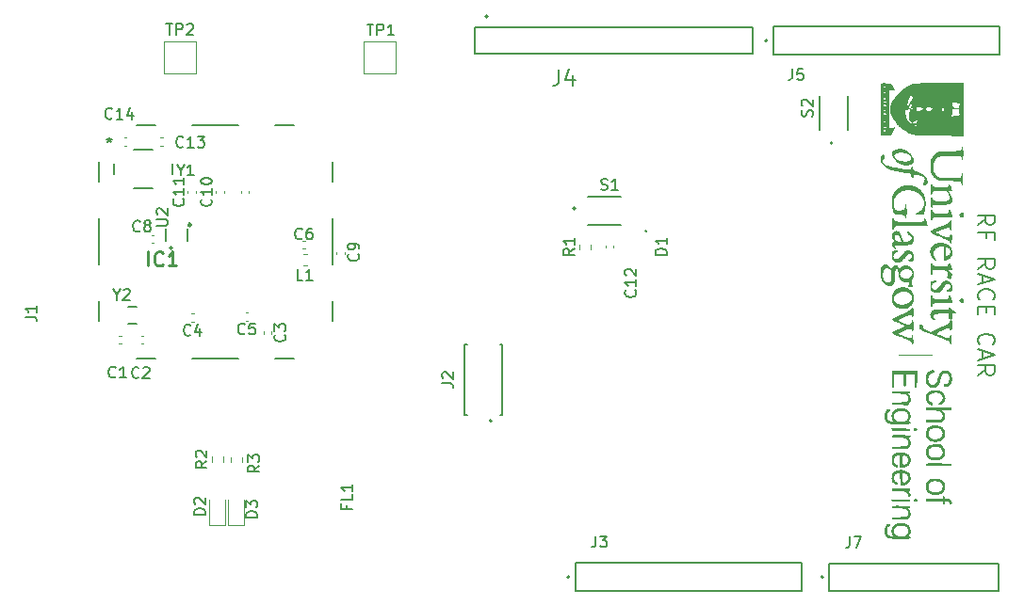
<source format=gbr>
%TF.GenerationSoftware,KiCad,Pcbnew,7.0.10*%
%TF.CreationDate,2024-02-28T21:34:31+00:00*%
%TF.ProjectId,RF_Race_Car,52465f52-6163-4655-9f43-61722e6b6963,rev?*%
%TF.SameCoordinates,Original*%
%TF.FileFunction,Legend,Top*%
%TF.FilePolarity,Positive*%
%FSLAX46Y46*%
G04 Gerber Fmt 4.6, Leading zero omitted, Abs format (unit mm)*
G04 Created by KiCad (PCBNEW 7.0.10) date 2024-02-28 21:34:31*
%MOMM*%
%LPD*%
G01*
G04 APERTURE LIST*
%ADD10C,0.000000*%
%ADD11C,0.200000*%
%ADD12C,0.150000*%
%ADD13C,0.254000*%
%ADD14C,0.120000*%
%ADD15C,0.127000*%
%ADD16C,0.250000*%
%ADD17C,0.152400*%
G04 APERTURE END LIST*
D10*
G36*
X180449340Y-106030551D02*
G01*
X180472350Y-106031278D01*
X180493029Y-106032564D01*
X180511487Y-106034472D01*
X180527835Y-106037062D01*
X180542182Y-106040396D01*
X180554640Y-106044535D01*
X180560194Y-106046926D01*
X180565318Y-106049541D01*
X180570024Y-106052389D01*
X180574326Y-106055476D01*
X180578239Y-106058810D01*
X180581776Y-106062400D01*
X180584951Y-106066252D01*
X180587777Y-106070375D01*
X180590269Y-106074776D01*
X180592439Y-106079463D01*
X180594303Y-106084444D01*
X180595874Y-106089725D01*
X180598190Y-106101223D01*
X180599500Y-106114017D01*
X180599911Y-106128170D01*
X180599811Y-106135420D01*
X180599500Y-106142323D01*
X180598966Y-106148886D01*
X180598193Y-106155118D01*
X180597169Y-106161025D01*
X180595879Y-106166616D01*
X180594310Y-106171897D01*
X180592448Y-106176878D01*
X180590279Y-106181565D01*
X180587789Y-106185966D01*
X180584965Y-106190089D01*
X180581792Y-106193942D01*
X180578257Y-106197532D01*
X180574346Y-106200866D01*
X180570045Y-106203953D01*
X180565340Y-106206801D01*
X180560218Y-106209416D01*
X180554665Y-106211807D01*
X180548666Y-106213982D01*
X180542209Y-106215947D01*
X180535278Y-106217711D01*
X180527862Y-106219281D01*
X180519944Y-106220665D01*
X180511513Y-106221871D01*
X180502553Y-106222906D01*
X180493051Y-106223778D01*
X180472367Y-106225065D01*
X180449350Y-106225792D01*
X180423888Y-106226020D01*
X180398437Y-106225792D01*
X180375427Y-106225065D01*
X180354748Y-106223778D01*
X180336290Y-106221871D01*
X180319942Y-106219281D01*
X180305595Y-106215947D01*
X180293137Y-106211807D01*
X180287583Y-106209416D01*
X180282459Y-106206801D01*
X180277753Y-106203953D01*
X180273451Y-106200866D01*
X180269538Y-106197532D01*
X180266001Y-106193942D01*
X180262826Y-106190089D01*
X180260000Y-106185966D01*
X180257508Y-106181565D01*
X180255337Y-106176878D01*
X180253473Y-106171897D01*
X180251903Y-106166616D01*
X180249586Y-106155118D01*
X180248277Y-106142323D01*
X180247865Y-106128170D01*
X180247966Y-106120920D01*
X180248277Y-106114017D01*
X180248811Y-106107454D01*
X180249584Y-106101223D01*
X180250608Y-106095316D01*
X180251898Y-106089725D01*
X180253467Y-106084444D01*
X180255329Y-106079463D01*
X180257498Y-106074776D01*
X180259988Y-106070375D01*
X180262812Y-106066252D01*
X180265985Y-106062400D01*
X180269520Y-106058810D01*
X180273431Y-106055476D01*
X180277732Y-106052389D01*
X180282437Y-106049541D01*
X180287559Y-106046926D01*
X180293112Y-106044535D01*
X180299111Y-106042361D01*
X180305568Y-106040396D01*
X180312499Y-106038632D01*
X180319915Y-106037062D01*
X180327833Y-106035678D01*
X180336264Y-106034472D01*
X180345224Y-106033437D01*
X180354726Y-106032564D01*
X180375410Y-106031278D01*
X180398427Y-106030551D01*
X180423888Y-106030323D01*
X180449340Y-106030551D01*
G37*
G36*
X184609333Y-80257962D02*
G01*
X184616050Y-80258323D01*
X184622891Y-80258970D01*
X184629866Y-80259899D01*
X184636983Y-80261108D01*
X184651677Y-80264353D01*
X184667042Y-80268679D01*
X184683792Y-80274230D01*
X184691503Y-80277111D01*
X184698785Y-80280089D01*
X184705645Y-80283183D01*
X184712093Y-80286413D01*
X184718137Y-80289799D01*
X184723788Y-80293360D01*
X184729053Y-80297117D01*
X184733942Y-80301089D01*
X184738464Y-80305295D01*
X184742627Y-80309756D01*
X184746441Y-80314492D01*
X184749915Y-80319521D01*
X184753058Y-80324864D01*
X184755878Y-80330541D01*
X184758385Y-80336571D01*
X184760588Y-80342974D01*
X184762495Y-80349769D01*
X184764116Y-80356977D01*
X184765459Y-80364617D01*
X184766535Y-80372709D01*
X184767351Y-80381273D01*
X184767916Y-80390328D01*
X184768240Y-80399894D01*
X184768332Y-80409991D01*
X184767854Y-80431857D01*
X184766554Y-80456083D01*
X184764505Y-80482828D01*
X184761979Y-80509236D01*
X184759086Y-80533124D01*
X184755727Y-80554628D01*
X184751809Y-80573883D01*
X184747234Y-80591026D01*
X184741907Y-80606193D01*
X184738932Y-80613077D01*
X184735733Y-80619518D01*
X184732298Y-80625533D01*
X184728615Y-80631139D01*
X184724672Y-80636352D01*
X184720457Y-80641190D01*
X184715959Y-80645670D01*
X184711165Y-80649808D01*
X184706063Y-80653622D01*
X184700642Y-80657129D01*
X184694888Y-80660345D01*
X184688792Y-80663288D01*
X184675519Y-80668422D01*
X184660728Y-80672666D01*
X184644323Y-80676155D01*
X184626208Y-80679027D01*
X184612080Y-80680535D01*
X184598062Y-80681179D01*
X184584199Y-80680975D01*
X184570532Y-80679940D01*
X184557105Y-80678090D01*
X184543961Y-80675440D01*
X184531143Y-80672007D01*
X184518694Y-80667807D01*
X184506657Y-80662856D01*
X184495075Y-80657170D01*
X184483992Y-80650765D01*
X184473451Y-80643658D01*
X184463493Y-80635864D01*
X184454164Y-80627399D01*
X184445505Y-80618279D01*
X184437561Y-80608521D01*
X184422598Y-80588281D01*
X184409710Y-80569909D01*
X184398927Y-80553109D01*
X184394333Y-80545206D01*
X184390275Y-80537586D01*
X184386758Y-80530211D01*
X184383784Y-80523044D01*
X184381358Y-80516049D01*
X184379483Y-80509188D01*
X184378162Y-80502425D01*
X184377399Y-80495723D01*
X184377197Y-80489044D01*
X184377561Y-80482351D01*
X184378493Y-80475609D01*
X184379997Y-80468779D01*
X184382078Y-80461826D01*
X184384737Y-80454711D01*
X184387979Y-80447398D01*
X184391808Y-80439850D01*
X184396227Y-80432031D01*
X184401240Y-80423902D01*
X184406849Y-80415428D01*
X184413059Y-80406572D01*
X184427296Y-80387562D01*
X184443978Y-80366578D01*
X184463134Y-80343325D01*
X184463134Y-80343333D01*
X184475671Y-80328791D01*
X184487914Y-80315683D01*
X184499931Y-80303986D01*
X184511793Y-80293672D01*
X184517686Y-80289026D01*
X184523567Y-80284717D01*
X184529442Y-80280742D01*
X184535322Y-80277096D01*
X184541215Y-80273778D01*
X184547128Y-80270784D01*
X184553072Y-80268110D01*
X184559054Y-80265754D01*
X184565084Y-80263713D01*
X184571169Y-80261983D01*
X184577318Y-80260561D01*
X184583541Y-80259444D01*
X184589845Y-80258628D01*
X184596239Y-80258112D01*
X184602732Y-80257891D01*
X184609333Y-80257962D01*
G37*
G36*
X183230754Y-86355659D02*
G01*
X183259217Y-86359253D01*
X183287653Y-86365301D01*
X183316091Y-86373792D01*
X183344562Y-86384716D01*
X183373094Y-86398062D01*
X183401718Y-86413822D01*
X183430464Y-86431983D01*
X183459360Y-86452537D01*
X183488436Y-86475472D01*
X183517722Y-86500778D01*
X183547248Y-86528446D01*
X183576209Y-86557506D01*
X183602266Y-86585658D01*
X183625528Y-86613237D01*
X183646102Y-86640576D01*
X183655415Y-86654260D01*
X183664095Y-86668009D01*
X183672158Y-86681865D01*
X183679616Y-86695870D01*
X183686483Y-86710065D01*
X183692772Y-86724492D01*
X183698497Y-86739193D01*
X183703670Y-86754210D01*
X183708306Y-86769584D01*
X183712419Y-86785358D01*
X183716020Y-86801572D01*
X183719125Y-86818269D01*
X183721745Y-86835490D01*
X183723896Y-86853277D01*
X183726840Y-86890716D01*
X183728065Y-86930920D01*
X183727678Y-86974223D01*
X183725786Y-87020958D01*
X183722498Y-87071460D01*
X183718325Y-87122916D01*
X183713788Y-87168550D01*
X183708581Y-87208706D01*
X183702398Y-87243729D01*
X183694933Y-87273966D01*
X183690625Y-87287397D01*
X183685881Y-87299762D01*
X183680664Y-87311102D01*
X183674936Y-87321461D01*
X183668657Y-87330883D01*
X183661791Y-87339410D01*
X183654298Y-87347086D01*
X183646140Y-87353954D01*
X183637280Y-87360057D01*
X183627679Y-87365438D01*
X183617298Y-87370140D01*
X183606100Y-87374208D01*
X183594046Y-87377682D01*
X183581098Y-87380608D01*
X183552368Y-87384985D01*
X183519603Y-87387684D01*
X183482497Y-87389050D01*
X183440744Y-87389429D01*
X183417329Y-87389095D01*
X183395072Y-87388113D01*
X183373986Y-87386511D01*
X183354087Y-87384315D01*
X183335390Y-87381555D01*
X183317909Y-87378256D01*
X183301658Y-87374449D01*
X183286653Y-87370159D01*
X183272907Y-87365415D01*
X183260436Y-87360245D01*
X183249254Y-87354676D01*
X183239375Y-87348737D01*
X183230815Y-87342454D01*
X183223587Y-87335856D01*
X183217707Y-87328970D01*
X183213189Y-87321825D01*
X183210048Y-87314447D01*
X183208298Y-87306865D01*
X183207954Y-87299106D01*
X183209030Y-87291199D01*
X183211542Y-87283170D01*
X183215503Y-87275048D01*
X183220928Y-87266861D01*
X183227833Y-87258635D01*
X183236231Y-87250400D01*
X183246137Y-87242183D01*
X183257566Y-87234010D01*
X183270532Y-87225911D01*
X183285051Y-87217913D01*
X183301136Y-87210044D01*
X183318802Y-87202331D01*
X183338064Y-87194803D01*
X183360216Y-87185638D01*
X183381260Y-87175005D01*
X183401182Y-87163007D01*
X183419964Y-87149746D01*
X183437591Y-87135324D01*
X183454046Y-87119843D01*
X183469315Y-87103405D01*
X183483380Y-87086113D01*
X183496225Y-87068069D01*
X183507836Y-87049374D01*
X183518195Y-87030133D01*
X183527287Y-87010445D01*
X183535095Y-86990414D01*
X183541604Y-86970142D01*
X183546798Y-86949731D01*
X183550660Y-86929284D01*
X183553175Y-86908902D01*
X183554327Y-86888688D01*
X183554100Y-86868743D01*
X183552477Y-86849171D01*
X183549443Y-86830074D01*
X183544981Y-86811553D01*
X183539076Y-86793710D01*
X183531712Y-86776649D01*
X183522872Y-86760471D01*
X183512541Y-86745279D01*
X183500703Y-86731174D01*
X183487341Y-86718259D01*
X183472440Y-86706637D01*
X183455983Y-86696408D01*
X183437955Y-86687676D01*
X183418340Y-86680543D01*
X183404320Y-86676636D01*
X183390338Y-86673588D01*
X183376383Y-86671404D01*
X183362446Y-86670092D01*
X183348517Y-86669657D01*
X183334589Y-86670107D01*
X183320651Y-86671448D01*
X183306695Y-86673686D01*
X183292710Y-86676828D01*
X183278689Y-86680880D01*
X183264621Y-86685848D01*
X183250497Y-86691739D01*
X183236309Y-86698560D01*
X183222046Y-86706317D01*
X183207701Y-86715017D01*
X183193262Y-86724665D01*
X183178722Y-86735268D01*
X183164072Y-86746834D01*
X183149301Y-86759367D01*
X183134400Y-86772875D01*
X183119362Y-86787364D01*
X183104175Y-86802841D01*
X183073321Y-86836783D01*
X183041766Y-86874753D01*
X183009434Y-86916802D01*
X182976253Y-86962983D01*
X182942150Y-87013345D01*
X182900385Y-87075647D01*
X182861034Y-87132056D01*
X182823695Y-87182878D01*
X182787967Y-87228420D01*
X182753448Y-87268989D01*
X182719736Y-87304892D01*
X182686430Y-87336436D01*
X182653127Y-87363927D01*
X182619427Y-87387673D01*
X182584927Y-87407979D01*
X182549227Y-87425154D01*
X182511923Y-87439503D01*
X182472615Y-87451334D01*
X182430902Y-87460953D01*
X182386380Y-87468668D01*
X182338649Y-87474784D01*
X182301565Y-87478629D01*
X182268137Y-87481488D01*
X182237917Y-87483200D01*
X182210460Y-87483600D01*
X182185318Y-87482525D01*
X182162045Y-87479812D01*
X182150970Y-87477791D01*
X182140195Y-87475299D01*
X182129664Y-87472316D01*
X182119321Y-87468821D01*
X182109110Y-87464795D01*
X182098976Y-87460216D01*
X182088863Y-87455065D01*
X182078714Y-87449320D01*
X182058088Y-87435971D01*
X182036653Y-87420004D01*
X182013960Y-87401257D01*
X181989564Y-87379567D01*
X181963018Y-87354770D01*
X181933876Y-87326704D01*
X181903022Y-87296528D01*
X181875982Y-87269395D01*
X181852522Y-87244545D01*
X181842061Y-87232737D01*
X181832409Y-87221214D01*
X181823535Y-87209880D01*
X181815411Y-87198640D01*
X181808007Y-87187399D01*
X181801295Y-87176061D01*
X181795245Y-87164532D01*
X181789829Y-87152716D01*
X181785016Y-87140517D01*
X181780779Y-87127841D01*
X181777088Y-87114592D01*
X181773913Y-87100674D01*
X181771226Y-87085994D01*
X181768998Y-87070455D01*
X181767200Y-87053961D01*
X181765802Y-87036419D01*
X181764776Y-87017732D01*
X181764092Y-86997805D01*
X181763635Y-86953852D01*
X181764198Y-86903796D01*
X181767455Y-86782329D01*
X181771342Y-86681415D01*
X181776468Y-86599446D01*
X181779622Y-86565035D01*
X181783237Y-86534723D01*
X181787365Y-86508298D01*
X181792055Y-86485547D01*
X181797357Y-86466258D01*
X181803324Y-86450219D01*
X181810004Y-86437217D01*
X181817448Y-86427039D01*
X181825708Y-86419475D01*
X181834832Y-86414310D01*
X181844873Y-86411333D01*
X181855880Y-86410331D01*
X181855707Y-86410467D01*
X181875032Y-86409739D01*
X181900499Y-86407864D01*
X181931020Y-86404969D01*
X181965505Y-86401179D01*
X182002866Y-86396621D01*
X182042013Y-86391421D01*
X182081857Y-86385707D01*
X182121310Y-86379604D01*
X182148607Y-86375397D01*
X182173283Y-86372013D01*
X182195455Y-86369482D01*
X182215244Y-86367834D01*
X182232767Y-86367100D01*
X182248143Y-86367312D01*
X182261491Y-86368499D01*
X182272929Y-86370692D01*
X182277970Y-86372175D01*
X182282578Y-86373922D01*
X182286767Y-86375935D01*
X182290554Y-86378219D01*
X182293953Y-86380778D01*
X182296978Y-86383615D01*
X182299644Y-86386734D01*
X182301967Y-86390139D01*
X182303961Y-86393834D01*
X182305641Y-86397822D01*
X182308118Y-86406695D01*
X182309517Y-86416789D01*
X182309957Y-86428134D01*
X182309792Y-86432229D01*
X182309301Y-86436350D01*
X182308493Y-86440490D01*
X182307376Y-86444644D01*
X182305957Y-86448803D01*
X182304245Y-86452962D01*
X182302248Y-86457112D01*
X182299973Y-86461247D01*
X182297429Y-86465361D01*
X182294624Y-86469446D01*
X182291566Y-86473495D01*
X182288262Y-86477501D01*
X182284721Y-86481458D01*
X182280951Y-86485358D01*
X182276960Y-86489195D01*
X182272756Y-86492961D01*
X182268346Y-86496650D01*
X182263740Y-86500255D01*
X182253967Y-86507183D01*
X182243503Y-86513691D01*
X182232409Y-86519724D01*
X182220752Y-86525224D01*
X182214732Y-86527758D01*
X182208595Y-86530138D01*
X182202349Y-86532357D01*
X182196002Y-86534409D01*
X182189562Y-86536287D01*
X182183037Y-86537982D01*
X182157404Y-86545260D01*
X182132880Y-86554243D01*
X182109488Y-86564831D01*
X182087253Y-86576927D01*
X182066202Y-86590431D01*
X182046357Y-86605244D01*
X182027744Y-86621268D01*
X182010389Y-86638404D01*
X181994315Y-86656553D01*
X181979547Y-86675615D01*
X181966111Y-86695494D01*
X181954030Y-86716088D01*
X181943331Y-86737301D01*
X181934037Y-86759032D01*
X181926174Y-86781183D01*
X181919766Y-86803655D01*
X181914838Y-86826350D01*
X181911415Y-86849168D01*
X181909522Y-86872011D01*
X181909184Y-86894779D01*
X181910424Y-86917375D01*
X181913269Y-86939699D01*
X181917743Y-86961652D01*
X181923871Y-86983136D01*
X181931677Y-87004051D01*
X181941186Y-87024300D01*
X181952424Y-87043782D01*
X181965415Y-87062399D01*
X181980183Y-87080053D01*
X181996754Y-87096645D01*
X182015153Y-87112075D01*
X182035404Y-87126245D01*
X182051776Y-87136172D01*
X182068043Y-87144998D01*
X182084219Y-87152716D01*
X182100316Y-87159320D01*
X182116349Y-87164803D01*
X182132330Y-87169159D01*
X182148274Y-87172381D01*
X182164195Y-87174462D01*
X182180104Y-87175396D01*
X182196018Y-87175177D01*
X182211948Y-87173797D01*
X182227908Y-87171251D01*
X182243913Y-87167531D01*
X182259975Y-87162631D01*
X182276109Y-87156545D01*
X182292327Y-87149266D01*
X182308643Y-87140787D01*
X182325072Y-87131102D01*
X182341626Y-87120204D01*
X182358319Y-87108087D01*
X182375165Y-87094744D01*
X182392177Y-87080168D01*
X182409368Y-87064354D01*
X182426754Y-87047293D01*
X182444346Y-87028981D01*
X182462159Y-87009410D01*
X182498500Y-86966465D01*
X182535887Y-86918406D01*
X182574427Y-86865180D01*
X182645505Y-86767236D01*
X182714107Y-86679928D01*
X182747554Y-86640238D01*
X182780471Y-86603176D01*
X182812887Y-86568731D01*
X182844833Y-86536895D01*
X182876338Y-86507657D01*
X182907431Y-86481005D01*
X182938142Y-86456931D01*
X182968501Y-86435423D01*
X182998537Y-86416472D01*
X183028279Y-86400067D01*
X183057758Y-86386197D01*
X183087003Y-86374854D01*
X183116044Y-86366025D01*
X183144910Y-86359702D01*
X183173631Y-86355873D01*
X183202235Y-86354529D01*
X183230754Y-86355659D01*
G37*
G36*
X179035519Y-100265864D02*
G01*
X179192964Y-100268066D01*
X179428874Y-100272692D01*
X179612289Y-100277924D01*
X179749940Y-100284629D01*
X179848559Y-100293679D01*
X179885336Y-100299355D01*
X179914880Y-100305942D01*
X179938032Y-100313551D01*
X179955634Y-100322289D01*
X179968527Y-100332266D01*
X179977553Y-100343589D01*
X179983554Y-100356368D01*
X179987370Y-100370712D01*
X179988312Y-100376057D01*
X179989008Y-100381304D01*
X179989461Y-100386451D01*
X179989670Y-100391497D01*
X179989637Y-100396440D01*
X179989362Y-100401279D01*
X179988848Y-100406013D01*
X179988094Y-100410641D01*
X179987101Y-100415160D01*
X179985872Y-100419570D01*
X179984406Y-100423870D01*
X179982705Y-100428058D01*
X179980769Y-100432133D01*
X179978600Y-100436093D01*
X179976199Y-100439938D01*
X179973566Y-100443665D01*
X179970703Y-100447274D01*
X179967611Y-100450763D01*
X179964290Y-100454131D01*
X179960741Y-100457377D01*
X179956967Y-100460499D01*
X179952967Y-100463496D01*
X179948742Y-100466366D01*
X179944294Y-100469109D01*
X179939623Y-100471723D01*
X179934731Y-100474207D01*
X179929618Y-100476558D01*
X179924286Y-100478777D01*
X179918735Y-100480862D01*
X179912967Y-100482811D01*
X179900782Y-100486297D01*
X179882477Y-100490992D01*
X179866605Y-100495285D01*
X179853162Y-100499397D01*
X179847349Y-100501454D01*
X179842140Y-100503547D01*
X179837535Y-100505705D01*
X179833533Y-100507955D01*
X179830133Y-100510324D01*
X179827335Y-100512839D01*
X179825136Y-100515529D01*
X179823538Y-100518420D01*
X179822539Y-100521540D01*
X179822137Y-100524917D01*
X179822333Y-100528578D01*
X179823126Y-100532550D01*
X179824514Y-100536860D01*
X179826497Y-100541537D01*
X179829074Y-100546607D01*
X179832245Y-100552099D01*
X179836008Y-100558039D01*
X179840363Y-100564455D01*
X179850845Y-100578824D01*
X179863683Y-100595426D01*
X179896407Y-100636207D01*
X179908892Y-100652525D01*
X179920493Y-100669528D01*
X179931222Y-100687255D01*
X179941089Y-100705745D01*
X179950105Y-100725038D01*
X179958281Y-100745172D01*
X179965627Y-100766187D01*
X179972154Y-100788121D01*
X179977874Y-100811014D01*
X179982796Y-100834906D01*
X179986931Y-100859834D01*
X179990290Y-100885838D01*
X179992884Y-100912957D01*
X179994724Y-100941230D01*
X179995820Y-100970697D01*
X179996183Y-101001396D01*
X179995881Y-101037699D01*
X179994904Y-101071036D01*
X179993141Y-101101691D01*
X179990485Y-101129952D01*
X179986826Y-101156103D01*
X179982054Y-101180430D01*
X179976062Y-101203219D01*
X179968740Y-101224755D01*
X179959978Y-101245325D01*
X179949669Y-101265215D01*
X179937703Y-101284709D01*
X179923971Y-101304094D01*
X179908364Y-101323656D01*
X179890773Y-101343680D01*
X179871088Y-101364451D01*
X179849202Y-101386257D01*
X179702219Y-101529274D01*
X178990711Y-101529274D01*
X178756583Y-101529042D01*
X178580653Y-101527498D01*
X178454850Y-101523365D01*
X178408226Y-101519928D01*
X178371107Y-101515366D01*
X178342487Y-101509518D01*
X178321355Y-101502225D01*
X178306704Y-101493327D01*
X178297525Y-101482666D01*
X178292809Y-101470081D01*
X178291547Y-101455413D01*
X178295355Y-101419189D01*
X178296848Y-101409455D01*
X178298476Y-101400307D01*
X178300352Y-101391725D01*
X178302591Y-101383688D01*
X178305307Y-101376174D01*
X178308615Y-101369164D01*
X178310527Y-101365841D01*
X178312630Y-101362635D01*
X178314938Y-101359546D01*
X178317465Y-101356569D01*
X178320227Y-101353702D01*
X178323237Y-101350943D01*
X178326509Y-101348289D01*
X178330058Y-101345738D01*
X178333898Y-101343286D01*
X178338044Y-101340932D01*
X178342509Y-101338672D01*
X178347309Y-101336504D01*
X178357967Y-101332434D01*
X178370134Y-101328701D01*
X178383924Y-101325284D01*
X178399450Y-101322163D01*
X178416829Y-101319316D01*
X178436173Y-101316724D01*
X178457599Y-101314364D01*
X178481220Y-101312217D01*
X178507150Y-101310262D01*
X178535505Y-101308477D01*
X178566399Y-101306842D01*
X178599946Y-101305337D01*
X178675459Y-101302631D01*
X178762960Y-101300193D01*
X178863365Y-101297856D01*
X178977590Y-101295455D01*
X179191813Y-101290682D01*
X179355638Y-101285330D01*
X179477008Y-101277973D01*
X179524256Y-101273097D01*
X179563868Y-101267183D01*
X179596838Y-101260054D01*
X179624159Y-101251531D01*
X179646824Y-101241435D01*
X179665826Y-101229589D01*
X179682157Y-101215813D01*
X179696811Y-101199930D01*
X179725058Y-101161125D01*
X179734200Y-101146608D01*
X179742506Y-101131491D01*
X179749982Y-101115819D01*
X179756637Y-101099636D01*
X179762478Y-101082986D01*
X179767510Y-101065914D01*
X179771742Y-101048463D01*
X179775180Y-101030677D01*
X179779704Y-100994281D01*
X179781139Y-100957079D01*
X179779541Y-100919425D01*
X179774968Y-100881672D01*
X179767475Y-100844174D01*
X179757120Y-100807286D01*
X179743959Y-100771361D01*
X179728049Y-100736753D01*
X179709447Y-100703815D01*
X179699154Y-100688083D01*
X179688209Y-100672902D01*
X179676620Y-100658315D01*
X179664393Y-100644367D01*
X179651535Y-100631102D01*
X179638054Y-100618564D01*
X179629814Y-100611569D01*
X179621294Y-100604892D01*
X179612430Y-100598524D01*
X179603161Y-100592454D01*
X179593421Y-100586672D01*
X179583150Y-100581167D01*
X179572283Y-100575930D01*
X179560758Y-100570949D01*
X179548512Y-100566215D01*
X179535481Y-100561718D01*
X179521603Y-100557446D01*
X179506815Y-100553391D01*
X179491053Y-100549541D01*
X179474255Y-100545886D01*
X179437299Y-100539121D01*
X179395442Y-100533014D01*
X179348180Y-100527482D01*
X179295009Y-100522444D01*
X179235426Y-100517816D01*
X179168925Y-100513517D01*
X179095005Y-100509464D01*
X179013160Y-100505576D01*
X178922886Y-100501770D01*
X178744349Y-100493989D01*
X178603320Y-100486058D01*
X178495350Y-100477194D01*
X178452371Y-100472168D01*
X178415990Y-100466616D01*
X178385648Y-100460440D01*
X178360790Y-100453543D01*
X178340860Y-100445827D01*
X178325302Y-100437194D01*
X178313560Y-100427546D01*
X178305077Y-100416786D01*
X178299298Y-100404817D01*
X178295665Y-100391540D01*
X178294308Y-100382670D01*
X178293688Y-100373787D01*
X178293779Y-100364949D01*
X178294553Y-100356213D01*
X178295985Y-100347637D01*
X178298047Y-100339276D01*
X178300713Y-100331189D01*
X178303955Y-100323433D01*
X178307748Y-100316065D01*
X178312065Y-100309142D01*
X178316879Y-100302721D01*
X178322162Y-100296859D01*
X178327890Y-100291614D01*
X178330911Y-100289240D01*
X178334034Y-100287042D01*
X178337254Y-100285027D01*
X178340568Y-100283202D01*
X178343973Y-100281573D01*
X178347465Y-100280149D01*
X178347463Y-100280149D01*
X178347461Y-100280149D01*
X178347460Y-100280148D01*
X178347459Y-100280148D01*
X178347456Y-100280147D01*
X178347455Y-100280147D01*
X178347454Y-100280147D01*
X178347453Y-100280147D01*
X178358481Y-100277606D01*
X178377108Y-100275273D01*
X178435424Y-100271261D01*
X178518932Y-100268160D01*
X178624164Y-100266020D01*
X178747651Y-100264891D01*
X178885926Y-100264822D01*
X179035519Y-100265864D01*
G37*
G36*
X179208848Y-108156591D02*
G01*
X179263796Y-108160735D01*
X179318196Y-108167296D01*
X179371844Y-108176274D01*
X179424531Y-108187667D01*
X179476053Y-108201472D01*
X179526203Y-108217688D01*
X179574774Y-108236312D01*
X179621559Y-108257344D01*
X179666353Y-108280781D01*
X179708949Y-108306621D01*
X179749141Y-108334863D01*
X179786721Y-108365504D01*
X179821485Y-108398542D01*
X179853224Y-108433977D01*
X179881734Y-108471805D01*
X179905957Y-108510895D01*
X179927369Y-108553346D01*
X179945944Y-108598623D01*
X179961657Y-108646188D01*
X179974480Y-108695506D01*
X179984389Y-108746039D01*
X179991358Y-108797252D01*
X179995360Y-108848608D01*
X179996369Y-108899570D01*
X179994361Y-108949602D01*
X179989308Y-108998167D01*
X179981184Y-109044729D01*
X179969965Y-109088751D01*
X179955624Y-109129697D01*
X179947274Y-109148848D01*
X179938135Y-109167030D01*
X179928201Y-109184174D01*
X179917472Y-109200214D01*
X179904944Y-109217848D01*
X179894087Y-109233764D01*
X179884900Y-109248158D01*
X179877384Y-109261226D01*
X179874252Y-109267324D01*
X179871538Y-109273163D01*
X179869241Y-109278769D01*
X179867362Y-109284166D01*
X179865900Y-109289378D01*
X179864856Y-109294431D01*
X179864230Y-109299347D01*
X179864021Y-109304152D01*
X179864230Y-109308871D01*
X179864856Y-109313528D01*
X179865900Y-109318147D01*
X179867362Y-109322752D01*
X179869241Y-109327369D01*
X179871538Y-109332022D01*
X179874252Y-109336736D01*
X179877384Y-109341534D01*
X179880933Y-109346441D01*
X179884900Y-109351482D01*
X179894087Y-109362063D01*
X179904944Y-109373474D01*
X179917472Y-109385910D01*
X179925479Y-109394061D01*
X179933261Y-109402695D01*
X179940779Y-109411737D01*
X179947990Y-109421112D01*
X179954856Y-109430744D01*
X179961336Y-109440560D01*
X179967390Y-109450483D01*
X179972978Y-109460438D01*
X179978059Y-109470352D01*
X179982593Y-109480148D01*
X179986539Y-109489752D01*
X179989859Y-109499088D01*
X179992511Y-109508082D01*
X179994455Y-109516659D01*
X179995651Y-109524743D01*
X179996058Y-109532260D01*
X179995581Y-109537569D01*
X179994095Y-109542614D01*
X179991515Y-109547400D01*
X179987757Y-109551934D01*
X179982737Y-109556223D01*
X179976371Y-109560272D01*
X179968575Y-109564088D01*
X179959266Y-109567677D01*
X179948358Y-109571045D01*
X179935768Y-109574200D01*
X179921412Y-109577146D01*
X179905206Y-109579891D01*
X179887066Y-109582441D01*
X179866907Y-109584801D01*
X179844646Y-109586979D01*
X179820199Y-109588981D01*
X179764409Y-109592480D01*
X179698865Y-109595348D01*
X179622894Y-109597638D01*
X179535824Y-109599398D01*
X179436984Y-109600679D01*
X179325699Y-109601532D01*
X179201298Y-109602006D01*
X179063109Y-109602153D01*
X178702784Y-109600340D01*
X178421928Y-109592739D01*
X178307531Y-109585757D01*
X178208475Y-109576113D01*
X178123255Y-109563403D01*
X178050360Y-109547222D01*
X177988284Y-109527165D01*
X177935518Y-109502828D01*
X177890555Y-109473804D01*
X177851885Y-109439690D01*
X177818000Y-109400081D01*
X177787393Y-109354571D01*
X177758556Y-109302757D01*
X177729980Y-109244232D01*
X177708768Y-109196043D01*
X177690368Y-109148368D01*
X177674782Y-109101138D01*
X177662009Y-109054284D01*
X177652048Y-109007738D01*
X177644899Y-108961431D01*
X177640563Y-108915295D01*
X177639038Y-108869262D01*
X177640326Y-108823262D01*
X177644424Y-108777227D01*
X177651334Y-108731089D01*
X177661055Y-108684779D01*
X177673587Y-108638229D01*
X177688929Y-108591370D01*
X177707082Y-108544134D01*
X177728044Y-108496452D01*
X177728044Y-108496406D01*
X177745561Y-108460342D01*
X177763061Y-108427391D01*
X177780692Y-108397444D01*
X177798601Y-108370392D01*
X177816937Y-108346127D01*
X177826311Y-108335006D01*
X177835847Y-108324541D01*
X177845563Y-108314719D01*
X177855479Y-108305526D01*
X177865612Y-108296948D01*
X177875981Y-108288972D01*
X177886604Y-108281584D01*
X177897500Y-108274772D01*
X177908687Y-108268520D01*
X177920184Y-108262817D01*
X177932010Y-108257647D01*
X177944182Y-108252998D01*
X177956719Y-108248856D01*
X177969640Y-108245208D01*
X177982963Y-108242040D01*
X177996706Y-108239338D01*
X178025529Y-108235279D01*
X178056256Y-108232923D01*
X178089035Y-108232162D01*
X178102121Y-108232702D01*
X178114247Y-108234285D01*
X178125420Y-108236850D01*
X178135645Y-108240341D01*
X178144929Y-108244697D01*
X178153278Y-108249861D01*
X178160698Y-108255774D01*
X178167196Y-108262378D01*
X178172779Y-108269613D01*
X178177451Y-108277422D01*
X178181220Y-108285745D01*
X178184092Y-108294524D01*
X178186073Y-108303701D01*
X178187169Y-108313217D01*
X178187387Y-108323013D01*
X178186734Y-108333030D01*
X178185214Y-108343211D01*
X178182835Y-108353497D01*
X178179602Y-108363828D01*
X178175523Y-108374147D01*
X178170603Y-108384395D01*
X178164849Y-108394513D01*
X178158266Y-108404442D01*
X178150862Y-108414125D01*
X178142643Y-108423502D01*
X178133614Y-108432516D01*
X178123782Y-108441106D01*
X178113153Y-108449216D01*
X178101734Y-108456785D01*
X178089531Y-108463756D01*
X178076551Y-108470071D01*
X178062798Y-108475669D01*
X178039976Y-108485677D01*
X178018568Y-108498190D01*
X177998575Y-108513056D01*
X177980002Y-108530122D01*
X177962851Y-108549237D01*
X177947125Y-108570247D01*
X177932827Y-108593000D01*
X177919959Y-108617344D01*
X177908525Y-108643127D01*
X177898527Y-108670196D01*
X177889969Y-108698398D01*
X177882852Y-108727582D01*
X177877181Y-108757594D01*
X177872957Y-108788283D01*
X177870184Y-108819496D01*
X177868864Y-108851081D01*
X177869001Y-108882885D01*
X177870598Y-108914756D01*
X177873656Y-108946541D01*
X177878179Y-108978088D01*
X177884171Y-109009245D01*
X177891633Y-109039859D01*
X177900568Y-109069779D01*
X177910980Y-109098850D01*
X177922872Y-109126922D01*
X177936246Y-109153841D01*
X177951104Y-109179455D01*
X177967451Y-109203613D01*
X177985288Y-109226161D01*
X178004619Y-109246947D01*
X178025447Y-109265818D01*
X178047774Y-109282623D01*
X178059700Y-109290245D01*
X178072743Y-109297654D01*
X178086775Y-109304810D01*
X178101665Y-109311677D01*
X178117284Y-109318215D01*
X178133502Y-109324385D01*
X178150190Y-109330150D01*
X178167218Y-109335472D01*
X178184457Y-109340311D01*
X178201776Y-109344629D01*
X178219046Y-109348388D01*
X178236139Y-109351550D01*
X178252923Y-109354076D01*
X178269269Y-109355928D01*
X178285048Y-109357067D01*
X178300131Y-109357456D01*
X178345403Y-109357078D01*
X178363506Y-109356393D01*
X178378699Y-109355190D01*
X178385229Y-109354349D01*
X178391064Y-109353325D01*
X178396212Y-109352101D01*
X178400685Y-109350658D01*
X178404493Y-109348980D01*
X178407646Y-109347048D01*
X178410155Y-109344844D01*
X178412030Y-109342351D01*
X178413283Y-109339552D01*
X178413922Y-109336428D01*
X178413959Y-109332962D01*
X178413404Y-109329136D01*
X178412267Y-109324933D01*
X178410560Y-109320334D01*
X178408292Y-109315323D01*
X178405474Y-109309881D01*
X178398229Y-109297634D01*
X178388909Y-109283452D01*
X178364377Y-109248718D01*
X178353519Y-109232236D01*
X178343453Y-109214135D01*
X178334175Y-109194524D01*
X178325680Y-109173510D01*
X178311027Y-109127714D01*
X178299465Y-109077616D01*
X178290965Y-109024089D01*
X178285498Y-108968002D01*
X178283033Y-108910227D01*
X178283241Y-108886183D01*
X178486814Y-108886183D01*
X178487635Y-108915004D01*
X178490503Y-108943991D01*
X178495444Y-108973077D01*
X178502481Y-109002195D01*
X178511640Y-109031278D01*
X178522946Y-109060261D01*
X178536423Y-109089076D01*
X178552097Y-109117657D01*
X178569992Y-109145938D01*
X178590133Y-109173851D01*
X178612545Y-109201332D01*
X178612544Y-109201334D01*
X178612543Y-109201337D01*
X178612542Y-109201342D01*
X178612541Y-109201344D01*
X178612540Y-109201347D01*
X178612540Y-109201349D01*
X178612540Y-109201351D01*
X178612539Y-109201352D01*
X178612539Y-109201354D01*
X178634074Y-109224206D01*
X178657773Y-109245598D01*
X178683495Y-109265530D01*
X178711099Y-109284002D01*
X178740443Y-109301012D01*
X178771386Y-109316561D01*
X178803786Y-109330648D01*
X178837501Y-109343271D01*
X178872391Y-109354431D01*
X178908314Y-109364127D01*
X178982693Y-109379124D01*
X179059507Y-109388257D01*
X179137624Y-109391522D01*
X179215912Y-109388913D01*
X179293239Y-109380426D01*
X179368476Y-109366056D01*
X179404956Y-109356663D01*
X179440489Y-109345798D01*
X179474934Y-109333459D01*
X179508148Y-109319647D01*
X179539991Y-109304361D01*
X179570321Y-109287599D01*
X179598996Y-109269362D01*
X179625876Y-109249649D01*
X179650818Y-109228458D01*
X179673682Y-109205791D01*
X179685329Y-109192270D01*
X179696235Y-109177590D01*
X179706398Y-109161828D01*
X179715818Y-109145063D01*
X179724496Y-109127371D01*
X179732430Y-109108831D01*
X179746067Y-109069513D01*
X179756726Y-109027731D01*
X179764405Y-108984105D01*
X179769102Y-108939254D01*
X179770812Y-108893799D01*
X179769534Y-108848361D01*
X179765264Y-108803560D01*
X179758001Y-108760016D01*
X179747740Y-108718350D01*
X179734480Y-108679181D01*
X179726724Y-108660728D01*
X179718217Y-108643131D01*
X179708959Y-108626469D01*
X179698949Y-108610819D01*
X179688188Y-108596259D01*
X179676674Y-108582866D01*
X179663676Y-108569877D01*
X179649286Y-108557307D01*
X179633570Y-108545169D01*
X179616594Y-108533476D01*
X179579127Y-108511471D01*
X179537414Y-108491392D01*
X179491984Y-108473340D01*
X179443368Y-108457412D01*
X179392094Y-108443709D01*
X179338693Y-108432331D01*
X179283693Y-108423376D01*
X179227624Y-108416944D01*
X179171016Y-108413134D01*
X179114398Y-108412047D01*
X179058300Y-108413781D01*
X179003251Y-108418437D01*
X178949781Y-108426112D01*
X178898419Y-108436908D01*
X178861994Y-108446893D01*
X178827095Y-108458440D01*
X178793745Y-108471483D01*
X178761970Y-108485954D01*
X178731794Y-108501789D01*
X178703243Y-108518920D01*
X178676341Y-108537280D01*
X178651113Y-108556804D01*
X178627584Y-108577424D01*
X178605780Y-108599074D01*
X178585723Y-108621688D01*
X178567441Y-108645198D01*
X178550957Y-108669539D01*
X178536296Y-108694645D01*
X178523484Y-108720447D01*
X178512544Y-108746881D01*
X178503503Y-108773878D01*
X178496384Y-108801374D01*
X178491213Y-108829301D01*
X178488015Y-108857593D01*
X178486814Y-108886183D01*
X178283241Y-108886183D01*
X178283541Y-108851634D01*
X178286994Y-108793095D01*
X178293360Y-108735479D01*
X178302612Y-108679659D01*
X178314719Y-108626504D01*
X178329652Y-108576885D01*
X178347382Y-108531674D01*
X178357286Y-108510994D01*
X178367879Y-108491742D01*
X178379155Y-108474027D01*
X178391113Y-108457958D01*
X178423773Y-108420705D01*
X178459395Y-108385902D01*
X178497774Y-108353547D01*
X178538702Y-108323639D01*
X178581972Y-108296175D01*
X178627380Y-108271153D01*
X178674718Y-108248572D01*
X178723779Y-108228431D01*
X178774358Y-108210726D01*
X178826249Y-108195456D01*
X178879243Y-108182619D01*
X178933136Y-108172214D01*
X178987721Y-108164238D01*
X179042791Y-108158689D01*
X179098139Y-108155567D01*
X179114398Y-108155362D01*
X179153561Y-108154868D01*
X179208848Y-108156591D01*
G37*
G36*
X179129534Y-97828058D02*
G01*
X179220541Y-97829353D01*
X179324907Y-97839974D01*
X179376091Y-97848676D01*
X179426372Y-97859625D01*
X179475570Y-97872812D01*
X179523508Y-97888226D01*
X179570006Y-97905856D01*
X179614885Y-97925693D01*
X179657968Y-97947726D01*
X179699076Y-97971944D01*
X179738030Y-97998338D01*
X179774652Y-98026897D01*
X179808762Y-98057611D01*
X179840183Y-98090470D01*
X179868736Y-98125463D01*
X179894241Y-98162580D01*
X179916160Y-98201495D01*
X179935408Y-98243707D01*
X179951970Y-98288676D01*
X179965832Y-98335865D01*
X179976975Y-98384736D01*
X179985386Y-98434749D01*
X179991047Y-98485367D01*
X179993944Y-98536052D01*
X179994059Y-98586265D01*
X179991378Y-98635469D01*
X179985884Y-98683123D01*
X179977561Y-98728692D01*
X179966395Y-98771635D01*
X179952368Y-98811416D01*
X179935464Y-98847495D01*
X179925929Y-98863979D01*
X179915669Y-98879335D01*
X179902709Y-98897567D01*
X179891476Y-98914004D01*
X179881972Y-98928864D01*
X179874196Y-98942365D01*
X179870956Y-98948673D01*
X179868148Y-98954724D01*
X179865772Y-98960543D01*
X179863828Y-98966159D01*
X179862316Y-98971598D01*
X179861236Y-98976887D01*
X179860588Y-98982055D01*
X179860372Y-98987128D01*
X179860588Y-98992132D01*
X179861236Y-98997097D01*
X179862316Y-99002048D01*
X179863828Y-99007013D01*
X179865772Y-99012020D01*
X179868148Y-99017095D01*
X179870956Y-99022265D01*
X179874196Y-99027558D01*
X179877868Y-99033002D01*
X179881972Y-99038622D01*
X179891476Y-99050504D01*
X179902709Y-99063421D01*
X179915669Y-99077592D01*
X179931379Y-99094720D01*
X179945607Y-99110852D01*
X179958225Y-99126017D01*
X179969106Y-99140245D01*
X179978121Y-99153566D01*
X179985142Y-99166009D01*
X179987864Y-99171911D01*
X179990040Y-99177605D01*
X179991654Y-99183094D01*
X179992688Y-99188382D01*
X179993129Y-99193473D01*
X179992958Y-99198370D01*
X179992161Y-99203078D01*
X179990721Y-99207600D01*
X179988623Y-99211939D01*
X179985850Y-99216100D01*
X179982386Y-99220086D01*
X179978215Y-99223901D01*
X179973322Y-99227549D01*
X179967690Y-99231032D01*
X179961302Y-99234356D01*
X179954145Y-99237523D01*
X179946200Y-99240538D01*
X179937452Y-99243404D01*
X179917484Y-99248703D01*
X179894113Y-99253452D01*
X179867210Y-99257679D01*
X179836646Y-99261414D01*
X179802295Y-99264688D01*
X179764027Y-99267528D01*
X179721715Y-99269966D01*
X179675230Y-99272031D01*
X179624444Y-99273753D01*
X179509458Y-99276285D01*
X179375732Y-99277799D01*
X179222239Y-99278534D01*
X179047955Y-99278726D01*
X178748068Y-99278283D01*
X178516220Y-99276225D01*
X178341322Y-99271456D01*
X178212288Y-99262882D01*
X178161506Y-99256826D01*
X178118032Y-99249409D01*
X178080481Y-99240493D01*
X178047467Y-99229941D01*
X178017603Y-99217617D01*
X177989505Y-99203384D01*
X177933060Y-99168643D01*
X177906763Y-99150188D01*
X177881629Y-99130333D01*
X177857671Y-99109136D01*
X177834900Y-99086655D01*
X177813330Y-99062948D01*
X177792970Y-99038076D01*
X177773835Y-99012094D01*
X177755934Y-98985063D01*
X177739282Y-98957040D01*
X177723888Y-98928084D01*
X177709766Y-98898253D01*
X177696927Y-98867606D01*
X177685383Y-98836200D01*
X177675147Y-98804095D01*
X177666229Y-98771348D01*
X177658643Y-98738019D01*
X177652399Y-98704165D01*
X177647510Y-98669845D01*
X177643989Y-98635117D01*
X177641846Y-98600040D01*
X177641094Y-98564672D01*
X177641744Y-98529071D01*
X177643809Y-98493297D01*
X177647301Y-98457406D01*
X177652231Y-98421458D01*
X177658612Y-98385511D01*
X177666455Y-98349623D01*
X177675773Y-98313853D01*
X177686577Y-98278259D01*
X177698879Y-98242900D01*
X177712692Y-98207833D01*
X177728026Y-98173118D01*
X177728044Y-98172935D01*
X177745561Y-98136872D01*
X177763061Y-98103920D01*
X177780692Y-98073973D01*
X177798601Y-98046921D01*
X177816937Y-98022656D01*
X177826311Y-98011535D01*
X177835847Y-98001070D01*
X177845563Y-97991248D01*
X177855479Y-97982055D01*
X177865612Y-97973477D01*
X177875981Y-97965501D01*
X177886604Y-97958113D01*
X177897500Y-97951300D01*
X177908687Y-97945049D01*
X177920184Y-97939345D01*
X177932010Y-97934175D01*
X177944182Y-97929526D01*
X177956719Y-97925384D01*
X177969640Y-97921736D01*
X177982963Y-97918567D01*
X177996706Y-97915865D01*
X178025529Y-97911806D01*
X178056256Y-97909450D01*
X178089035Y-97908689D01*
X178102121Y-97909230D01*
X178114247Y-97910812D01*
X178125420Y-97913378D01*
X178135645Y-97916868D01*
X178144929Y-97921225D01*
X178153278Y-97926389D01*
X178160698Y-97932302D01*
X178167196Y-97938906D01*
X178172779Y-97946141D01*
X178177451Y-97953950D01*
X178181220Y-97962273D01*
X178184092Y-97971052D01*
X178186073Y-97980229D01*
X178187169Y-97989745D01*
X178187387Y-97999541D01*
X178186734Y-98009559D01*
X178185214Y-98019740D01*
X178182835Y-98030026D01*
X178179602Y-98040357D01*
X178175523Y-98050676D01*
X178170603Y-98060924D01*
X178164849Y-98071042D01*
X178158266Y-98080972D01*
X178150862Y-98090655D01*
X178142643Y-98100032D01*
X178133614Y-98109045D01*
X178123782Y-98117636D01*
X178113153Y-98125745D01*
X178101734Y-98133315D01*
X178089531Y-98140286D01*
X178076551Y-98146600D01*
X178062798Y-98152198D01*
X178039976Y-98162206D01*
X178018568Y-98174719D01*
X177998575Y-98189585D01*
X177980002Y-98206651D01*
X177962851Y-98225765D01*
X177947125Y-98246775D01*
X177932827Y-98269528D01*
X177919959Y-98293873D01*
X177908525Y-98319655D01*
X177898527Y-98346724D01*
X177889969Y-98374927D01*
X177882852Y-98404110D01*
X177877181Y-98434123D01*
X177872957Y-98464812D01*
X177870184Y-98496025D01*
X177868864Y-98527610D01*
X177869001Y-98559414D01*
X177870598Y-98591285D01*
X177873656Y-98623070D01*
X177878179Y-98654617D01*
X177884171Y-98685775D01*
X177891633Y-98716389D01*
X177900568Y-98746308D01*
X177910980Y-98775380D01*
X177922872Y-98803451D01*
X177936246Y-98830370D01*
X177951104Y-98855985D01*
X177967451Y-98880142D01*
X177985288Y-98902690D01*
X178004619Y-98923476D01*
X178025447Y-98942347D01*
X178047774Y-98959152D01*
X178059700Y-98966774D01*
X178072743Y-98974182D01*
X178086775Y-98981339D01*
X178101665Y-98988205D01*
X178117284Y-98994743D01*
X178133502Y-99000913D01*
X178150190Y-99006678D01*
X178167218Y-99011999D01*
X178184457Y-99016837D01*
X178201776Y-99021155D01*
X178219046Y-99024914D01*
X178236139Y-99028076D01*
X178252923Y-99030602D01*
X178269269Y-99032453D01*
X178285048Y-99033593D01*
X178300131Y-99033981D01*
X178345403Y-99033603D01*
X178363506Y-99032919D01*
X178378699Y-99031715D01*
X178385229Y-99030875D01*
X178391064Y-99029851D01*
X178396212Y-99028627D01*
X178400685Y-99027185D01*
X178404493Y-99025506D01*
X178407646Y-99023574D01*
X178410155Y-99021371D01*
X178412030Y-99018878D01*
X178413283Y-99016079D01*
X178413922Y-99012955D01*
X178413959Y-99009489D01*
X178413404Y-99005664D01*
X178412267Y-99001460D01*
X178410560Y-98996862D01*
X178408292Y-98991850D01*
X178405474Y-98986408D01*
X178398229Y-98974161D01*
X178388909Y-98959980D01*
X178364377Y-98925245D01*
X178355371Y-98911499D01*
X178346855Y-98895984D01*
X178338841Y-98878763D01*
X178331341Y-98859900D01*
X178324368Y-98839460D01*
X178317935Y-98817507D01*
X178312055Y-98794105D01*
X178306739Y-98769318D01*
X178302002Y-98743211D01*
X178297855Y-98715847D01*
X178294311Y-98687292D01*
X178291384Y-98657608D01*
X178289084Y-98626861D01*
X178287426Y-98595115D01*
X178286422Y-98562433D01*
X178286397Y-98559965D01*
X178485296Y-98559965D01*
X178485970Y-98588853D01*
X178488749Y-98617933D01*
X178493656Y-98647144D01*
X178500718Y-98676422D01*
X178509958Y-98705703D01*
X178521401Y-98734924D01*
X178535073Y-98764023D01*
X178550998Y-98792935D01*
X178569200Y-98821599D01*
X178589705Y-98849950D01*
X178612537Y-98877925D01*
X178612537Y-98877920D01*
X178612537Y-98877915D01*
X178612538Y-98877904D01*
X178612539Y-98877893D01*
X178612539Y-98877888D01*
X178612539Y-98877883D01*
X178634074Y-98900735D01*
X178657773Y-98922127D01*
X178683495Y-98942059D01*
X178711099Y-98960531D01*
X178740443Y-98977541D01*
X178771386Y-98993090D01*
X178803786Y-99007176D01*
X178837501Y-99019800D01*
X178872391Y-99030960D01*
X178908314Y-99040656D01*
X178982693Y-99055652D01*
X179059507Y-99064785D01*
X179137624Y-99068050D01*
X179215912Y-99065441D01*
X179293239Y-99056953D01*
X179368476Y-99042583D01*
X179404956Y-99033190D01*
X179440489Y-99022324D01*
X179474934Y-99009986D01*
X179508148Y-98996173D01*
X179539991Y-98980887D01*
X179570321Y-98964125D01*
X179598996Y-98945888D01*
X179625876Y-98926174D01*
X179650818Y-98904984D01*
X179673682Y-98882316D01*
X179685230Y-98868895D01*
X179696049Y-98854302D01*
X179706139Y-98838616D01*
X179715498Y-98821917D01*
X179724127Y-98804282D01*
X179732024Y-98785789D01*
X179745621Y-98746547D01*
X179756285Y-98704818D01*
X179764011Y-98661232D01*
X179768793Y-98616415D01*
X179770627Y-98570996D01*
X179769508Y-98525604D01*
X179765431Y-98480866D01*
X179758390Y-98437411D01*
X179748382Y-98395867D01*
X179735401Y-98356862D01*
X179727794Y-98338507D01*
X179719442Y-98321024D01*
X179710345Y-98304489D01*
X179700500Y-98288981D01*
X179689909Y-98274579D01*
X179678571Y-98261362D01*
X179664924Y-98247587D01*
X179650088Y-98234291D01*
X179634117Y-98221484D01*
X179617062Y-98209176D01*
X179579912Y-98186101D01*
X179539060Y-98165151D01*
X179494928Y-98146407D01*
X179447936Y-98129955D01*
X179398507Y-98115878D01*
X179347061Y-98104259D01*
X179294019Y-98095183D01*
X179239803Y-98088733D01*
X179184834Y-98084993D01*
X179129534Y-98084046D01*
X179074323Y-98085976D01*
X179019622Y-98090867D01*
X178965854Y-98098803D01*
X178913439Y-98109867D01*
X178875637Y-98120100D01*
X178839419Y-98131853D01*
X178804811Y-98145063D01*
X178771837Y-98159667D01*
X178740522Y-98175602D01*
X178710891Y-98192804D01*
X178682968Y-98211211D01*
X178656778Y-98230759D01*
X178632347Y-98251384D01*
X178609698Y-98273025D01*
X178588856Y-98295617D01*
X178569847Y-98319097D01*
X178552695Y-98343402D01*
X178537424Y-98368469D01*
X178524060Y-98394235D01*
X178512627Y-98420637D01*
X178503150Y-98447610D01*
X178495654Y-98475093D01*
X178490163Y-98503022D01*
X178486702Y-98531334D01*
X178485296Y-98559965D01*
X178286397Y-98559965D01*
X178286085Y-98528881D01*
X178287058Y-98440838D01*
X178288537Y-98403291D01*
X178290909Y-98369432D01*
X178294350Y-98338790D01*
X178299034Y-98310895D01*
X178305135Y-98285275D01*
X178312828Y-98261459D01*
X178322287Y-98238977D01*
X178333688Y-98217358D01*
X178347204Y-98196131D01*
X178363010Y-98174826D01*
X178381280Y-98152970D01*
X178402190Y-98130093D01*
X178425913Y-98105725D01*
X178452624Y-98079395D01*
X178489539Y-98045882D01*
X178528765Y-98014801D01*
X178570122Y-97986143D01*
X178613434Y-97959898D01*
X178658520Y-97936054D01*
X178705203Y-97914602D01*
X178753303Y-97895531D01*
X178802643Y-97878831D01*
X178853043Y-97864492D01*
X178904325Y-97852503D01*
X178956311Y-97842854D01*
X179008822Y-97835536D01*
X179114703Y-97827846D01*
X179129534Y-97828058D01*
G37*
G36*
X182888329Y-101291904D02*
G01*
X182917280Y-101324418D01*
X182944046Y-101358101D01*
X182968639Y-101392853D01*
X182991067Y-101428574D01*
X183011340Y-101465163D01*
X183029467Y-101502521D01*
X183045460Y-101540546D01*
X183059326Y-101579139D01*
X183071076Y-101618199D01*
X183080720Y-101657626D01*
X183088267Y-101697319D01*
X183093726Y-101737178D01*
X183097108Y-101777103D01*
X183098423Y-101816993D01*
X183097679Y-101856748D01*
X183094886Y-101896268D01*
X183090054Y-101935453D01*
X183083194Y-101974201D01*
X183074313Y-102012413D01*
X183063423Y-102049989D01*
X183050533Y-102086827D01*
X183035651Y-102122828D01*
X183018790Y-102157892D01*
X182999956Y-102191917D01*
X182979162Y-102224804D01*
X182956415Y-102256452D01*
X182931726Y-102286762D01*
X182905104Y-102315632D01*
X182876560Y-102342962D01*
X182846102Y-102368652D01*
X182813741Y-102392602D01*
X182779486Y-102414710D01*
X182726539Y-102443495D01*
X182669556Y-102468827D01*
X182609089Y-102490687D01*
X182545688Y-102509054D01*
X182479905Y-102523911D01*
X182412290Y-102535236D01*
X182343396Y-102543012D01*
X182273773Y-102547217D01*
X182203973Y-102547834D01*
X182134546Y-102544842D01*
X182066045Y-102538223D01*
X181999019Y-102527956D01*
X181934020Y-102514022D01*
X181871600Y-102496403D01*
X181812310Y-102475077D01*
X181756700Y-102450027D01*
X181723010Y-102432026D01*
X181690631Y-102412541D01*
X181659586Y-102391636D01*
X181629895Y-102369377D01*
X181601580Y-102345826D01*
X181574659Y-102321047D01*
X181549156Y-102295106D01*
X181525090Y-102268065D01*
X181502482Y-102239988D01*
X181481353Y-102210941D01*
X181461724Y-102180986D01*
X181443616Y-102150187D01*
X181427049Y-102118610D01*
X181412045Y-102086317D01*
X181398624Y-102053373D01*
X181386807Y-102019842D01*
X181376615Y-101985787D01*
X181368069Y-101951274D01*
X181361189Y-101916365D01*
X181355997Y-101881125D01*
X181352513Y-101845618D01*
X181351423Y-101823455D01*
X181605999Y-101823455D01*
X181606276Y-101858523D01*
X181607166Y-101890615D01*
X181608758Y-101919963D01*
X181611142Y-101946803D01*
X181614407Y-101971367D01*
X181618641Y-101993890D01*
X181623934Y-102014604D01*
X181630375Y-102033744D01*
X181638054Y-102051543D01*
X181647058Y-102068235D01*
X181657478Y-102084053D01*
X181669402Y-102099232D01*
X181682920Y-102114005D01*
X181698121Y-102128605D01*
X181715093Y-102143266D01*
X181733926Y-102158222D01*
X181733927Y-102158219D01*
X181733928Y-102158216D01*
X181733929Y-102158213D01*
X181733930Y-102158211D01*
X181733931Y-102158206D01*
X181733933Y-102158201D01*
X181733937Y-102158192D01*
X181733939Y-102158188D01*
X181733940Y-102158184D01*
X181760128Y-102177012D01*
X181787709Y-102194539D01*
X181816578Y-102210768D01*
X181846631Y-102225701D01*
X181909869Y-102251691D01*
X181976586Y-102272534D01*
X182045944Y-102288252D01*
X182117104Y-102298869D01*
X182189231Y-102304409D01*
X182261485Y-102304894D01*
X182333030Y-102300348D01*
X182403027Y-102290795D01*
X182470639Y-102276257D01*
X182535028Y-102256758D01*
X182595357Y-102232321D01*
X182623737Y-102218259D01*
X182650788Y-102202971D01*
X182676405Y-102186460D01*
X182700483Y-102168729D01*
X182722918Y-102149781D01*
X182743605Y-102129619D01*
X182759592Y-102111977D01*
X182774479Y-102093808D01*
X182788265Y-102075147D01*
X182800954Y-102056028D01*
X182812546Y-102036486D01*
X182823043Y-102016556D01*
X182832446Y-101996273D01*
X182840757Y-101975672D01*
X182847976Y-101954787D01*
X182854106Y-101933654D01*
X182859149Y-101912308D01*
X182863104Y-101890783D01*
X182865974Y-101869114D01*
X182867761Y-101847336D01*
X182868465Y-101825483D01*
X182868088Y-101803592D01*
X182866631Y-101781696D01*
X182864097Y-101759830D01*
X182860486Y-101738030D01*
X182855800Y-101716330D01*
X182850040Y-101694764D01*
X182843207Y-101673369D01*
X182835304Y-101652179D01*
X182826332Y-101631228D01*
X182816291Y-101610551D01*
X182805183Y-101590184D01*
X182793011Y-101570161D01*
X182779775Y-101550517D01*
X182765476Y-101531287D01*
X182750116Y-101512505D01*
X182733697Y-101494208D01*
X182716221Y-101476429D01*
X182692317Y-101453608D01*
X182669920Y-101433324D01*
X182648545Y-101415428D01*
X182638089Y-101407331D01*
X182627705Y-101399775D01*
X182617334Y-101392743D01*
X182606914Y-101386217D01*
X182596384Y-101380178D01*
X182585684Y-101374608D01*
X182574753Y-101369489D01*
X182563530Y-101364801D01*
X182551955Y-101360528D01*
X182539966Y-101356650D01*
X182527503Y-101353149D01*
X182514505Y-101350007D01*
X182500910Y-101347205D01*
X182486660Y-101344726D01*
X182471691Y-101342550D01*
X182455945Y-101340660D01*
X182421874Y-101337662D01*
X182383961Y-101335586D01*
X182341718Y-101334284D01*
X182294661Y-101333611D01*
X182242301Y-101333419D01*
X182147094Y-101334439D01*
X182105783Y-101335867D01*
X182068146Y-101338045D01*
X182033791Y-101341076D01*
X182002328Y-101345062D01*
X181973365Y-101350105D01*
X181946511Y-101356310D01*
X181921376Y-101363779D01*
X181897568Y-101372614D01*
X181874695Y-101382919D01*
X181852368Y-101394796D01*
X181830194Y-101408348D01*
X181807783Y-101423678D01*
X181784744Y-101440888D01*
X181760685Y-101460082D01*
X181736948Y-101479931D01*
X181715710Y-101498698D01*
X181696837Y-101516696D01*
X181688245Y-101525506D01*
X181680195Y-101534240D01*
X181672670Y-101542940D01*
X181665653Y-101551643D01*
X181659126Y-101560389D01*
X181653075Y-101569218D01*
X181647481Y-101578168D01*
X181642328Y-101587279D01*
X181637600Y-101596590D01*
X181633280Y-101606141D01*
X181629350Y-101615969D01*
X181625796Y-101626115D01*
X181622599Y-101636618D01*
X181619742Y-101647517D01*
X181617211Y-101658850D01*
X181614987Y-101670659D01*
X181613054Y-101682981D01*
X181611395Y-101695855D01*
X181608834Y-101723419D01*
X181607170Y-101753665D01*
X181606269Y-101786906D01*
X181605999Y-101823455D01*
X181351423Y-101823455D01*
X181350757Y-101809907D01*
X181350752Y-101774058D01*
X181352517Y-101738133D01*
X181356074Y-101702198D01*
X181361444Y-101666315D01*
X181368646Y-101630549D01*
X181377702Y-101594964D01*
X181388634Y-101559624D01*
X181401461Y-101524594D01*
X181416204Y-101489936D01*
X181432885Y-101455715D01*
X181432885Y-101455654D01*
X181446518Y-101430104D01*
X181460254Y-101405793D01*
X181474158Y-101382690D01*
X181488298Y-101360770D01*
X181502740Y-101340002D01*
X181517552Y-101320361D01*
X181532800Y-101301817D01*
X181548550Y-101284343D01*
X181564869Y-101267910D01*
X181581825Y-101252492D01*
X181599484Y-101238059D01*
X181617912Y-101224584D01*
X181637177Y-101212039D01*
X181657344Y-101200395D01*
X181678482Y-101189626D01*
X181700656Y-101179703D01*
X181723934Y-101170597D01*
X181748381Y-101162282D01*
X181774066Y-101154729D01*
X181801054Y-101147910D01*
X181829412Y-101141798D01*
X181859208Y-101136363D01*
X181890507Y-101131579D01*
X181923377Y-101127417D01*
X181957885Y-101123850D01*
X181994096Y-101120849D01*
X182071898Y-101116434D01*
X182157317Y-101113949D01*
X182242301Y-101113242D01*
X182250887Y-101113170D01*
X182720011Y-101113170D01*
X182888329Y-101291904D01*
G37*
G36*
X184629716Y-87958464D02*
G01*
X184641769Y-87960235D01*
X184653518Y-87963044D01*
X184664928Y-87966877D01*
X184675967Y-87971715D01*
X184686600Y-87977543D01*
X184696793Y-87984343D01*
X184706512Y-87992098D01*
X184715724Y-88000793D01*
X184724394Y-88010409D01*
X184732488Y-88020932D01*
X184739972Y-88032343D01*
X184746813Y-88044626D01*
X184752976Y-88057764D01*
X184758428Y-88071741D01*
X184763134Y-88086540D01*
X184767061Y-88102144D01*
X184770174Y-88118537D01*
X184772440Y-88135701D01*
X184773824Y-88153620D01*
X184774293Y-88172277D01*
X184773824Y-88190940D01*
X184772438Y-88208864D01*
X184770171Y-88226033D01*
X184767056Y-88242430D01*
X184763127Y-88258038D01*
X184758419Y-88272841D01*
X184752964Y-88286821D01*
X184746798Y-88299963D01*
X184739954Y-88312248D01*
X184732466Y-88323662D01*
X184724369Y-88334186D01*
X184715696Y-88343805D01*
X184706481Y-88352500D01*
X184696759Y-88360257D01*
X184686563Y-88367057D01*
X184675927Y-88372885D01*
X184664886Y-88377723D01*
X184653473Y-88381555D01*
X184641723Y-88384364D01*
X184629670Y-88386133D01*
X184617346Y-88386846D01*
X184604788Y-88386485D01*
X184592028Y-88385035D01*
X184579101Y-88382478D01*
X184566040Y-88378798D01*
X184552880Y-88373978D01*
X184539655Y-88368000D01*
X184526398Y-88360850D01*
X184513145Y-88352509D01*
X184499928Y-88342961D01*
X184486781Y-88332189D01*
X184473740Y-88320177D01*
X184463378Y-88309841D01*
X184453306Y-88299297D01*
X184443576Y-88288620D01*
X184434241Y-88277887D01*
X184425354Y-88267174D01*
X184416965Y-88256555D01*
X184409128Y-88246107D01*
X184401894Y-88235906D01*
X184395315Y-88226027D01*
X184389445Y-88216547D01*
X184384334Y-88207541D01*
X184380036Y-88199085D01*
X184376602Y-88191254D01*
X184374085Y-88184126D01*
X184372536Y-88177775D01*
X184372008Y-88172277D01*
X184372141Y-88169639D01*
X184372536Y-88166779D01*
X184373186Y-88163705D01*
X184374085Y-88160428D01*
X184376602Y-88153299D01*
X184380036Y-88145469D01*
X184384334Y-88137013D01*
X184389445Y-88128007D01*
X184395315Y-88118527D01*
X184401894Y-88108648D01*
X184409128Y-88098447D01*
X184416965Y-88087999D01*
X184425354Y-88077380D01*
X184434241Y-88066666D01*
X184443576Y-88055933D01*
X184453306Y-88045256D01*
X184463378Y-88034712D01*
X184473740Y-88024375D01*
X184486791Y-88012369D01*
X184499945Y-88001603D01*
X184513169Y-87992060D01*
X184526429Y-87983724D01*
X184539691Y-87976577D01*
X184552920Y-87970604D01*
X184566083Y-87965787D01*
X184579146Y-87962110D01*
X184592075Y-87959556D01*
X184604835Y-87958108D01*
X184617394Y-87957750D01*
X184629716Y-87958464D01*
G37*
G36*
X182888806Y-93080484D02*
G01*
X183502271Y-93095210D01*
X183743037Y-93113967D01*
X183742221Y-93116957D01*
X183735918Y-93119854D01*
X183706881Y-93125368D01*
X183655983Y-93130509D01*
X183583278Y-93135275D01*
X183372673Y-93143680D01*
X183075508Y-93150574D01*
X182692230Y-93155951D01*
X182223282Y-93159801D01*
X181030154Y-93162891D01*
X179092225Y-93158100D01*
X178502700Y-93152914D01*
X178286184Y-93146579D01*
X178286228Y-93145701D01*
X178286358Y-93144749D01*
X178286572Y-93143727D01*
X178286868Y-93142638D01*
X178287698Y-93140272D01*
X178288830Y-93137675D01*
X178290247Y-93134872D01*
X178291931Y-93131889D01*
X178293866Y-93128750D01*
X178296035Y-93125481D01*
X178298420Y-93122107D01*
X178301004Y-93118653D01*
X178303770Y-93115144D01*
X178306701Y-93111605D01*
X178309779Y-93108062D01*
X178312989Y-93104539D01*
X178316311Y-93101061D01*
X178319729Y-93097654D01*
X178319721Y-93097654D01*
X178567485Y-93080368D01*
X179185948Y-93069349D01*
X181039376Y-93064618D01*
X182888806Y-93080484D01*
G37*
G36*
X182587883Y-102812385D02*
G01*
X183196329Y-102821810D01*
X183384356Y-102828301D01*
X183511463Y-102837885D01*
X183556049Y-102844284D01*
X183590059Y-102851991D01*
X183615043Y-102861186D01*
X183632553Y-102872047D01*
X183644139Y-102884753D01*
X183651353Y-102899483D01*
X183658869Y-102935730D01*
X183674941Y-103045814D01*
X182539858Y-103045814D01*
X181895295Y-103043920D01*
X181694037Y-103039933D01*
X181557022Y-103032481D01*
X181508751Y-103027118D01*
X181471918Y-103020483D01*
X181444980Y-103012443D01*
X181426395Y-103002861D01*
X181414624Y-102991604D01*
X181408124Y-102978535D01*
X181405355Y-102963521D01*
X181404774Y-102946426D01*
X181405107Y-102936178D01*
X181406083Y-102925973D01*
X181407670Y-102915875D01*
X181409835Y-102905946D01*
X181412544Y-102896251D01*
X181415764Y-102886852D01*
X181419463Y-102877813D01*
X181423606Y-102869197D01*
X181428162Y-102861067D01*
X181433097Y-102853487D01*
X181438378Y-102846519D01*
X181443971Y-102840228D01*
X181449845Y-102834675D01*
X181455964Y-102829925D01*
X181462298Y-102826041D01*
X181465535Y-102824443D01*
X181468812Y-102823085D01*
X181468826Y-102823085D01*
X181480836Y-102820714D01*
X181503248Y-102818544D01*
X181576984Y-102814830D01*
X181685442Y-102811988D01*
X181824031Y-102810062D01*
X182173240Y-102809130D01*
X182587883Y-102812385D01*
G37*
G36*
X178743457Y-81902924D02*
G01*
X178764928Y-81904668D01*
X178766325Y-81904848D01*
X178786477Y-81907451D01*
X178808069Y-81911283D01*
X178829666Y-81916177D01*
X178851232Y-81922141D01*
X178872731Y-81929188D01*
X178894125Y-81937327D01*
X178915377Y-81946569D01*
X178936451Y-81956925D01*
X178944886Y-81961444D01*
X178952987Y-81966083D01*
X178960796Y-81970923D01*
X178968353Y-81976044D01*
X178975699Y-81981525D01*
X178982875Y-81987446D01*
X178989922Y-81993889D01*
X178996882Y-82000932D01*
X179003794Y-82008655D01*
X179010700Y-82017139D01*
X179017640Y-82026464D01*
X179024656Y-82036710D01*
X179031789Y-82047956D01*
X179039078Y-82060282D01*
X179046566Y-82073770D01*
X179054293Y-82088498D01*
X179062300Y-82104546D01*
X179070628Y-82121996D01*
X179079318Y-82140926D01*
X179088411Y-82161416D01*
X179107967Y-82207400D01*
X179129625Y-82260586D01*
X179153712Y-82321615D01*
X179180555Y-82391127D01*
X179210481Y-82469762D01*
X179243817Y-82558160D01*
X179349608Y-82839488D01*
X179613820Y-82839488D01*
X179651864Y-82839211D01*
X179686932Y-82838335D01*
X179719242Y-82836794D01*
X179749011Y-82834522D01*
X179776458Y-82831454D01*
X179801800Y-82827523D01*
X179825256Y-82822663D01*
X179847043Y-82816809D01*
X179867380Y-82809894D01*
X179886484Y-82801853D01*
X179904574Y-82792619D01*
X179921866Y-82782126D01*
X179938580Y-82770310D01*
X179954932Y-82757103D01*
X179971142Y-82742440D01*
X179987426Y-82726254D01*
X179998568Y-82714247D01*
X180009397Y-82701653D01*
X180019856Y-82688574D01*
X180029891Y-82675117D01*
X180039444Y-82661385D01*
X180048461Y-82647484D01*
X180056885Y-82633518D01*
X180064659Y-82619591D01*
X180071729Y-82605809D01*
X180078038Y-82592276D01*
X180083530Y-82579097D01*
X180088149Y-82566376D01*
X180091839Y-82554218D01*
X180094544Y-82542728D01*
X180096208Y-82532010D01*
X180096775Y-82522170D01*
X180096364Y-82510920D01*
X180095155Y-82499525D01*
X180093185Y-82488021D01*
X180090491Y-82476449D01*
X180087111Y-82464848D01*
X180083080Y-82453257D01*
X180078436Y-82441714D01*
X180073216Y-82430259D01*
X180061195Y-82407770D01*
X180047312Y-82386102D01*
X180031863Y-82365567D01*
X180015142Y-82346479D01*
X179997446Y-82329150D01*
X179979069Y-82313893D01*
X179969718Y-82307139D01*
X179960307Y-82301021D01*
X179950874Y-82295577D01*
X179941455Y-82290847D01*
X179932088Y-82286869D01*
X179922809Y-82283683D01*
X179913655Y-82281328D01*
X179904664Y-82279842D01*
X179895871Y-82279266D01*
X179887315Y-82279638D01*
X179879031Y-82280997D01*
X179871058Y-82283382D01*
X179864060Y-82284988D01*
X179856535Y-82284857D01*
X179848540Y-82283086D01*
X179840134Y-82279770D01*
X179831375Y-82275008D01*
X179822320Y-82268895D01*
X179813028Y-82261529D01*
X179803556Y-82253006D01*
X179793962Y-82243423D01*
X179784305Y-82232877D01*
X179765032Y-82209280D01*
X179746200Y-82182991D01*
X179728273Y-82154783D01*
X179711714Y-82125429D01*
X179696988Y-82095704D01*
X179684557Y-82066381D01*
X179679348Y-82052112D01*
X179674887Y-82038234D01*
X179671231Y-82024843D01*
X179668440Y-82012036D01*
X179666570Y-81999911D01*
X179665680Y-81988563D01*
X179665827Y-81978089D01*
X179667071Y-81968586D01*
X179669468Y-81960152D01*
X179673076Y-81952881D01*
X179677485Y-81946320D01*
X179682023Y-81940335D01*
X179686710Y-81934935D01*
X179691563Y-81930126D01*
X179696603Y-81925915D01*
X179701847Y-81922309D01*
X179707314Y-81919316D01*
X179713024Y-81916941D01*
X179718996Y-81915193D01*
X179725248Y-81914078D01*
X179731799Y-81913603D01*
X179738667Y-81913775D01*
X179745873Y-81914602D01*
X179753434Y-81916090D01*
X179761370Y-81918246D01*
X179769699Y-81921078D01*
X179778441Y-81924591D01*
X179787613Y-81928794D01*
X179797236Y-81933694D01*
X179807327Y-81939297D01*
X179817907Y-81945610D01*
X179828992Y-81952640D01*
X179840604Y-81960395D01*
X179852759Y-81968882D01*
X179865478Y-81978106D01*
X179878779Y-81988077D01*
X179907202Y-82010281D01*
X179938180Y-82035552D01*
X179971863Y-82063944D01*
X180028659Y-82114818D01*
X180079956Y-82165712D01*
X180125757Y-82216639D01*
X180166066Y-82267613D01*
X180184162Y-82293123D01*
X180200887Y-82318649D01*
X180216241Y-82344193D01*
X180230224Y-82369758D01*
X180242838Y-82395345D01*
X180254081Y-82420955D01*
X180263956Y-82446590D01*
X180272462Y-82472253D01*
X180279600Y-82497944D01*
X180285370Y-82523666D01*
X180289774Y-82549419D01*
X180292810Y-82575206D01*
X180294480Y-82601029D01*
X180294785Y-82626889D01*
X180293725Y-82652787D01*
X180291300Y-82678726D01*
X180287510Y-82704707D01*
X180282357Y-82730732D01*
X180275840Y-82756802D01*
X180267961Y-82782919D01*
X180258720Y-82809086D01*
X180248117Y-82835303D01*
X180236152Y-82861572D01*
X180222827Y-82887895D01*
X180196901Y-82934632D01*
X180184011Y-82956044D01*
X180171009Y-82976203D01*
X180157778Y-82995145D01*
X180144198Y-83012907D01*
X180130151Y-83029525D01*
X180115518Y-83045038D01*
X180100180Y-83059483D01*
X180084017Y-83072895D01*
X180066912Y-83085313D01*
X180048744Y-83096774D01*
X180029396Y-83107313D01*
X180008748Y-83116970D01*
X179986681Y-83125780D01*
X179963077Y-83133781D01*
X179937817Y-83141010D01*
X179910781Y-83147504D01*
X179881851Y-83153300D01*
X179850907Y-83158435D01*
X179817832Y-83162946D01*
X179782506Y-83166870D01*
X179744810Y-83170245D01*
X179704625Y-83173107D01*
X179616313Y-83177441D01*
X179516620Y-83180170D01*
X179404593Y-83181589D01*
X179279282Y-83181997D01*
X179096724Y-83182663D01*
X178950265Y-83184964D01*
X178835892Y-83189358D01*
X178749593Y-83196300D01*
X178715717Y-83200869D01*
X178687354Y-83206246D01*
X178664003Y-83212489D01*
X178645162Y-83219654D01*
X178630330Y-83227798D01*
X178619004Y-83236978D01*
X178610684Y-83247252D01*
X178604868Y-83258676D01*
X178602082Y-83266775D01*
X178599955Y-83275210D01*
X178598472Y-83283915D01*
X178597620Y-83292822D01*
X178597384Y-83301862D01*
X178597752Y-83310969D01*
X178598710Y-83320074D01*
X178600243Y-83329109D01*
X178602338Y-83338008D01*
X178604982Y-83346702D01*
X178608161Y-83355124D01*
X178611860Y-83363205D01*
X178616067Y-83370879D01*
X178620768Y-83378077D01*
X178625948Y-83384731D01*
X178631594Y-83390775D01*
X178638659Y-83397834D01*
X178645229Y-83404780D01*
X178651306Y-83411606D01*
X178656890Y-83418304D01*
X178661982Y-83424867D01*
X178666583Y-83431288D01*
X178670693Y-83437560D01*
X178674315Y-83443675D01*
X178677447Y-83449626D01*
X178680092Y-83455406D01*
X178682250Y-83461007D01*
X178683922Y-83466422D01*
X178685109Y-83471645D01*
X178685811Y-83476666D01*
X178686030Y-83481480D01*
X178685765Y-83486080D01*
X178685019Y-83490456D01*
X178683792Y-83494604D01*
X178682084Y-83498514D01*
X178679897Y-83502180D01*
X178677231Y-83505595D01*
X178674087Y-83508751D01*
X178670466Y-83511641D01*
X178666369Y-83514258D01*
X178661797Y-83516595D01*
X178656750Y-83518643D01*
X178651230Y-83520396D01*
X178645236Y-83521847D01*
X178638771Y-83522988D01*
X178631834Y-83523812D01*
X178624427Y-83524312D01*
X178616550Y-83524480D01*
X178608108Y-83523821D01*
X178599200Y-83521877D01*
X178589864Y-83518702D01*
X178580141Y-83514345D01*
X178570070Y-83508859D01*
X178559689Y-83502297D01*
X178549040Y-83494709D01*
X178538160Y-83486147D01*
X178527090Y-83476664D01*
X178515869Y-83466310D01*
X178493131Y-83443199D01*
X178470261Y-83417229D01*
X178447576Y-83388813D01*
X178425390Y-83358366D01*
X178404019Y-83326302D01*
X178383779Y-83293034D01*
X178364984Y-83258977D01*
X178347951Y-83224545D01*
X178332994Y-83190151D01*
X178326393Y-83173099D01*
X178320430Y-83156211D01*
X178315143Y-83139540D01*
X178310572Y-83123137D01*
X178306333Y-83105198D01*
X178303204Y-83088356D01*
X178301233Y-83072501D01*
X178300696Y-83064910D01*
X178300466Y-83057524D01*
X178300549Y-83050329D01*
X178300950Y-83043312D01*
X178301676Y-83036459D01*
X178302731Y-83029756D01*
X178304123Y-83023190D01*
X178305856Y-83016746D01*
X178307937Y-83010410D01*
X178310372Y-83004170D01*
X178313165Y-82998010D01*
X178316324Y-82991918D01*
X178319854Y-82985880D01*
X178323760Y-82979881D01*
X178328049Y-82973908D01*
X178332726Y-82967947D01*
X178343269Y-82956006D01*
X178355435Y-82943947D01*
X178369271Y-82931660D01*
X178384824Y-82919035D01*
X178402139Y-82905962D01*
X178423905Y-82889969D01*
X178442814Y-82875764D01*
X178458908Y-82863025D01*
X178465912Y-82857105D01*
X178472228Y-82851430D01*
X178477861Y-82845962D01*
X178482816Y-82840659D01*
X178487099Y-82835482D01*
X178490715Y-82830390D01*
X178493668Y-82825343D01*
X178495965Y-82820301D01*
X178497611Y-82815224D01*
X178498610Y-82810072D01*
X178498968Y-82804805D01*
X178498690Y-82799381D01*
X178497781Y-82793762D01*
X178496247Y-82787907D01*
X178494093Y-82781776D01*
X178491324Y-82775329D01*
X178487945Y-82768525D01*
X178483962Y-82761325D01*
X178479380Y-82753688D01*
X178474203Y-82745574D01*
X178462089Y-82727754D01*
X178447661Y-82707545D01*
X178430962Y-82684625D01*
X178407606Y-82650760D01*
X178386703Y-82616472D01*
X178368260Y-82581822D01*
X178352287Y-82546867D01*
X178338791Y-82511667D01*
X178327779Y-82476281D01*
X178321060Y-82448271D01*
X178543033Y-82448271D01*
X178543278Y-82466324D01*
X178544675Y-82484960D01*
X178547233Y-82504152D01*
X178550960Y-82523873D01*
X178555865Y-82544096D01*
X178561957Y-82564791D01*
X178569245Y-82585933D01*
X178577738Y-82607492D01*
X178587445Y-82629443D01*
X178598374Y-82651756D01*
X178610535Y-82674405D01*
X178623935Y-82697361D01*
X178623926Y-82697364D01*
X178637801Y-82719607D01*
X178651107Y-82739441D01*
X178657644Y-82748497D01*
X178664153Y-82757001D01*
X178670675Y-82764971D01*
X178677247Y-82772422D01*
X178683908Y-82779372D01*
X178690697Y-82785837D01*
X178697653Y-82791835D01*
X178704813Y-82797381D01*
X178712217Y-82802494D01*
X178719903Y-82807188D01*
X178727910Y-82811483D01*
X178736275Y-82815393D01*
X178745039Y-82818937D01*
X178754239Y-82822130D01*
X178763915Y-82824989D01*
X178774103Y-82827532D01*
X178784844Y-82829775D01*
X178796176Y-82831735D01*
X178808137Y-82833429D01*
X178820766Y-82834873D01*
X178848182Y-82837079D01*
X178878733Y-82838489D01*
X178912727Y-82839237D01*
X178950473Y-82839456D01*
X179190709Y-82839456D01*
X179107886Y-82631527D01*
X179087947Y-82583145D01*
X179068097Y-82538360D01*
X179048276Y-82497108D01*
X179028426Y-82459323D01*
X179008487Y-82424939D01*
X178988399Y-82393890D01*
X178968104Y-82366110D01*
X178947542Y-82341534D01*
X178926653Y-82320096D01*
X178905380Y-82301729D01*
X178883661Y-82286369D01*
X178861439Y-82273949D01*
X178838653Y-82264403D01*
X178815245Y-82257666D01*
X178791155Y-82253673D01*
X178766325Y-82252356D01*
X178745398Y-82252933D01*
X178725446Y-82254646D01*
X178706477Y-82257468D01*
X178688500Y-82261371D01*
X178671524Y-82266326D01*
X178655558Y-82272307D01*
X178640611Y-82279287D01*
X178626691Y-82287236D01*
X178613808Y-82296128D01*
X178601970Y-82305936D01*
X178591186Y-82316631D01*
X178581465Y-82328186D01*
X178572817Y-82340573D01*
X178565249Y-82353765D01*
X178558770Y-82367735D01*
X178553390Y-82382453D01*
X178549118Y-82397894D01*
X178545961Y-82414029D01*
X178543930Y-82430831D01*
X178543033Y-82448271D01*
X178321060Y-82448271D01*
X178319260Y-82440767D01*
X178313242Y-82405184D01*
X178309731Y-82369593D01*
X178308737Y-82334050D01*
X178310267Y-82298616D01*
X178314328Y-82263349D01*
X178320930Y-82228307D01*
X178330078Y-82193551D01*
X178341783Y-82159139D01*
X178356050Y-82125130D01*
X178356049Y-82125130D01*
X178356048Y-82125130D01*
X178356048Y-82125129D01*
X178356047Y-82125129D01*
X178356045Y-82125128D01*
X178356044Y-82125127D01*
X178356043Y-82125127D01*
X178356042Y-82125127D01*
X178356042Y-82125126D01*
X178365545Y-82105910D01*
X178375973Y-82087488D01*
X178387289Y-82069871D01*
X178399457Y-82053068D01*
X178412438Y-82037092D01*
X178426197Y-82021953D01*
X178440697Y-82007661D01*
X178455902Y-81994227D01*
X178471773Y-81981661D01*
X178488275Y-81969975D01*
X178505371Y-81959179D01*
X178523024Y-81949284D01*
X178541197Y-81940299D01*
X178559854Y-81932237D01*
X178578957Y-81925107D01*
X178598471Y-81918921D01*
X178618357Y-81913689D01*
X178638581Y-81909421D01*
X178659104Y-81906128D01*
X178679890Y-81903822D01*
X178700902Y-81902512D01*
X178722103Y-81902209D01*
X178743457Y-81902924D01*
G37*
G36*
X177780228Y-84895242D02*
G01*
X177792602Y-84896387D01*
X177804847Y-84898010D01*
X177816976Y-84900119D01*
X177829006Y-84902727D01*
X177840951Y-84905843D01*
X177852826Y-84909479D01*
X177864645Y-84913645D01*
X177876425Y-84918351D01*
X177888179Y-84923609D01*
X177899922Y-84929428D01*
X177902355Y-84930752D01*
X177911670Y-84935820D01*
X177923436Y-84942795D01*
X177947088Y-84958538D01*
X177970995Y-84976741D01*
X177995277Y-84997490D01*
X178020053Y-85020871D01*
X178045442Y-85046967D01*
X178071563Y-85075865D01*
X178098536Y-85107650D01*
X178126480Y-85142407D01*
X178155513Y-85180221D01*
X178278552Y-85343822D01*
X178354413Y-85201122D01*
X178370647Y-85171944D01*
X178387360Y-85144543D01*
X178404510Y-85118922D01*
X178422052Y-85095083D01*
X178439944Y-85073029D01*
X178458141Y-85052764D01*
X178476601Y-85034291D01*
X178495280Y-85017613D01*
X178514134Y-85002732D01*
X178533121Y-84989652D01*
X178552197Y-84978375D01*
X178571318Y-84968905D01*
X178590441Y-84961245D01*
X178609523Y-84955398D01*
X178628521Y-84951366D01*
X178647390Y-84949153D01*
X178666088Y-84948762D01*
X178684570Y-84950196D01*
X178702795Y-84953457D01*
X178720718Y-84958549D01*
X178738296Y-84965476D01*
X178755485Y-84974239D01*
X178772243Y-84984841D01*
X178788525Y-84997287D01*
X178804289Y-85011579D01*
X178819490Y-85027719D01*
X178834086Y-85045712D01*
X178848034Y-85065559D01*
X178861289Y-85087264D01*
X178873808Y-85110831D01*
X178885548Y-85136261D01*
X178896466Y-85163558D01*
X178910116Y-85199357D01*
X178922844Y-85230615D01*
X178934802Y-85257372D01*
X178946144Y-85279667D01*
X178951632Y-85289154D01*
X178957024Y-85297540D01*
X178962339Y-85304830D01*
X178967596Y-85311030D01*
X178972815Y-85316143D01*
X178978013Y-85320175D01*
X178983212Y-85323130D01*
X178988429Y-85325015D01*
X178993685Y-85325832D01*
X178998998Y-85325589D01*
X179004387Y-85324288D01*
X179009873Y-85321936D01*
X179015473Y-85318537D01*
X179021207Y-85314095D01*
X179027094Y-85308617D01*
X179033154Y-85302106D01*
X179039406Y-85294568D01*
X179045869Y-85286008D01*
X179059504Y-85265840D01*
X179074213Y-85241640D01*
X179090150Y-85213449D01*
X179093944Y-85206950D01*
X179098219Y-85200354D01*
X179108151Y-85186913D01*
X179119824Y-85173214D01*
X179133112Y-85159346D01*
X179147893Y-85145396D01*
X179164042Y-85131451D01*
X179181435Y-85117602D01*
X179199949Y-85103934D01*
X179219460Y-85090536D01*
X179239843Y-85077497D01*
X179260976Y-85064904D01*
X179282733Y-85052845D01*
X179304991Y-85041408D01*
X179327627Y-85030681D01*
X179350516Y-85020753D01*
X179373535Y-85011711D01*
X179444056Y-84986156D01*
X179473903Y-84976284D01*
X179500958Y-84968411D01*
X179525835Y-84962586D01*
X179537647Y-84960456D01*
X179549145Y-84958856D01*
X179560404Y-84957792D01*
X179571501Y-84957270D01*
X179582513Y-84957295D01*
X179593517Y-84957874D01*
X179604589Y-84959012D01*
X179615805Y-84960716D01*
X179627243Y-84962991D01*
X179638979Y-84965844D01*
X179663650Y-84973306D01*
X179663698Y-84973324D01*
X179690432Y-84983149D01*
X179719937Y-84995422D01*
X179752779Y-85010170D01*
X179830924Y-85047288D01*
X179870156Y-85067468D01*
X179907847Y-85089367D01*
X179943974Y-85112908D01*
X179978512Y-85138018D01*
X180011435Y-85164620D01*
X180042720Y-85192642D01*
X180072342Y-85222007D01*
X180100276Y-85252640D01*
X180126497Y-85284467D01*
X180150982Y-85317412D01*
X180173704Y-85351402D01*
X180194641Y-85386360D01*
X180213767Y-85422212D01*
X180231057Y-85458883D01*
X180246487Y-85496297D01*
X180260032Y-85534381D01*
X180271669Y-85573059D01*
X180281371Y-85612257D01*
X180289115Y-85651898D01*
X180294876Y-85691909D01*
X180298629Y-85732214D01*
X180300349Y-85772739D01*
X180300013Y-85813408D01*
X180297596Y-85854147D01*
X180293072Y-85894881D01*
X180286417Y-85935534D01*
X180277608Y-85976032D01*
X180266618Y-86016300D01*
X180253424Y-86056263D01*
X180238000Y-86095846D01*
X180220323Y-86134974D01*
X180200368Y-86173572D01*
X180186650Y-86199305D01*
X180174364Y-86224232D01*
X180163473Y-86248599D01*
X180153939Y-86272650D01*
X180145727Y-86296629D01*
X180138798Y-86320780D01*
X180133116Y-86345347D01*
X180128644Y-86370574D01*
X180125345Y-86396707D01*
X180123181Y-86423988D01*
X180122116Y-86452662D01*
X180122113Y-86482974D01*
X180123134Y-86515167D01*
X180125143Y-86549486D01*
X180128102Y-86586175D01*
X180131975Y-86625478D01*
X180161128Y-86900314D01*
X179793672Y-86900314D01*
X179825855Y-86704629D01*
X179836174Y-86640138D01*
X179839776Y-86614151D01*
X179842114Y-86592012D01*
X179843018Y-86573477D01*
X179842879Y-86565485D01*
X179842318Y-86558302D01*
X179841314Y-86551898D01*
X179839845Y-86546243D01*
X179837891Y-86541306D01*
X179835429Y-86537056D01*
X179832440Y-86533464D01*
X179828901Y-86530498D01*
X179824792Y-86528128D01*
X179820091Y-86526324D01*
X179814777Y-86525055D01*
X179808829Y-86524291D01*
X179802226Y-86524001D01*
X179794946Y-86524155D01*
X179778272Y-86525671D01*
X179758638Y-86528597D01*
X179709809Y-86537700D01*
X179690100Y-86541021D01*
X179670053Y-86543392D01*
X179629071Y-86545340D01*
X179587109Y-86543658D01*
X179544413Y-86538458D01*
X179501230Y-86529852D01*
X179457804Y-86517954D01*
X179414384Y-86502874D01*
X179371213Y-86484726D01*
X179328540Y-86463623D01*
X179286610Y-86439676D01*
X179245669Y-86412998D01*
X179205963Y-86383702D01*
X179167739Y-86351900D01*
X179131242Y-86317704D01*
X179096720Y-86281227D01*
X179064417Y-86242582D01*
X179044623Y-86216633D01*
X179026560Y-86191394D01*
X179010144Y-86166616D01*
X178995294Y-86142052D01*
X178981928Y-86117454D01*
X178969963Y-86092576D01*
X178959318Y-86067169D01*
X178949910Y-86040986D01*
X178941658Y-86013779D01*
X178934479Y-85985301D01*
X178928291Y-85955304D01*
X178923012Y-85923542D01*
X178918560Y-85889765D01*
X178914853Y-85853727D01*
X178911809Y-85815181D01*
X178909345Y-85773878D01*
X178909024Y-85768897D01*
X179044190Y-85768897D01*
X179044375Y-85778865D01*
X179045061Y-85788914D01*
X179046246Y-85799068D01*
X179047930Y-85809349D01*
X179050110Y-85819779D01*
X179052787Y-85830381D01*
X179055957Y-85841177D01*
X179063777Y-85863445D01*
X179073558Y-85886764D01*
X179085291Y-85911315D01*
X179098965Y-85937278D01*
X179098965Y-85937232D01*
X179117160Y-85968702D01*
X179126434Y-85983371D01*
X179135865Y-85997349D01*
X179145483Y-86010650D01*
X179155319Y-86023287D01*
X179165401Y-86035275D01*
X179175760Y-86046627D01*
X179186426Y-86057358D01*
X179197428Y-86067482D01*
X179208797Y-86077012D01*
X179220562Y-86085963D01*
X179232752Y-86094348D01*
X179245399Y-86102182D01*
X179258531Y-86109479D01*
X179272178Y-86116252D01*
X179286371Y-86122515D01*
X179301139Y-86128283D01*
X179316512Y-86133570D01*
X179332520Y-86138389D01*
X179349192Y-86142755D01*
X179366560Y-86146681D01*
X179384651Y-86150182D01*
X179403497Y-86153271D01*
X179423126Y-86155962D01*
X179443570Y-86158271D01*
X179487018Y-86161792D01*
X179534080Y-86163948D01*
X179584994Y-86164850D01*
X179626191Y-86164831D01*
X179663714Y-86164195D01*
X179697915Y-86162821D01*
X179729145Y-86160590D01*
X179757754Y-86157382D01*
X179784093Y-86153077D01*
X179808514Y-86147556D01*
X179831367Y-86140699D01*
X179853004Y-86132386D01*
X179873774Y-86122498D01*
X179894030Y-86110916D01*
X179914121Y-86097519D01*
X179934400Y-86082187D01*
X179955216Y-86064802D01*
X179976921Y-86045243D01*
X179999865Y-86023391D01*
X180019913Y-86003022D01*
X180038516Y-85982347D01*
X180055676Y-85961403D01*
X180071398Y-85940230D01*
X180085686Y-85918863D01*
X180098542Y-85897341D01*
X180109970Y-85875701D01*
X180119974Y-85853981D01*
X180128557Y-85832217D01*
X180135724Y-85810449D01*
X180141477Y-85788713D01*
X180145820Y-85767047D01*
X180148757Y-85745488D01*
X180150291Y-85724074D01*
X180150426Y-85702843D01*
X180149165Y-85681832D01*
X180146513Y-85661078D01*
X180142472Y-85640620D01*
X180137046Y-85620494D01*
X180130239Y-85600739D01*
X180122054Y-85581391D01*
X180112494Y-85562489D01*
X180101565Y-85544070D01*
X180089268Y-85526171D01*
X180075608Y-85508830D01*
X180060587Y-85492084D01*
X180044211Y-85475972D01*
X180026482Y-85460530D01*
X180007403Y-85445797D01*
X179986979Y-85431809D01*
X179965213Y-85418605D01*
X179942109Y-85406221D01*
X179916000Y-85393880D01*
X179889358Y-85382830D01*
X179862237Y-85373059D01*
X179834694Y-85364554D01*
X179778565Y-85351293D01*
X179721417Y-85342947D01*
X179663698Y-85339418D01*
X179605854Y-85340605D01*
X179548333Y-85346408D01*
X179491582Y-85356729D01*
X179436047Y-85371467D01*
X179382177Y-85390522D01*
X179330417Y-85413796D01*
X179281216Y-85441189D01*
X179235020Y-85472600D01*
X179213189Y-85489781D01*
X179192277Y-85507930D01*
X179172339Y-85527034D01*
X179153433Y-85547080D01*
X179135613Y-85568056D01*
X179118935Y-85589950D01*
X179102402Y-85613745D01*
X179087955Y-85636416D01*
X179075584Y-85658144D01*
X179065279Y-85679111D01*
X179060898Y-85689365D01*
X179057029Y-85699497D01*
X179053671Y-85709529D01*
X179050824Y-85719484D01*
X179048485Y-85729385D01*
X179046654Y-85739254D01*
X179045328Y-85749114D01*
X179044507Y-85758987D01*
X179044190Y-85768897D01*
X178909024Y-85768897D01*
X178905674Y-85716879D01*
X178900664Y-85662787D01*
X178894375Y-85611759D01*
X178886868Y-85563951D01*
X178878205Y-85519520D01*
X178868448Y-85478625D01*
X178857656Y-85441421D01*
X178845892Y-85408067D01*
X178833217Y-85378719D01*
X178819691Y-85353535D01*
X178805376Y-85332671D01*
X178790334Y-85316285D01*
X178782559Y-85309821D01*
X178774625Y-85304535D01*
X178766539Y-85300447D01*
X178758310Y-85297577D01*
X178749945Y-85295944D01*
X178741451Y-85295568D01*
X178732837Y-85296468D01*
X178724109Y-85298666D01*
X178715872Y-85301857D01*
X178707942Y-85306003D01*
X178700317Y-85311123D01*
X178692991Y-85317240D01*
X178685960Y-85324374D01*
X178679221Y-85332547D01*
X178672770Y-85341781D01*
X178666602Y-85352096D01*
X178660713Y-85363515D01*
X178655099Y-85376058D01*
X178649756Y-85389746D01*
X178644680Y-85404602D01*
X178639867Y-85420647D01*
X178635313Y-85437901D01*
X178631013Y-85456386D01*
X178626963Y-85476124D01*
X178623160Y-85497136D01*
X178619600Y-85519443D01*
X178613189Y-85568028D01*
X178607697Y-85622051D01*
X178603093Y-85681682D01*
X178599344Y-85747092D01*
X178596415Y-85818451D01*
X178594275Y-85895932D01*
X178592891Y-85979703D01*
X178588995Y-86142119D01*
X178585490Y-86213066D01*
X178580768Y-86277820D01*
X178574694Y-86336867D01*
X178567135Y-86390695D01*
X178557956Y-86439789D01*
X178547022Y-86484634D01*
X178534200Y-86525718D01*
X178519354Y-86563527D01*
X178502351Y-86598546D01*
X178483056Y-86631262D01*
X178461335Y-86662162D01*
X178437054Y-86691730D01*
X178410077Y-86720454D01*
X178380272Y-86748819D01*
X178353907Y-86770831D01*
X178326442Y-86790158D01*
X178297965Y-86806837D01*
X178268561Y-86820909D01*
X178238317Y-86832413D01*
X178207320Y-86841386D01*
X178175657Y-86847870D01*
X178143413Y-86851901D01*
X178110675Y-86853521D01*
X178077530Y-86852766D01*
X178044064Y-86849678D01*
X178010364Y-86844294D01*
X177976517Y-86836655D01*
X177942609Y-86826798D01*
X177908725Y-86814763D01*
X177874954Y-86800589D01*
X177841382Y-86784315D01*
X177808094Y-86765980D01*
X177775178Y-86745623D01*
X177742720Y-86723284D01*
X177710806Y-86699001D01*
X177679524Y-86672813D01*
X177648959Y-86644760D01*
X177619199Y-86614880D01*
X177590329Y-86583213D01*
X177562436Y-86549797D01*
X177535607Y-86514672D01*
X177509929Y-86477877D01*
X177485487Y-86439451D01*
X177462369Y-86399432D01*
X177440660Y-86357861D01*
X177420448Y-86314775D01*
X177399993Y-86263290D01*
X177381155Y-86205231D01*
X177364014Y-86141581D01*
X177348652Y-86073321D01*
X177335149Y-86001433D01*
X177323587Y-85926899D01*
X177314655Y-85855565D01*
X177483145Y-85855565D01*
X177484899Y-85910804D01*
X177490526Y-85966414D01*
X177500058Y-86022177D01*
X177513527Y-86077875D01*
X177530964Y-86133293D01*
X177552401Y-86188211D01*
X177552400Y-86188204D01*
X177552400Y-86188198D01*
X177552399Y-86188192D01*
X177552398Y-86188185D01*
X177552398Y-86188172D01*
X177552397Y-86188166D01*
X177552396Y-86188159D01*
X177572034Y-86231218D01*
X177592883Y-86271830D01*
X177614891Y-86309949D01*
X177638006Y-86345530D01*
X177662176Y-86378527D01*
X177687346Y-86408894D01*
X177713465Y-86436586D01*
X177740481Y-86461557D01*
X177768339Y-86483761D01*
X177796988Y-86503153D01*
X177826375Y-86519686D01*
X177856447Y-86533316D01*
X177871723Y-86539028D01*
X177887151Y-86543997D01*
X177902724Y-86548217D01*
X177918435Y-86551682D01*
X177934278Y-86554388D01*
X177950247Y-86556327D01*
X177966333Y-86557495D01*
X177982532Y-86557886D01*
X178000598Y-86557638D01*
X178017742Y-86556848D01*
X178033997Y-86555449D01*
X178049390Y-86553371D01*
X178063953Y-86550546D01*
X178077716Y-86546907D01*
X178090708Y-86542384D01*
X178102960Y-86536909D01*
X178114501Y-86530414D01*
X178125362Y-86522831D01*
X178135572Y-86514090D01*
X178145162Y-86504125D01*
X178154162Y-86492866D01*
X178162601Y-86480245D01*
X178170511Y-86466193D01*
X178177920Y-86450643D01*
X178184858Y-86433526D01*
X178191357Y-86414773D01*
X178197445Y-86394317D01*
X178203154Y-86372088D01*
X178208512Y-86348019D01*
X178213550Y-86322040D01*
X178218298Y-86294085D01*
X178222786Y-86264084D01*
X178227045Y-86231969D01*
X178231103Y-86197671D01*
X178238740Y-86122256D01*
X178245937Y-86037290D01*
X178252935Y-85942228D01*
X178262696Y-85796672D01*
X178268243Y-85685176D01*
X178269051Y-85640169D01*
X178268342Y-85601238D01*
X178265962Y-85567571D01*
X178261758Y-85538353D01*
X178255574Y-85512774D01*
X178247257Y-85490019D01*
X178236653Y-85469275D01*
X178223606Y-85449731D01*
X178207964Y-85430572D01*
X178189570Y-85410986D01*
X178143916Y-85367280D01*
X178111032Y-85338085D01*
X178094976Y-85324958D01*
X178079156Y-85312813D01*
X178063558Y-85301649D01*
X178048167Y-85291466D01*
X178032968Y-85282264D01*
X178017946Y-85274044D01*
X178003086Y-85266805D01*
X177988373Y-85260548D01*
X177973793Y-85255272D01*
X177959330Y-85250978D01*
X177944970Y-85247667D01*
X177930698Y-85245337D01*
X177916498Y-85243989D01*
X177902355Y-85243623D01*
X177888256Y-85244240D01*
X177874185Y-85245839D01*
X177860126Y-85248420D01*
X177846066Y-85251984D01*
X177831989Y-85256530D01*
X177817880Y-85262060D01*
X177803725Y-85268572D01*
X177789508Y-85276067D01*
X177775214Y-85284544D01*
X177760829Y-85294005D01*
X177746338Y-85304450D01*
X177731726Y-85315877D01*
X177716977Y-85328288D01*
X177702077Y-85341682D01*
X177671765Y-85371421D01*
X177653693Y-85390874D01*
X177636508Y-85410990D01*
X177620212Y-85431742D01*
X177604810Y-85453104D01*
X177590305Y-85475048D01*
X177576703Y-85497547D01*
X177552219Y-85544100D01*
X177531388Y-85592546D01*
X177514243Y-85642669D01*
X177500815Y-85694249D01*
X177491135Y-85747070D01*
X177485235Y-85800915D01*
X177483145Y-85855565D01*
X177314655Y-85855565D01*
X177314046Y-85850702D01*
X177306607Y-85773822D01*
X177301352Y-85697242D01*
X177298360Y-85621943D01*
X177297714Y-85548908D01*
X177299495Y-85479119D01*
X177303782Y-85413556D01*
X177310657Y-85353203D01*
X177320201Y-85299041D01*
X177332495Y-85252052D01*
X177332338Y-85252109D01*
X177338190Y-85235104D01*
X177344886Y-85218163D01*
X177352390Y-85201316D01*
X177360664Y-85184594D01*
X177379376Y-85151653D01*
X177400726Y-85119591D01*
X177424418Y-85088656D01*
X177450157Y-85059099D01*
X177477646Y-85031170D01*
X177506590Y-85005120D01*
X177536694Y-84981198D01*
X177567661Y-84959654D01*
X177599195Y-84940738D01*
X177631002Y-84924701D01*
X177646915Y-84917840D01*
X177662784Y-84911792D01*
X177678574Y-84906589D01*
X177694247Y-84902262D01*
X177709767Y-84898842D01*
X177725095Y-84896361D01*
X177740195Y-84894849D01*
X177755031Y-84894338D01*
X177780228Y-84895242D01*
G37*
G36*
X181262461Y-80736323D02*
G01*
X181268865Y-80738474D01*
X181275512Y-80742003D01*
X181282380Y-80746863D01*
X181289448Y-80753009D01*
X181296697Y-80760395D01*
X181304106Y-80768975D01*
X181311654Y-80778703D01*
X181319320Y-80789533D01*
X181327084Y-80801420D01*
X181342824Y-80828176D01*
X181358709Y-80858606D01*
X181374575Y-80892341D01*
X181390256Y-80929013D01*
X181405587Y-80968256D01*
X181420406Y-81009701D01*
X181434545Y-81052980D01*
X181447842Y-81097728D01*
X181460132Y-81143574D01*
X181471249Y-81190153D01*
X181481029Y-81237096D01*
X181516380Y-81420567D01*
X180083567Y-81420567D01*
X179587022Y-81421047D01*
X179212654Y-81424175D01*
X178942568Y-81432479D01*
X178841039Y-81439362D01*
X178758871Y-81448488D01*
X178693827Y-81460174D01*
X178643671Y-81474734D01*
X178606166Y-81492486D01*
X178579075Y-81513745D01*
X178560161Y-81538827D01*
X178547189Y-81568050D01*
X178530121Y-81640179D01*
X178529055Y-81645187D01*
X178527776Y-81650174D01*
X178524607Y-81660055D01*
X178520669Y-81669765D01*
X178516014Y-81679245D01*
X178510699Y-81688436D01*
X178504777Y-81697281D01*
X178498302Y-81705721D01*
X178491328Y-81713698D01*
X178483911Y-81721153D01*
X178476104Y-81728029D01*
X178467962Y-81734267D01*
X178459539Y-81739808D01*
X178450890Y-81744595D01*
X178442067Y-81748570D01*
X178437609Y-81750234D01*
X178433127Y-81751673D01*
X178428630Y-81752879D01*
X178424123Y-81753847D01*
X178416958Y-81755025D01*
X178410190Y-81755757D01*
X178403809Y-81755977D01*
X178397802Y-81755624D01*
X178394936Y-81755211D01*
X178392160Y-81754631D01*
X178389472Y-81753876D01*
X178386870Y-81752937D01*
X178384354Y-81751806D01*
X178381922Y-81750476D01*
X178379573Y-81748938D01*
X178377305Y-81747184D01*
X178375117Y-81745207D01*
X178373007Y-81742999D01*
X178370974Y-81740551D01*
X178369017Y-81737855D01*
X178367134Y-81734904D01*
X178365324Y-81731689D01*
X178363586Y-81728203D01*
X178361918Y-81724438D01*
X178358786Y-81716036D01*
X178355918Y-81706421D01*
X178353302Y-81695528D01*
X178350928Y-81683293D01*
X178348784Y-81669653D01*
X178346859Y-81654543D01*
X178345142Y-81637900D01*
X178343622Y-81619660D01*
X178342287Y-81599758D01*
X178341127Y-81578132D01*
X178340130Y-81554716D01*
X178339286Y-81529447D01*
X178338009Y-81473096D01*
X178337208Y-81408565D01*
X178336792Y-81335344D01*
X178336673Y-81252922D01*
X178337130Y-81091535D01*
X178339138Y-80967614D01*
X178341022Y-80918167D01*
X178343653Y-80876242D01*
X178347149Y-80841227D01*
X178351631Y-80812506D01*
X178357218Y-80789465D01*
X178364030Y-80771489D01*
X178372185Y-80757965D01*
X178381804Y-80748277D01*
X178393006Y-80741812D01*
X178405911Y-80737954D01*
X178420638Y-80736090D01*
X178437307Y-80735606D01*
X178437307Y-80735605D01*
X178450211Y-80735991D01*
X178456296Y-80736477D01*
X178462142Y-80737163D01*
X178467749Y-80738050D01*
X178473120Y-80739142D01*
X178478257Y-80740441D01*
X178483164Y-80741951D01*
X178487842Y-80743672D01*
X178492293Y-80745610D01*
X178496521Y-80747765D01*
X178500528Y-80750141D01*
X178504315Y-80752740D01*
X178507886Y-80755565D01*
X178511243Y-80758619D01*
X178514388Y-80761905D01*
X178517324Y-80765424D01*
X178520053Y-80769181D01*
X178522577Y-80773176D01*
X178524900Y-80777415D01*
X178527022Y-80781897D01*
X178528948Y-80786628D01*
X178530678Y-80791608D01*
X178532216Y-80796842D01*
X178533565Y-80802331D01*
X178534725Y-80808079D01*
X178535701Y-80814087D01*
X178536493Y-80820359D01*
X178537540Y-80833705D01*
X178537884Y-80848137D01*
X178538064Y-80868309D01*
X178538750Y-80887268D01*
X178540166Y-80905049D01*
X178542534Y-80921692D01*
X178546078Y-80937234D01*
X178551021Y-80951712D01*
X178554086Y-80958564D01*
X178557585Y-80965165D01*
X178561544Y-80971518D01*
X178565993Y-80977629D01*
X178570958Y-80983502D01*
X178576468Y-80989142D01*
X178582550Y-80994554D01*
X178589233Y-80999743D01*
X178596543Y-81004712D01*
X178604510Y-81009468D01*
X178613161Y-81014014D01*
X178622524Y-81018355D01*
X178643495Y-81026442D01*
X178667648Y-81033766D01*
X178695206Y-81040366D01*
X178726390Y-81046278D01*
X178761425Y-81051540D01*
X178800532Y-81056190D01*
X178843935Y-81060266D01*
X178891857Y-81063805D01*
X178944520Y-81066844D01*
X179002147Y-81069422D01*
X179064962Y-81071576D01*
X179133186Y-81073343D01*
X179286757Y-81075869D01*
X179464642Y-81077301D01*
X179668625Y-81077940D01*
X179900489Y-81078085D01*
X180339151Y-81077834D01*
X180666375Y-81075003D01*
X180898482Y-81066478D01*
X180983966Y-81059107D01*
X181051791Y-81049145D01*
X181103996Y-81036202D01*
X181142622Y-81019890D01*
X181169709Y-80999818D01*
X181187296Y-80975598D01*
X181197424Y-80946840D01*
X181202133Y-80913155D01*
X181203452Y-80829446D01*
X181203726Y-80819887D01*
X181204531Y-80810595D01*
X181205839Y-80801619D01*
X181207623Y-80793008D01*
X181209856Y-80784808D01*
X181212512Y-80777070D01*
X181215562Y-80769840D01*
X181218980Y-80763166D01*
X181222739Y-80757097D01*
X181226812Y-80751682D01*
X181231172Y-80746967D01*
X181235790Y-80743002D01*
X181238189Y-80741315D01*
X181240642Y-80739834D01*
X181243146Y-80738564D01*
X181245698Y-80737512D01*
X181248295Y-80736683D01*
X181250933Y-80736083D01*
X181253609Y-80735719D01*
X181256319Y-80735596D01*
X181262461Y-80736323D01*
G37*
G36*
X179110252Y-74511789D02*
G01*
X179124566Y-74512127D01*
X179210712Y-74519463D01*
X179294259Y-74532052D01*
X179375219Y-74549902D01*
X179453606Y-74573019D01*
X179529430Y-74601411D01*
X179602704Y-74635085D01*
X179673441Y-74674050D01*
X179741652Y-74718311D01*
X179807350Y-74767877D01*
X179870547Y-74822756D01*
X179931255Y-74882954D01*
X179989486Y-74948478D01*
X180045252Y-75019338D01*
X180098566Y-75095539D01*
X180149440Y-75177089D01*
X180187109Y-75243454D01*
X180219130Y-75305462D01*
X180245455Y-75363453D01*
X180266037Y-75417767D01*
X180274159Y-75443652D01*
X180280827Y-75468744D01*
X180286037Y-75493087D01*
X180289780Y-75516724D01*
X180292052Y-75539696D01*
X180292847Y-75562046D01*
X180292158Y-75583817D01*
X180289980Y-75605051D01*
X180286307Y-75625791D01*
X180281132Y-75646079D01*
X180274451Y-75665957D01*
X180266256Y-75685469D01*
X180256543Y-75704657D01*
X180245304Y-75723562D01*
X180232535Y-75742228D01*
X180218228Y-75760698D01*
X180202379Y-75779013D01*
X180184982Y-75797216D01*
X180166029Y-75815349D01*
X180145516Y-75833456D01*
X180099784Y-75869759D01*
X180047739Y-75906465D01*
X180029679Y-75917516D01*
X180009690Y-75927800D01*
X179964361Y-75946074D01*
X179912635Y-75961302D01*
X179855394Y-75973499D01*
X179793521Y-75982682D01*
X179727897Y-75988865D01*
X179659406Y-75992064D01*
X179588929Y-75992294D01*
X179517349Y-75989572D01*
X179445549Y-75983912D01*
X179374410Y-75975329D01*
X179304815Y-75963841D01*
X179237647Y-75949461D01*
X179173787Y-75932205D01*
X179114119Y-75912090D01*
X179059524Y-75889129D01*
X179011183Y-75864475D01*
X178962306Y-75835889D01*
X178913182Y-75803670D01*
X178864098Y-75768114D01*
X178815340Y-75729518D01*
X178767196Y-75688179D01*
X178719954Y-75644395D01*
X178673899Y-75598462D01*
X178629321Y-75550676D01*
X178586505Y-75501337D01*
X178545739Y-75450739D01*
X178507310Y-75399181D01*
X178471507Y-75346959D01*
X178438614Y-75294370D01*
X178408921Y-75241711D01*
X178382714Y-75189280D01*
X178353350Y-75125031D01*
X178538913Y-75125031D01*
X178540292Y-75146949D01*
X178544320Y-75169393D01*
X178551031Y-75192324D01*
X178560457Y-75215702D01*
X178572634Y-75239488D01*
X178587595Y-75263642D01*
X178605373Y-75288124D01*
X178626003Y-75312896D01*
X178649518Y-75337917D01*
X178675952Y-75363149D01*
X178675954Y-75363149D01*
X178711150Y-75394421D01*
X178744926Y-75422946D01*
X178777660Y-75448889D01*
X178809732Y-75472413D01*
X178841518Y-75493684D01*
X178873398Y-75512866D01*
X178905751Y-75530124D01*
X178938953Y-75545623D01*
X178973384Y-75559528D01*
X179009423Y-75572002D01*
X179047446Y-75583212D01*
X179087834Y-75593320D01*
X179130964Y-75602493D01*
X179177214Y-75610895D01*
X179226963Y-75618691D01*
X179280590Y-75626044D01*
X179366085Y-75635304D01*
X179447465Y-75640554D01*
X179524537Y-75641870D01*
X179597108Y-75639323D01*
X179664984Y-75632989D01*
X179727972Y-75622941D01*
X179785879Y-75609252D01*
X179838511Y-75591996D01*
X179885675Y-75571246D01*
X179927178Y-75547078D01*
X179945746Y-75533734D01*
X179962826Y-75519563D01*
X179978394Y-75504574D01*
X179992426Y-75488776D01*
X180004898Y-75472178D01*
X180015785Y-75454790D01*
X180025064Y-75436621D01*
X180032709Y-75417680D01*
X180038698Y-75397976D01*
X180043006Y-75377518D01*
X180045608Y-75356316D01*
X180046481Y-75334379D01*
X180045170Y-75311553D01*
X180041287Y-75288842D01*
X180034910Y-75266286D01*
X180026115Y-75243923D01*
X180014979Y-75221792D01*
X180001579Y-75199934D01*
X179985992Y-75178388D01*
X179968295Y-75157192D01*
X179948564Y-75136386D01*
X179926877Y-75116009D01*
X179903310Y-75096101D01*
X179877939Y-75076701D01*
X179850843Y-75057848D01*
X179822098Y-75039581D01*
X179791780Y-75021940D01*
X179759966Y-75004965D01*
X179726734Y-74988693D01*
X179692160Y-74973165D01*
X179656320Y-74958421D01*
X179619293Y-74944498D01*
X179581154Y-74931437D01*
X179541980Y-74919277D01*
X179501849Y-74908057D01*
X179460837Y-74897816D01*
X179419021Y-74888595D01*
X179376478Y-74880431D01*
X179333285Y-74873364D01*
X179289518Y-74867434D01*
X179245254Y-74862680D01*
X179200570Y-74859141D01*
X179155544Y-74856857D01*
X179110252Y-74855866D01*
X179015480Y-74857966D01*
X178970985Y-74861068D01*
X178928463Y-74865487D01*
X178887947Y-74871182D01*
X178849472Y-74878114D01*
X178813070Y-74886243D01*
X178778776Y-74895531D01*
X178746624Y-74905937D01*
X178716648Y-74917422D01*
X178688880Y-74929947D01*
X178663356Y-74943471D01*
X178640108Y-74957957D01*
X178619171Y-74973363D01*
X178600578Y-74989651D01*
X178584364Y-75006780D01*
X178570561Y-75024713D01*
X178559205Y-75043408D01*
X178550328Y-75062827D01*
X178543964Y-75082930D01*
X178540148Y-75103678D01*
X178538913Y-75125031D01*
X178353350Y-75125031D01*
X178344687Y-75106076D01*
X178329643Y-75071015D01*
X178317217Y-75039670D01*
X178307387Y-75011557D01*
X178300132Y-74986193D01*
X178295430Y-74963094D01*
X178294030Y-74952243D01*
X178293261Y-74941776D01*
X178293120Y-74931634D01*
X178293603Y-74921755D01*
X178294709Y-74912081D01*
X178296435Y-74902549D01*
X178298778Y-74893100D01*
X178301735Y-74883672D01*
X178309483Y-74864642D01*
X178319656Y-74844975D01*
X178332234Y-74824187D01*
X178347195Y-74801794D01*
X178364518Y-74777313D01*
X178364675Y-74777320D01*
X178376467Y-74761639D01*
X178388945Y-74746393D01*
X178402100Y-74731586D01*
X178415922Y-74717222D01*
X178430403Y-74703305D01*
X178445531Y-74689839D01*
X178461300Y-74676826D01*
X178477698Y-74664272D01*
X178494716Y-74652179D01*
X178512346Y-74640551D01*
X178549400Y-74618707D01*
X178588787Y-74598769D01*
X178630430Y-74580767D01*
X178674255Y-74564731D01*
X178720187Y-74550691D01*
X178768150Y-74538677D01*
X178818069Y-74528718D01*
X178869870Y-74520845D01*
X178923477Y-74515086D01*
X178978815Y-74511474D01*
X179035809Y-74510036D01*
X179110252Y-74511789D01*
G37*
G36*
X181886332Y-77653396D02*
G01*
X181890150Y-77653738D01*
X181893913Y-77654300D01*
X181897619Y-77655078D01*
X181901260Y-77656066D01*
X181904834Y-77657257D01*
X181908334Y-77658647D01*
X181911757Y-77660230D01*
X181915096Y-77661999D01*
X181918348Y-77663950D01*
X181921507Y-77666077D01*
X181924569Y-77668374D01*
X181927529Y-77670835D01*
X181930382Y-77673456D01*
X181933123Y-77676229D01*
X181935747Y-77679150D01*
X181938250Y-77682213D01*
X181940626Y-77685412D01*
X181942871Y-77688742D01*
X181944980Y-77692196D01*
X181946948Y-77695770D01*
X181948771Y-77699458D01*
X181950443Y-77703254D01*
X181951959Y-77707152D01*
X181953315Y-77711147D01*
X181954506Y-77715232D01*
X181955527Y-77719404D01*
X181956373Y-77723655D01*
X181957040Y-77727980D01*
X181957522Y-77732374D01*
X181957815Y-77736831D01*
X181957914Y-77741345D01*
X181958221Y-77757633D01*
X181959200Y-77773057D01*
X181960935Y-77787640D01*
X181963509Y-77801404D01*
X181967008Y-77814372D01*
X181971515Y-77826567D01*
X181977116Y-77838012D01*
X181983893Y-77848729D01*
X181991932Y-77858741D01*
X182001316Y-77868071D01*
X182012131Y-77876742D01*
X182024460Y-77884776D01*
X182038388Y-77892197D01*
X182053998Y-77899026D01*
X182071376Y-77905287D01*
X182090606Y-77911003D01*
X182111771Y-77916196D01*
X182134957Y-77920889D01*
X182160247Y-77925104D01*
X182187726Y-77928865D01*
X182217478Y-77932195D01*
X182249587Y-77935115D01*
X182284138Y-77937650D01*
X182321215Y-77939821D01*
X182360902Y-77941651D01*
X182403284Y-77943163D01*
X182496469Y-77945326D01*
X182601444Y-77946489D01*
X182718883Y-77946837D01*
X182925833Y-77946514D01*
X183082821Y-77944752D01*
X183196985Y-77940360D01*
X183240239Y-77936805D01*
X183275463Y-77932146D01*
X183303549Y-77926234D01*
X183325391Y-77918920D01*
X183341879Y-77910054D01*
X183353907Y-77899489D01*
X183362366Y-77887075D01*
X183368149Y-77872663D01*
X183372147Y-77856105D01*
X183375252Y-77837251D01*
X183378501Y-77818082D01*
X183382369Y-77800481D01*
X183386828Y-77784435D01*
X183391845Y-77769934D01*
X183397392Y-77756964D01*
X183403438Y-77745513D01*
X183409952Y-77735570D01*
X183416904Y-77727123D01*
X183424264Y-77720158D01*
X183432001Y-77714664D01*
X183440085Y-77710630D01*
X183448485Y-77708042D01*
X183457171Y-77706889D01*
X183466113Y-77707158D01*
X183475281Y-77708838D01*
X183484643Y-77711916D01*
X183494170Y-77716380D01*
X183503831Y-77722219D01*
X183513597Y-77729419D01*
X183523435Y-77737969D01*
X183533317Y-77747857D01*
X183543211Y-77759070D01*
X183553088Y-77771597D01*
X183562917Y-77785425D01*
X183572667Y-77800542D01*
X183582308Y-77816937D01*
X183591811Y-77834596D01*
X183601144Y-77853508D01*
X183610277Y-77873661D01*
X183619179Y-77895043D01*
X183627821Y-77917641D01*
X183636172Y-77941443D01*
X183656675Y-78003369D01*
X183674168Y-78058619D01*
X183688588Y-78107562D01*
X183699868Y-78150567D01*
X183707945Y-78188006D01*
X183712755Y-78220248D01*
X183714231Y-78247663D01*
X183713700Y-78259676D01*
X183712311Y-78270621D01*
X183710056Y-78280544D01*
X183706928Y-78289493D01*
X183702919Y-78297511D01*
X183698019Y-78304647D01*
X183692222Y-78310946D01*
X183685519Y-78316455D01*
X183677902Y-78321220D01*
X183669363Y-78325287D01*
X183659894Y-78328702D01*
X183649487Y-78331511D01*
X183625825Y-78335499D01*
X183598314Y-78337621D01*
X183566889Y-78338246D01*
X183415610Y-78338246D01*
X183573825Y-78610887D01*
X183604169Y-78665925D01*
X183631391Y-78720941D01*
X183655460Y-78775675D01*
X183676342Y-78829865D01*
X183694005Y-78883252D01*
X183708415Y-78935576D01*
X183719540Y-78986577D01*
X183727347Y-79035993D01*
X183731803Y-79083565D01*
X183732875Y-79129032D01*
X183730530Y-79172135D01*
X183724735Y-79212612D01*
X183715457Y-79250204D01*
X183702664Y-79284650D01*
X183694938Y-79300612D01*
X183686322Y-79315690D01*
X183676810Y-79329851D01*
X183666399Y-79343064D01*
X183653476Y-79357779D01*
X183640384Y-79371768D01*
X183627027Y-79385053D01*
X183613306Y-79397655D01*
X183599126Y-79409597D01*
X183584389Y-79420900D01*
X183568998Y-79431585D01*
X183552856Y-79441675D01*
X183535865Y-79451190D01*
X183517929Y-79460153D01*
X183498951Y-79468585D01*
X183478833Y-79476508D01*
X183457478Y-79483943D01*
X183434790Y-79490912D01*
X183410671Y-79497437D01*
X183385024Y-79503540D01*
X183357752Y-79509241D01*
X183328757Y-79514564D01*
X183297944Y-79519528D01*
X183265215Y-79524157D01*
X183193618Y-79532493D01*
X183113192Y-79539744D01*
X183023158Y-79546085D01*
X182922741Y-79551688D01*
X182811164Y-79556726D01*
X182687649Y-79561373D01*
X181983964Y-79585837D01*
X181957956Y-79732616D01*
X181952744Y-79760349D01*
X181947453Y-79785240D01*
X181942096Y-79807322D01*
X181936687Y-79826629D01*
X181931238Y-79843196D01*
X181925763Y-79857055D01*
X181920276Y-79868241D01*
X181914789Y-79876788D01*
X181909316Y-79882728D01*
X181903871Y-79886097D01*
X181898467Y-79886928D01*
X181893116Y-79885254D01*
X181887833Y-79881109D01*
X181882631Y-79874528D01*
X181877523Y-79865544D01*
X181872523Y-79854191D01*
X181867643Y-79840502D01*
X181862898Y-79824511D01*
X181858300Y-79806253D01*
X181853863Y-79785761D01*
X181845525Y-79738210D01*
X181837991Y-79682128D01*
X181831367Y-79617786D01*
X181825761Y-79545454D01*
X181821279Y-79465402D01*
X181818028Y-79377902D01*
X181814750Y-79239156D01*
X181813864Y-79127336D01*
X181815669Y-79039845D01*
X181817673Y-79004411D01*
X181820461Y-78974085D01*
X181824071Y-78948542D01*
X181828539Y-78927459D01*
X181833902Y-78910510D01*
X181840198Y-78897371D01*
X181847465Y-78887716D01*
X181855738Y-78881222D01*
X181865056Y-78877564D01*
X181875455Y-78876417D01*
X181879176Y-78876579D01*
X181882932Y-78877060D01*
X181886717Y-78877853D01*
X181890524Y-78878948D01*
X181894347Y-78880339D01*
X181898178Y-78882018D01*
X181902013Y-78883975D01*
X181905842Y-78886205D01*
X181909661Y-78888697D01*
X181913463Y-78891445D01*
X181917240Y-78894441D01*
X181920986Y-78897676D01*
X181924695Y-78901143D01*
X181928359Y-78904834D01*
X181931973Y-78908741D01*
X181935530Y-78912855D01*
X181939022Y-78917169D01*
X181942443Y-78921675D01*
X181949048Y-78931232D01*
X181955290Y-78941460D01*
X181961116Y-78952298D01*
X181966473Y-78963681D01*
X181971309Y-78975545D01*
X181973514Y-78981638D01*
X181975569Y-78987827D01*
X181977467Y-78994105D01*
X181979201Y-79000464D01*
X181983747Y-79016333D01*
X181989043Y-79031466D01*
X181995143Y-79045880D01*
X182002102Y-79059589D01*
X182009975Y-79072608D01*
X182018817Y-79084953D01*
X182028682Y-79096639D01*
X182039626Y-79107680D01*
X182051703Y-79118093D01*
X182064967Y-79127891D01*
X182079475Y-79137091D01*
X182095281Y-79145708D01*
X182112439Y-79153757D01*
X182131004Y-79161252D01*
X182151031Y-79168210D01*
X182172575Y-79174645D01*
X182195691Y-79180572D01*
X182220434Y-79186007D01*
X182246858Y-79190965D01*
X182275018Y-79195461D01*
X182304969Y-79199510D01*
X182336765Y-79203127D01*
X182370463Y-79206327D01*
X182406116Y-79209127D01*
X182443779Y-79211540D01*
X182483507Y-79213582D01*
X182569377Y-79216614D01*
X182664166Y-79218345D01*
X182768311Y-79218894D01*
X182924230Y-79218306D01*
X183046438Y-79215804D01*
X183096697Y-79213491D01*
X183140684Y-79210285D01*
X183179119Y-79206049D01*
X183212720Y-79200645D01*
X183242206Y-79193935D01*
X183268296Y-79185781D01*
X183291708Y-79176044D01*
X183313162Y-79164588D01*
X183333376Y-79151273D01*
X183353068Y-79135962D01*
X183372958Y-79118517D01*
X183393765Y-79098800D01*
X183420907Y-79071796D01*
X183444410Y-79046766D01*
X183454794Y-79034817D01*
X183464266Y-79023153D01*
X183472824Y-79011705D01*
X183480467Y-79000403D01*
X183487194Y-78989177D01*
X183493005Y-78977959D01*
X183497898Y-78966679D01*
X183501873Y-78955267D01*
X183504928Y-78943654D01*
X183507062Y-78931771D01*
X183508276Y-78919547D01*
X183508566Y-78906915D01*
X183507934Y-78893803D01*
X183506377Y-78880144D01*
X183503895Y-78865866D01*
X183500486Y-78850902D01*
X183496150Y-78835181D01*
X183490886Y-78818634D01*
X183484693Y-78801191D01*
X183477570Y-78782784D01*
X183469515Y-78763342D01*
X183460529Y-78742797D01*
X183439756Y-78698117D01*
X183415243Y-78648189D01*
X183386983Y-78592457D01*
X183256772Y-78338233D01*
X182018217Y-78338233D01*
X181965618Y-78485009D01*
X181956218Y-78510416D01*
X181947083Y-78533447D01*
X181938216Y-78554106D01*
X181929617Y-78572398D01*
X181921291Y-78588328D01*
X181913238Y-78601899D01*
X181905461Y-78613118D01*
X181897962Y-78621988D01*
X181890744Y-78628514D01*
X181883808Y-78632702D01*
X181877157Y-78634554D01*
X181873939Y-78634607D01*
X181870793Y-78634078D01*
X181864718Y-78631276D01*
X181858935Y-78626153D01*
X181853445Y-78618716D01*
X181848250Y-78608967D01*
X181843354Y-78596912D01*
X181838757Y-78582555D01*
X181834463Y-78565902D01*
X181830473Y-78546956D01*
X181826790Y-78525723D01*
X181823416Y-78502207D01*
X181817602Y-78448345D01*
X181813050Y-78385408D01*
X181809777Y-78313434D01*
X181807800Y-78232459D01*
X181807137Y-78142522D01*
X181807834Y-78006001D01*
X181810200Y-77896364D01*
X181814646Y-77810935D01*
X181817777Y-77776463D01*
X181821583Y-77747040D01*
X181826114Y-77722331D01*
X181831422Y-77702003D01*
X181837558Y-77685719D01*
X181844574Y-77673147D01*
X181852522Y-77663952D01*
X181861452Y-77657798D01*
X181871416Y-77654353D01*
X181882466Y-77653281D01*
X181886332Y-77653396D01*
G37*
G36*
X182316919Y-104174091D02*
G01*
X182417304Y-104182479D01*
X182510554Y-104196516D01*
X182554514Y-104205661D01*
X182596701Y-104216227D01*
X182637120Y-104228220D01*
X182675775Y-104241641D01*
X182712670Y-104256493D01*
X182747809Y-104272782D01*
X182781195Y-104290508D01*
X182812833Y-104309677D01*
X182842726Y-104330290D01*
X182870879Y-104352353D01*
X182897295Y-104375867D01*
X182921978Y-104400836D01*
X182944933Y-104427263D01*
X182966162Y-104455152D01*
X182985671Y-104484506D01*
X183003463Y-104515328D01*
X183019541Y-104547622D01*
X183033911Y-104581391D01*
X183046575Y-104616638D01*
X183057538Y-104653366D01*
X183066804Y-104691579D01*
X183074376Y-104731281D01*
X183080258Y-104772473D01*
X183084455Y-104815161D01*
X183087808Y-104905033D01*
X183086562Y-104965864D01*
X183082761Y-105023210D01*
X183076309Y-105077234D01*
X183067112Y-105128099D01*
X183055073Y-105175964D01*
X183040098Y-105220994D01*
X183022092Y-105263350D01*
X183000958Y-105303194D01*
X182976602Y-105340688D01*
X182948929Y-105375994D01*
X182917844Y-105409274D01*
X182883250Y-105440691D01*
X182845054Y-105470405D01*
X182803158Y-105498581D01*
X182757469Y-105525378D01*
X182707892Y-105550960D01*
X182661604Y-105570703D01*
X182609987Y-105587841D01*
X182553809Y-105602373D01*
X182493836Y-105614296D01*
X182430838Y-105623608D01*
X182365582Y-105630308D01*
X182298836Y-105634394D01*
X182231368Y-105635864D01*
X182163945Y-105634717D01*
X182097337Y-105630949D01*
X182032310Y-105624560D01*
X181969634Y-105615548D01*
X181910074Y-105603911D01*
X181854401Y-105589647D01*
X181803381Y-105572754D01*
X181757782Y-105553230D01*
X181723108Y-105535057D01*
X181689816Y-105515158D01*
X181657929Y-105493614D01*
X181627474Y-105470508D01*
X181598473Y-105445924D01*
X181570952Y-105419943D01*
X181544935Y-105392649D01*
X181520447Y-105364124D01*
X181497511Y-105334451D01*
X181476152Y-105303713D01*
X181456394Y-105271993D01*
X181438263Y-105239373D01*
X181421782Y-105205936D01*
X181406976Y-105171765D01*
X181393870Y-105136943D01*
X181382487Y-105101552D01*
X181372852Y-105065674D01*
X181364990Y-105029394D01*
X181358924Y-104992793D01*
X181354680Y-104955955D01*
X181352282Y-104918961D01*
X181352022Y-104900730D01*
X181605858Y-104900730D01*
X181606173Y-104933999D01*
X181607167Y-104964811D01*
X181608910Y-104993363D01*
X181611475Y-105019850D01*
X181614932Y-105044468D01*
X181619352Y-105067414D01*
X181624808Y-105088884D01*
X181631371Y-105109074D01*
X181639111Y-105128180D01*
X181648101Y-105146399D01*
X181658412Y-105163927D01*
X181670115Y-105180959D01*
X181683281Y-105197693D01*
X181697981Y-105214324D01*
X181714289Y-105231048D01*
X181732273Y-105248062D01*
X181732281Y-105248126D01*
X181750192Y-105263754D01*
X181768498Y-105278202D01*
X181787354Y-105291518D01*
X181806909Y-105303754D01*
X181827318Y-105314958D01*
X181848733Y-105325181D01*
X181871305Y-105334470D01*
X181895187Y-105342876D01*
X181920532Y-105350449D01*
X181947492Y-105357238D01*
X181976218Y-105363292D01*
X182006864Y-105368661D01*
X182039582Y-105373395D01*
X182074524Y-105377542D01*
X182111843Y-105381153D01*
X182151690Y-105384277D01*
X182235888Y-105388037D01*
X182315033Y-105387137D01*
X182389072Y-105381613D01*
X182457954Y-105371500D01*
X182521626Y-105356833D01*
X182551492Y-105347803D01*
X182580035Y-105337647D01*
X182607251Y-105326371D01*
X182633131Y-105313978D01*
X182657669Y-105300473D01*
X182680859Y-105285860D01*
X182702694Y-105270143D01*
X182723168Y-105253328D01*
X182742274Y-105235418D01*
X182760005Y-105216418D01*
X182776356Y-105196332D01*
X182791319Y-105175165D01*
X182804888Y-105152920D01*
X182817056Y-105129603D01*
X182827818Y-105105218D01*
X182837165Y-105079769D01*
X182845093Y-105053260D01*
X182851594Y-105025697D01*
X182856661Y-104997082D01*
X182860289Y-104967422D01*
X182862471Y-104936719D01*
X182863199Y-104904979D01*
X182862540Y-104874934D01*
X182860563Y-104845838D01*
X182857269Y-104817690D01*
X182852658Y-104790491D01*
X182846730Y-104764241D01*
X182839486Y-104738942D01*
X182830927Y-104714592D01*
X182821052Y-104691193D01*
X182809862Y-104668745D01*
X182797358Y-104647247D01*
X182783539Y-104626702D01*
X182768407Y-104607108D01*
X182751962Y-104588467D01*
X182734204Y-104570778D01*
X182715134Y-104554042D01*
X182694752Y-104538260D01*
X182673058Y-104523431D01*
X182650053Y-104509556D01*
X182625737Y-104496636D01*
X182600112Y-104484670D01*
X182573176Y-104473660D01*
X182544931Y-104463605D01*
X182515376Y-104454506D01*
X182484514Y-104446364D01*
X182452343Y-104439178D01*
X182418864Y-104432949D01*
X182384078Y-104427677D01*
X182347985Y-104423363D01*
X182310585Y-104420007D01*
X182271880Y-104417609D01*
X182231868Y-104416171D01*
X182190552Y-104415691D01*
X182150400Y-104415987D01*
X182113276Y-104416929D01*
X182078910Y-104418596D01*
X182047033Y-104421068D01*
X182017375Y-104424423D01*
X181989667Y-104428741D01*
X181963639Y-104434102D01*
X181939022Y-104440585D01*
X181915547Y-104448268D01*
X181892943Y-104457233D01*
X181870942Y-104467557D01*
X181849274Y-104479320D01*
X181827670Y-104492602D01*
X181805859Y-104507483D01*
X181783574Y-104524040D01*
X181760544Y-104542354D01*
X181736933Y-104562096D01*
X181715790Y-104580789D01*
X181696982Y-104598733D01*
X181688413Y-104607519D01*
X181680379Y-104616230D01*
X181672865Y-104624905D01*
X181665853Y-104633581D01*
X181659328Y-104642295D01*
X181653272Y-104651085D01*
X181647671Y-104659989D01*
X181642507Y-104669044D01*
X181637765Y-104678287D01*
X181633428Y-104687757D01*
X181629479Y-104697492D01*
X181625903Y-104707527D01*
X181622684Y-104717902D01*
X181619805Y-104728653D01*
X181617249Y-104739819D01*
X181615001Y-104751436D01*
X181613044Y-104763543D01*
X181611362Y-104776177D01*
X181608759Y-104803176D01*
X181607060Y-104832734D01*
X181606137Y-104865152D01*
X181605858Y-104900730D01*
X181352022Y-104900730D01*
X181351754Y-104881895D01*
X181353121Y-104844840D01*
X181356406Y-104807878D01*
X181361635Y-104771092D01*
X181368832Y-104734565D01*
X181378022Y-104698380D01*
X181389228Y-104662618D01*
X181402475Y-104627364D01*
X181417788Y-104592699D01*
X181435191Y-104558707D01*
X181454708Y-104525470D01*
X181454706Y-104525318D01*
X181469670Y-104502159D01*
X181485005Y-104479869D01*
X181500729Y-104458436D01*
X181516861Y-104437854D01*
X181533419Y-104418113D01*
X181550422Y-104399205D01*
X181567888Y-104381120D01*
X181585836Y-104363851D01*
X181604284Y-104347388D01*
X181623251Y-104331723D01*
X181642756Y-104316847D01*
X181662817Y-104302752D01*
X181683453Y-104289428D01*
X181704681Y-104276867D01*
X181726522Y-104265060D01*
X181748992Y-104253999D01*
X181772112Y-104243675D01*
X181795899Y-104234079D01*
X181820371Y-104225203D01*
X181845548Y-104217037D01*
X181871448Y-104209574D01*
X181898090Y-104202803D01*
X181925491Y-104196718D01*
X181953671Y-104191309D01*
X181982649Y-104186566D01*
X182012442Y-104182483D01*
X182074549Y-104176257D01*
X182140141Y-104172561D01*
X182190552Y-104171661D01*
X182209367Y-104171325D01*
X182316919Y-104174091D01*
G37*
G36*
X183626174Y-89933763D02*
G01*
X183634199Y-89934128D01*
X183641746Y-89934819D01*
X183648830Y-89935902D01*
X183655466Y-89937445D01*
X183661667Y-89939515D01*
X183667449Y-89942180D01*
X183672827Y-89945506D01*
X183675368Y-89947438D01*
X183677814Y-89949560D01*
X183680166Y-89951882D01*
X183682425Y-89954410D01*
X183684594Y-89957155D01*
X183686675Y-89960124D01*
X183690579Y-89966767D01*
X183694150Y-89974408D01*
X183697403Y-89983113D01*
X183700354Y-89992950D01*
X183703016Y-90003985D01*
X183705404Y-90016287D01*
X183707532Y-90029922D01*
X183709416Y-90044958D01*
X183711069Y-90061461D01*
X183712507Y-90079499D01*
X183713743Y-90099139D01*
X183714792Y-90120448D01*
X183715669Y-90143493D01*
X183716965Y-90195061D01*
X183717747Y-90254381D01*
X183718131Y-90321990D01*
X183718233Y-90398426D01*
X183717747Y-90542494D01*
X183715668Y-90653394D01*
X183713741Y-90697750D01*
X183711068Y-90735428D01*
X183707530Y-90766964D01*
X183703014Y-90792898D01*
X183697401Y-90813767D01*
X183690576Y-90830108D01*
X183682423Y-90842459D01*
X183672824Y-90851359D01*
X183661665Y-90857345D01*
X183648828Y-90860954D01*
X183634198Y-90862726D01*
X183617657Y-90863197D01*
X183610879Y-90863101D01*
X183604373Y-90862809D01*
X183598134Y-90862317D01*
X183592159Y-90861620D01*
X183586444Y-90860714D01*
X183580986Y-90859595D01*
X183575781Y-90858258D01*
X183570825Y-90856698D01*
X183566115Y-90854911D01*
X183561647Y-90852893D01*
X183557417Y-90850639D01*
X183553421Y-90848144D01*
X183549656Y-90845405D01*
X183546118Y-90842416D01*
X183542804Y-90839174D01*
X183539709Y-90835673D01*
X183536831Y-90831909D01*
X183534165Y-90827879D01*
X183531708Y-90823576D01*
X183529455Y-90818997D01*
X183527404Y-90814138D01*
X183525551Y-90808993D01*
X183523892Y-90803559D01*
X183522423Y-90797830D01*
X183521141Y-90791803D01*
X183520041Y-90785473D01*
X183519121Y-90778835D01*
X183518376Y-90771885D01*
X183517399Y-90757032D01*
X183517080Y-90740877D01*
X183516828Y-90728417D01*
X183516088Y-90716307D01*
X183514885Y-90704608D01*
X183513245Y-90693385D01*
X183511192Y-90682699D01*
X183508750Y-90672613D01*
X183505946Y-90663190D01*
X183502803Y-90654493D01*
X183499348Y-90646585D01*
X183495604Y-90639527D01*
X183491596Y-90633383D01*
X183487351Y-90628215D01*
X183482891Y-90624087D01*
X183480589Y-90622432D01*
X183478244Y-90621061D01*
X183475857Y-90619980D01*
X183473432Y-90619199D01*
X183470973Y-90618724D01*
X183468482Y-90618564D01*
X183441129Y-90624019D01*
X183394314Y-90639473D01*
X183254071Y-90694914D01*
X183071297Y-90773961D01*
X182869535Y-90865686D01*
X182672330Y-90959164D01*
X182503225Y-91043468D01*
X182385765Y-91107670D01*
X182353758Y-91128818D01*
X182345724Y-91136057D01*
X182343492Y-91140844D01*
X182347368Y-91147225D01*
X182356267Y-91155187D01*
X182387865Y-91175375D01*
X182435755Y-91200452D01*
X182497406Y-91229460D01*
X182651866Y-91295444D01*
X182830997Y-91365675D01*
X183014550Y-91432499D01*
X183182274Y-91488263D01*
X183253873Y-91509606D01*
X183313922Y-91525313D01*
X183359889Y-91534429D01*
X183389244Y-91535997D01*
X183394677Y-91535179D01*
X183400071Y-91534087D01*
X183405421Y-91532725D01*
X183410722Y-91531099D01*
X183415968Y-91529215D01*
X183421154Y-91527078D01*
X183426274Y-91524695D01*
X183431323Y-91522070D01*
X183436295Y-91519210D01*
X183441186Y-91516120D01*
X183445990Y-91512806D01*
X183450701Y-91509273D01*
X183455314Y-91505527D01*
X183459824Y-91501574D01*
X183468512Y-91493069D01*
X183476723Y-91483803D01*
X183484412Y-91473820D01*
X183491538Y-91463167D01*
X183498057Y-91451889D01*
X183503925Y-91440030D01*
X183509100Y-91427636D01*
X183513539Y-91414752D01*
X183517199Y-91401424D01*
X183520581Y-91388964D01*
X183524614Y-91376853D01*
X183529244Y-91365155D01*
X183534418Y-91353931D01*
X183540085Y-91343245D01*
X183546192Y-91333160D01*
X183552685Y-91323737D01*
X183559513Y-91315040D01*
X183566622Y-91307131D01*
X183573960Y-91300074D01*
X183581474Y-91293930D01*
X183589113Y-91288762D01*
X183596822Y-91284634D01*
X183600687Y-91282979D01*
X183604550Y-91281608D01*
X183608404Y-91280527D01*
X183612243Y-91279746D01*
X183616060Y-91279271D01*
X183619850Y-91279111D01*
X183625151Y-91279353D01*
X183630209Y-91280096D01*
X183635026Y-91281366D01*
X183639609Y-91283189D01*
X183643963Y-91285594D01*
X183648092Y-91288604D01*
X183652002Y-91292248D01*
X183655697Y-91296551D01*
X183659182Y-91301541D01*
X183662464Y-91307242D01*
X183665545Y-91313683D01*
X183668432Y-91320888D01*
X183671129Y-91328886D01*
X183673642Y-91337701D01*
X183675976Y-91347361D01*
X183678134Y-91357892D01*
X183680124Y-91369320D01*
X183681948Y-91381672D01*
X183683613Y-91394974D01*
X183685124Y-91409253D01*
X183686485Y-91424534D01*
X183687701Y-91440846D01*
X183688778Y-91458213D01*
X183689721Y-91476663D01*
X183690533Y-91496221D01*
X183691221Y-91516914D01*
X183692244Y-91561813D01*
X183692828Y-91611569D01*
X183693014Y-91666395D01*
X183692102Y-91739501D01*
X183689429Y-91806158D01*
X183685087Y-91866201D01*
X183679171Y-91919467D01*
X183671773Y-91965791D01*
X183662988Y-92005009D01*
X183652909Y-92036958D01*
X183641629Y-92061472D01*
X183635569Y-92070891D01*
X183629243Y-92078389D01*
X183622663Y-92083948D01*
X183615842Y-92087545D01*
X183608791Y-92089160D01*
X183601522Y-92088774D01*
X183594046Y-92086365D01*
X183586375Y-92081913D01*
X183578521Y-92075398D01*
X183570495Y-92066799D01*
X183562309Y-92056095D01*
X183553975Y-92043266D01*
X183536910Y-92011151D01*
X183519391Y-91970291D01*
X183513901Y-91956808D01*
X183508110Y-91943843D01*
X183501898Y-91931333D01*
X183495147Y-91919216D01*
X183487741Y-91907426D01*
X183479560Y-91895902D01*
X183470486Y-91884579D01*
X183460402Y-91873395D01*
X183449190Y-91862286D01*
X183436730Y-91851188D01*
X183422906Y-91840039D01*
X183407598Y-91828775D01*
X183390690Y-91817332D01*
X183372062Y-91805647D01*
X183351597Y-91793657D01*
X183329177Y-91781299D01*
X183304683Y-91768509D01*
X183277998Y-91755224D01*
X183249002Y-91741380D01*
X183217579Y-91726915D01*
X183146978Y-91695865D01*
X183065248Y-91661567D01*
X182971444Y-91623514D01*
X182864623Y-91581200D01*
X182743838Y-91534117D01*
X182608146Y-91481760D01*
X181900000Y-91204976D01*
X181363870Y-90985415D01*
X181162971Y-90898214D01*
X181008269Y-90826665D01*
X180900829Y-90771215D01*
X180841715Y-90732315D01*
X180833546Y-90724545D01*
X180825700Y-90715935D01*
X180818183Y-90706544D01*
X180811007Y-90696429D01*
X180797708Y-90674265D01*
X180785874Y-90649912D01*
X180775579Y-90623840D01*
X180766893Y-90596517D01*
X180759888Y-90568413D01*
X180754637Y-90539996D01*
X180751211Y-90511736D01*
X180749682Y-90484102D01*
X180750122Y-90457563D01*
X180752604Y-90432588D01*
X180754632Y-90420834D01*
X180757197Y-90409647D01*
X180760309Y-90399085D01*
X180763976Y-90389207D01*
X180768207Y-90380072D01*
X180773011Y-90371739D01*
X180778397Y-90364266D01*
X180784374Y-90357711D01*
X180786239Y-90356039D01*
X180788370Y-90354388D01*
X180793394Y-90351158D01*
X180799370Y-90348038D01*
X180806224Y-90345044D01*
X180813882Y-90342194D01*
X180822269Y-90339505D01*
X180831311Y-90336992D01*
X180840933Y-90334672D01*
X180851060Y-90332563D01*
X180861618Y-90330681D01*
X180872532Y-90329043D01*
X180883729Y-90327665D01*
X180895133Y-90326564D01*
X180906669Y-90325757D01*
X180918264Y-90325261D01*
X180929843Y-90325092D01*
X180937606Y-90325239D01*
X180945170Y-90325687D01*
X180952544Y-90326445D01*
X180959737Y-90327521D01*
X180966758Y-90328926D01*
X180973615Y-90330667D01*
X180980318Y-90332754D01*
X180986876Y-90335197D01*
X180993297Y-90338003D01*
X180999589Y-90341183D01*
X181005763Y-90344745D01*
X181011826Y-90348699D01*
X181017788Y-90353053D01*
X181023657Y-90357817D01*
X181029442Y-90362999D01*
X181035153Y-90368610D01*
X181040797Y-90374657D01*
X181046383Y-90381149D01*
X181051922Y-90388097D01*
X181057420Y-90395509D01*
X181062888Y-90403394D01*
X181068334Y-90411761D01*
X181079195Y-90429979D01*
X181090074Y-90450234D01*
X181101042Y-90472599D01*
X181112169Y-90497148D01*
X181123527Y-90523952D01*
X181136286Y-90553825D01*
X181149105Y-90581289D01*
X181162256Y-90606586D01*
X181176009Y-90629956D01*
X181190633Y-90651640D01*
X181198356Y-90661925D01*
X181206399Y-90671879D01*
X181214794Y-90681532D01*
X181223576Y-90690914D01*
X181232779Y-90700056D01*
X181242436Y-90708987D01*
X181252581Y-90717738D01*
X181263248Y-90726338D01*
X181286282Y-90743208D01*
X181311808Y-90759838D01*
X181340097Y-90776469D01*
X181371419Y-90793342D01*
X181406044Y-90810698D01*
X181444242Y-90828778D01*
X181486283Y-90847824D01*
X181767268Y-90972967D01*
X182488366Y-90642890D01*
X182793036Y-90502473D01*
X183031831Y-90389601D01*
X183212533Y-90299658D01*
X183283531Y-90261841D01*
X183342926Y-90228025D01*
X183391689Y-90197631D01*
X183430794Y-90170084D01*
X183461213Y-90144804D01*
X183483920Y-90121216D01*
X183499887Y-90098741D01*
X183510087Y-90076803D01*
X183515494Y-90054825D01*
X183517080Y-90032228D01*
X183517178Y-90026143D01*
X183517470Y-90020253D01*
X183517958Y-90014558D01*
X183518641Y-90009058D01*
X183519520Y-90003752D01*
X183520595Y-89998641D01*
X183521865Y-89993725D01*
X183523331Y-89989003D01*
X183524994Y-89984476D01*
X183526852Y-89980142D01*
X183528907Y-89976003D01*
X183531159Y-89972057D01*
X183533607Y-89968305D01*
X183536251Y-89964747D01*
X183539093Y-89961382D01*
X183542132Y-89958211D01*
X183545368Y-89955232D01*
X183548801Y-89952447D01*
X183552431Y-89949855D01*
X183556260Y-89947456D01*
X183560285Y-89945249D01*
X183564509Y-89943235D01*
X183568931Y-89941413D01*
X183573551Y-89939784D01*
X183578369Y-89938347D01*
X183583385Y-89937101D01*
X183588600Y-89936048D01*
X183594014Y-89935187D01*
X183599626Y-89934517D01*
X183605437Y-89934039D01*
X183611448Y-89933752D01*
X183617657Y-89933656D01*
X183626174Y-89933763D01*
G37*
G36*
X177522913Y-75023110D02*
G01*
X177529600Y-75023669D01*
X177536401Y-75024509D01*
X177543324Y-75025627D01*
X177557560Y-75028685D01*
X177572367Y-75032821D01*
X177585237Y-75037351D01*
X177597303Y-75042722D01*
X177608565Y-75048903D01*
X177619022Y-75055863D01*
X177628673Y-75063570D01*
X177637517Y-75071992D01*
X177645554Y-75081097D01*
X177652783Y-75090854D01*
X177659203Y-75101231D01*
X177664814Y-75112197D01*
X177669614Y-75123719D01*
X177673602Y-75135767D01*
X177676779Y-75148308D01*
X177679143Y-75161311D01*
X177680693Y-75174745D01*
X177681429Y-75188577D01*
X177681349Y-75202776D01*
X177680454Y-75217310D01*
X177678742Y-75232148D01*
X177676213Y-75247257D01*
X177672866Y-75262607D01*
X177668699Y-75278166D01*
X177663713Y-75293902D01*
X177657906Y-75309783D01*
X177651278Y-75325778D01*
X177643828Y-75341855D01*
X177635554Y-75357982D01*
X177626458Y-75374128D01*
X177616536Y-75390261D01*
X177605790Y-75406349D01*
X177594217Y-75422361D01*
X177581818Y-75438266D01*
X177558992Y-75467300D01*
X177539311Y-75494266D01*
X177530655Y-75507072D01*
X177522791Y-75519479D01*
X177515723Y-75531525D01*
X177509452Y-75543252D01*
X177503980Y-75554697D01*
X177499310Y-75565900D01*
X177495444Y-75576900D01*
X177492385Y-75587737D01*
X177490134Y-75598449D01*
X177488694Y-75609077D01*
X177488067Y-75619659D01*
X177488255Y-75630235D01*
X177489261Y-75640844D01*
X177491087Y-75651526D01*
X177493735Y-75662318D01*
X177497207Y-75673262D01*
X177501505Y-75684396D01*
X177506633Y-75695759D01*
X177512591Y-75707391D01*
X177519383Y-75719331D01*
X177527010Y-75731618D01*
X177535476Y-75744291D01*
X177554929Y-75770955D01*
X177577760Y-75799637D01*
X177603988Y-75830650D01*
X177630798Y-75859432D01*
X177645118Y-75873169D01*
X177660116Y-75886492D01*
X177675843Y-75899421D01*
X177692350Y-75911973D01*
X177709689Y-75924165D01*
X177727909Y-75936016D01*
X177747063Y-75947542D01*
X177767201Y-75958762D01*
X177810634Y-75980354D01*
X177858616Y-76000934D01*
X177911557Y-76020644D01*
X177969863Y-76039625D01*
X178033943Y-76058019D01*
X178104206Y-76075969D01*
X178181060Y-76093615D01*
X178264913Y-76111101D01*
X178356173Y-76128567D01*
X178455249Y-76146157D01*
X178562548Y-76164011D01*
X179075504Y-76248480D01*
X179500138Y-76321427D01*
X179804890Y-76377281D01*
X179902448Y-76397057D01*
X179958199Y-76410470D01*
X179964659Y-76412308D01*
X179970815Y-76413869D01*
X179976672Y-76415144D01*
X179982238Y-76416125D01*
X179987519Y-76416802D01*
X179992521Y-76417166D01*
X179997252Y-76417208D01*
X180001717Y-76416918D01*
X180005922Y-76416288D01*
X180009876Y-76415307D01*
X180013584Y-76413968D01*
X180017052Y-76412261D01*
X180020288Y-76410176D01*
X180023297Y-76407704D01*
X180026086Y-76404837D01*
X180028662Y-76401565D01*
X180031032Y-76397879D01*
X180033201Y-76393769D01*
X180035177Y-76389227D01*
X180036965Y-76384243D01*
X180038573Y-76378809D01*
X180040007Y-76372914D01*
X180041274Y-76366551D01*
X180042379Y-76359708D01*
X180043330Y-76352379D01*
X180044133Y-76344552D01*
X180045321Y-76327372D01*
X180045995Y-76308094D01*
X180046209Y-76286646D01*
X180046499Y-76268352D01*
X180047372Y-76251262D01*
X180048829Y-76235371D01*
X180050872Y-76220678D01*
X180053502Y-76207179D01*
X180056721Y-76194870D01*
X180060531Y-76183749D01*
X180064932Y-76173813D01*
X180069927Y-76165057D01*
X180075518Y-76157479D01*
X180078537Y-76154131D01*
X180081706Y-76151076D01*
X180085024Y-76148314D01*
X180088492Y-76145844D01*
X180092110Y-76143666D01*
X180095879Y-76141780D01*
X180099798Y-76140186D01*
X180103867Y-76138882D01*
X180108088Y-76137868D01*
X180112459Y-76137145D01*
X180121656Y-76136567D01*
X180125911Y-76136699D01*
X180130068Y-76137095D01*
X180134124Y-76137751D01*
X180138077Y-76138662D01*
X180141924Y-76139825D01*
X180145664Y-76141236D01*
X180149293Y-76142892D01*
X180152809Y-76144789D01*
X180156211Y-76146923D01*
X180159494Y-76149290D01*
X180162658Y-76151887D01*
X180165700Y-76154710D01*
X180168616Y-76157756D01*
X180171406Y-76161019D01*
X180174065Y-76164498D01*
X180176593Y-76168188D01*
X180178986Y-76172085D01*
X180181242Y-76176185D01*
X180183359Y-76180486D01*
X180185334Y-76184983D01*
X180187166Y-76189672D01*
X180188850Y-76194550D01*
X180190386Y-76199613D01*
X180191770Y-76204857D01*
X180193000Y-76210279D01*
X180194074Y-76215875D01*
X180194990Y-76221641D01*
X180195744Y-76227574D01*
X180196336Y-76233669D01*
X180196761Y-76239924D01*
X180197017Y-76246333D01*
X180197104Y-76252894D01*
X180197282Y-76266804D01*
X180197851Y-76280094D01*
X180198868Y-76292800D01*
X180200385Y-76304962D01*
X180202458Y-76316615D01*
X180205141Y-76327798D01*
X180208488Y-76338548D01*
X180212554Y-76348903D01*
X180217394Y-76358899D01*
X180223062Y-76368575D01*
X180229612Y-76377967D01*
X180237098Y-76387113D01*
X180245577Y-76396052D01*
X180255101Y-76404819D01*
X180265725Y-76413452D01*
X180277504Y-76421990D01*
X180290493Y-76430469D01*
X180304745Y-76438926D01*
X180320316Y-76447400D01*
X180337259Y-76455928D01*
X180355629Y-76464546D01*
X180375482Y-76473293D01*
X180396870Y-76482206D01*
X180419849Y-76491323D01*
X180470798Y-76510315D01*
X180528763Y-76530571D01*
X180594180Y-76552389D01*
X180667486Y-76576068D01*
X180724510Y-76595313D01*
X180780000Y-76616115D01*
X180886179Y-76662122D01*
X180985615Y-76713559D01*
X181077904Y-76769898D01*
X181121241Y-76799739D01*
X181162638Y-76830608D01*
X181202045Y-76862436D01*
X181239412Y-76895159D01*
X181274686Y-76928710D01*
X181307818Y-76963023D01*
X181338757Y-76998032D01*
X181367452Y-77033669D01*
X181393852Y-77069870D01*
X181417906Y-77106568D01*
X181439564Y-77143697D01*
X181458775Y-77181190D01*
X181475488Y-77218982D01*
X181489652Y-77257006D01*
X181501216Y-77295195D01*
X181510130Y-77333485D01*
X181516343Y-77371808D01*
X181519805Y-77410098D01*
X181520463Y-77448289D01*
X181518268Y-77486315D01*
X181513169Y-77524110D01*
X181505115Y-77561608D01*
X181494055Y-77598741D01*
X181479939Y-77635445D01*
X181469822Y-77658159D01*
X181459804Y-77678870D01*
X181449795Y-77697653D01*
X181439703Y-77714581D01*
X181429439Y-77729729D01*
X181418913Y-77743170D01*
X181413522Y-77749274D01*
X181408033Y-77754980D01*
X181402432Y-77760296D01*
X181396710Y-77765232D01*
X181390853Y-77769797D01*
X181384853Y-77774000D01*
X181378696Y-77777851D01*
X181372372Y-77781358D01*
X181365869Y-77784532D01*
X181359176Y-77787381D01*
X181352282Y-77789915D01*
X181345176Y-77792143D01*
X181337846Y-77794074D01*
X181330281Y-77795717D01*
X181314400Y-77798179D01*
X181297443Y-77799601D01*
X181279321Y-77800059D01*
X181262333Y-77799688D01*
X181246289Y-77798577D01*
X181231190Y-77796728D01*
X181217036Y-77794141D01*
X181203827Y-77790818D01*
X181191563Y-77786761D01*
X181180246Y-77781972D01*
X181169875Y-77776451D01*
X181160450Y-77770200D01*
X181151971Y-77763221D01*
X181144440Y-77755516D01*
X181137855Y-77747085D01*
X181132218Y-77737930D01*
X181127529Y-77728053D01*
X181123787Y-77717456D01*
X181120994Y-77706139D01*
X181119149Y-77694105D01*
X181118253Y-77681354D01*
X181118306Y-77667889D01*
X181119308Y-77653710D01*
X181121260Y-77638820D01*
X181124162Y-77623220D01*
X181128013Y-77606910D01*
X181132815Y-77589894D01*
X181138568Y-77572172D01*
X181145271Y-77553746D01*
X181152926Y-77534617D01*
X181161531Y-77514787D01*
X181171089Y-77494257D01*
X181181598Y-77473030D01*
X181193060Y-77451105D01*
X181205474Y-77428485D01*
X181324482Y-77216562D01*
X181209415Y-77097424D01*
X181194954Y-77083575D01*
X181178369Y-77069736D01*
X181159749Y-77055948D01*
X181139185Y-77042251D01*
X181116767Y-77028687D01*
X181092585Y-77015297D01*
X181066729Y-77002121D01*
X181039291Y-76989199D01*
X181010358Y-76976575D01*
X180980023Y-76964287D01*
X180948375Y-76952376D01*
X180915505Y-76940885D01*
X180881502Y-76929853D01*
X180846457Y-76919321D01*
X180810460Y-76909331D01*
X180773601Y-76899923D01*
X180611836Y-76861569D01*
X180545055Y-76847093D01*
X180486891Y-76835895D01*
X180436756Y-76828083D01*
X180394064Y-76823763D01*
X180358227Y-76823045D01*
X180342695Y-76824069D01*
X180328656Y-76826034D01*
X180316038Y-76828954D01*
X180304765Y-76832840D01*
X180294766Y-76837708D01*
X180285966Y-76843570D01*
X180278293Y-76850440D01*
X180271671Y-76858332D01*
X180266029Y-76867258D01*
X180261293Y-76877232D01*
X180254244Y-76900379D01*
X180249936Y-76927881D01*
X180247783Y-76959845D01*
X180247195Y-76996379D01*
X180246982Y-77021385D01*
X180246306Y-77043942D01*
X180245116Y-77064142D01*
X180243359Y-77082080D01*
X180240984Y-77097849D01*
X180237940Y-77111543D01*
X180234172Y-77123256D01*
X180232002Y-77128399D01*
X180229631Y-77133082D01*
X180227054Y-77137316D01*
X180224263Y-77141114D01*
X180221253Y-77144486D01*
X180218017Y-77147446D01*
X180214549Y-77150003D01*
X180210841Y-77152171D01*
X180206888Y-77153961D01*
X180202682Y-77155384D01*
X180198218Y-77156453D01*
X180193489Y-77157179D01*
X180183210Y-77157648D01*
X180171792Y-77156886D01*
X180159184Y-77154986D01*
X180153479Y-77153774D01*
X180147954Y-77152273D01*
X180142605Y-77150479D01*
X180137431Y-77148386D01*
X180132430Y-77145992D01*
X180127600Y-77143293D01*
X180122940Y-77140284D01*
X180118446Y-77136961D01*
X180114117Y-77133322D01*
X180109951Y-77129361D01*
X180105945Y-77125075D01*
X180102099Y-77120459D01*
X180098409Y-77115511D01*
X180094874Y-77110226D01*
X180091492Y-77104599D01*
X180088261Y-77098628D01*
X180085178Y-77092308D01*
X180082242Y-77085635D01*
X180079451Y-77078605D01*
X180076802Y-77071214D01*
X180074294Y-77063459D01*
X180071924Y-77055335D01*
X180069692Y-77046839D01*
X180067593Y-77037966D01*
X180065627Y-77028713D01*
X180063792Y-77019076D01*
X180062085Y-77009050D01*
X180060505Y-76998632D01*
X180057715Y-76976603D01*
X180055407Y-76952959D01*
X180053491Y-76933926D01*
X180051021Y-76915221D01*
X180048036Y-76896949D01*
X180044575Y-76879216D01*
X180040676Y-76862126D01*
X180036379Y-76845786D01*
X180031722Y-76830302D01*
X180026742Y-76815779D01*
X180021480Y-76802323D01*
X180015973Y-76790040D01*
X180010261Y-76779034D01*
X180004381Y-76769413D01*
X179998372Y-76761280D01*
X179992274Y-76754743D01*
X179986124Y-76749907D01*
X179983042Y-76748160D01*
X179979962Y-76746877D01*
X179953048Y-76740339D01*
X179899073Y-76729476D01*
X179722925Y-76697091D01*
X179477482Y-76654350D01*
X179188711Y-76605876D01*
X179035724Y-76579433D01*
X178881351Y-76550521D01*
X178729803Y-76520079D01*
X178585289Y-76489040D01*
X178452017Y-76458343D01*
X178334199Y-76428922D01*
X178236044Y-76401713D01*
X178161761Y-76377654D01*
X178099940Y-76353648D01*
X178039662Y-76327265D01*
X177981013Y-76298642D01*
X177924077Y-76267916D01*
X177868939Y-76235224D01*
X177815684Y-76200701D01*
X177764399Y-76164485D01*
X177715166Y-76126712D01*
X177668073Y-76087519D01*
X177623204Y-76047042D01*
X177580644Y-76005418D01*
X177540478Y-75962784D01*
X177502791Y-75919276D01*
X177467669Y-75875031D01*
X177435196Y-75830186D01*
X177405458Y-75784876D01*
X177378540Y-75739240D01*
X177354526Y-75693412D01*
X177333503Y-75647531D01*
X177315555Y-75601732D01*
X177300766Y-75556153D01*
X177289224Y-75510929D01*
X177281011Y-75466198D01*
X177276214Y-75422096D01*
X177274918Y-75378759D01*
X177277208Y-75336325D01*
X177283168Y-75294930D01*
X177292884Y-75254711D01*
X177306442Y-75215803D01*
X177323926Y-75178345D01*
X177345421Y-75142471D01*
X177371012Y-75108320D01*
X177371130Y-75108328D01*
X177371188Y-75108333D01*
X177371247Y-75108336D01*
X177383627Y-75093992D01*
X177395760Y-75081033D01*
X177407703Y-75069438D01*
X177419516Y-75059185D01*
X177425391Y-75054554D01*
X177431256Y-75050252D01*
X177437118Y-75046273D01*
X177442983Y-75042617D01*
X177448859Y-75039279D01*
X177454754Y-75036258D01*
X177460675Y-75033550D01*
X177466629Y-75031153D01*
X177472623Y-75029064D01*
X177478666Y-75027280D01*
X177484763Y-75025799D01*
X177490923Y-75024617D01*
X177497152Y-75023733D01*
X177503458Y-75023142D01*
X177509849Y-75022844D01*
X177516331Y-75022834D01*
X177522913Y-75023110D01*
G37*
G36*
X182288487Y-96246279D02*
G01*
X182366302Y-96249848D01*
X182438888Y-96255927D01*
X182506481Y-96264624D01*
X182569317Y-96276045D01*
X182627632Y-96290298D01*
X182681663Y-96307490D01*
X182731646Y-96327727D01*
X182777817Y-96351116D01*
X182820413Y-96377766D01*
X182859669Y-96407782D01*
X182895821Y-96441273D01*
X182929107Y-96478344D01*
X182959762Y-96519104D01*
X182988022Y-96563658D01*
X183014123Y-96612115D01*
X183034319Y-96654925D01*
X183053161Y-96699144D01*
X183070236Y-96743498D01*
X183085131Y-96786712D01*
X183097435Y-96827511D01*
X183102486Y-96846606D01*
X183106734Y-96864620D01*
X183110128Y-96881393D01*
X183112616Y-96896765D01*
X183114146Y-96910577D01*
X183114668Y-96922670D01*
X183113830Y-96948950D01*
X183111361Y-96975662D01*
X183107326Y-97002725D01*
X183101790Y-97030054D01*
X183094821Y-97057567D01*
X183086483Y-97085181D01*
X183065965Y-97140377D01*
X183040762Y-97194979D01*
X183011402Y-97248320D01*
X182978410Y-97299737D01*
X182942314Y-97348564D01*
X182903638Y-97394137D01*
X182862910Y-97435791D01*
X182820655Y-97472860D01*
X182777402Y-97504681D01*
X182755564Y-97518415D01*
X182733674Y-97530587D01*
X182711798Y-97541115D01*
X182690000Y-97549915D01*
X182668347Y-97556904D01*
X182646905Y-97561999D01*
X182625740Y-97565117D01*
X182604916Y-97566175D01*
X182591230Y-97565714D01*
X182578675Y-97564352D01*
X182567244Y-97562121D01*
X182556927Y-97559050D01*
X182547717Y-97555171D01*
X182539606Y-97550515D01*
X182532585Y-97545114D01*
X182526645Y-97538997D01*
X182521779Y-97532197D01*
X182517978Y-97524744D01*
X182515235Y-97516668D01*
X182513540Y-97508002D01*
X182512885Y-97498776D01*
X182513263Y-97489021D01*
X182514665Y-97478769D01*
X182517083Y-97468049D01*
X182520508Y-97456894D01*
X182524932Y-97445333D01*
X182530347Y-97433399D01*
X182536744Y-97421122D01*
X182544116Y-97408533D01*
X182552454Y-97395664D01*
X182561750Y-97382545D01*
X182571995Y-97369206D01*
X182583182Y-97355680D01*
X182595301Y-97341998D01*
X182608346Y-97328189D01*
X182622307Y-97314286D01*
X182637175Y-97300319D01*
X182652944Y-97286320D01*
X182669605Y-97272318D01*
X182687149Y-97258346D01*
X182704468Y-97244498D01*
X182720896Y-97230529D01*
X182736433Y-97216431D01*
X182751082Y-97202197D01*
X182764843Y-97187819D01*
X182777720Y-97173290D01*
X182789712Y-97158602D01*
X182800823Y-97143748D01*
X182811054Y-97128720D01*
X182820406Y-97113510D01*
X182828882Y-97098111D01*
X182836482Y-97082516D01*
X182843209Y-97066717D01*
X182849064Y-97050706D01*
X182854049Y-97034476D01*
X182858166Y-97018020D01*
X182861416Y-97001329D01*
X182863801Y-96984397D01*
X182865323Y-96967216D01*
X182865983Y-96949777D01*
X182865783Y-96932075D01*
X182864725Y-96914101D01*
X182862810Y-96895847D01*
X182860041Y-96877307D01*
X182856418Y-96858472D01*
X182851944Y-96839335D01*
X182846620Y-96819889D01*
X182840448Y-96800126D01*
X182833429Y-96780039D01*
X182825566Y-96759619D01*
X182816860Y-96738860D01*
X182807312Y-96717754D01*
X182792818Y-96690668D01*
X182775467Y-96664981D01*
X182755422Y-96640708D01*
X182732845Y-96617863D01*
X182707897Y-96596463D01*
X182680739Y-96576520D01*
X182651535Y-96558051D01*
X182620445Y-96541070D01*
X182587632Y-96525593D01*
X182553257Y-96511632D01*
X182517481Y-96499205D01*
X182480468Y-96488325D01*
X182442377Y-96479007D01*
X182403372Y-96471267D01*
X182363614Y-96465118D01*
X182323265Y-96460576D01*
X182282486Y-96457656D01*
X182241439Y-96456373D01*
X182200286Y-96456740D01*
X182159189Y-96458774D01*
X182118310Y-96462489D01*
X182077810Y-96467900D01*
X182037851Y-96475021D01*
X181998595Y-96483868D01*
X181960203Y-96494456D01*
X181922838Y-96506798D01*
X181886661Y-96520911D01*
X181851834Y-96536808D01*
X181818519Y-96554505D01*
X181786877Y-96574017D01*
X181757071Y-96595358D01*
X181729261Y-96618543D01*
X181709812Y-96636549D01*
X181692431Y-96653760D01*
X181677029Y-96670454D01*
X181670042Y-96678694D01*
X181663515Y-96686909D01*
X181657437Y-96695135D01*
X181651797Y-96703405D01*
X181646584Y-96711755D01*
X181641786Y-96720219D01*
X181637392Y-96728832D01*
X181633391Y-96737629D01*
X181629771Y-96746644D01*
X181626522Y-96755914D01*
X181623631Y-96765471D01*
X181621087Y-96775352D01*
X181618879Y-96785590D01*
X181616997Y-96796221D01*
X181615427Y-96807280D01*
X181614160Y-96818801D01*
X181613184Y-96830818D01*
X181612487Y-96843368D01*
X181611886Y-96870202D01*
X181612268Y-96899580D01*
X181613541Y-96931782D01*
X181615616Y-96967084D01*
X181618323Y-97004898D01*
X181621328Y-97038729D01*
X181624856Y-97068940D01*
X181629133Y-97095893D01*
X181634384Y-97119951D01*
X181637445Y-97131007D01*
X181640835Y-97141476D01*
X181644580Y-97151401D01*
X181648710Y-97160830D01*
X181653253Y-97169807D01*
X181658236Y-97178377D01*
X181663689Y-97186585D01*
X181669638Y-97194478D01*
X181676113Y-97202100D01*
X181683141Y-97209496D01*
X181690752Y-97216712D01*
X181698972Y-97223794D01*
X181717354Y-97237733D01*
X181738514Y-97251677D01*
X181762678Y-97265988D01*
X181790070Y-97281029D01*
X181820916Y-97297161D01*
X181845437Y-97310145D01*
X181867974Y-97322828D01*
X181888567Y-97335252D01*
X181907253Y-97347462D01*
X181924072Y-97359499D01*
X181939062Y-97371407D01*
X181952263Y-97383228D01*
X181963713Y-97395007D01*
X181973450Y-97406785D01*
X181981515Y-97418606D01*
X181987945Y-97430513D01*
X181990560Y-97436513D01*
X181992780Y-97442549D01*
X181994611Y-97448629D01*
X181996058Y-97454757D01*
X181997125Y-97460939D01*
X181997818Y-97467180D01*
X181998099Y-97479861D01*
X181996939Y-97492843D01*
X181995891Y-97499544D01*
X181994695Y-97505940D01*
X181993346Y-97512035D01*
X181991838Y-97517832D01*
X181990165Y-97523335D01*
X181988320Y-97528548D01*
X181986298Y-97533473D01*
X181984093Y-97538115D01*
X181981698Y-97542478D01*
X181979107Y-97546564D01*
X181976315Y-97550378D01*
X181973316Y-97553923D01*
X181970102Y-97557202D01*
X181966669Y-97560220D01*
X181963011Y-97562979D01*
X181959120Y-97565483D01*
X181954992Y-97567737D01*
X181950620Y-97569743D01*
X181945997Y-97571505D01*
X181941119Y-97573026D01*
X181935979Y-97574311D01*
X181930571Y-97575363D01*
X181924889Y-97576185D01*
X181918927Y-97576780D01*
X181912678Y-97577154D01*
X181906138Y-97577309D01*
X181899299Y-97577248D01*
X181892155Y-97576976D01*
X181876932Y-97575810D01*
X181860418Y-97573841D01*
X181822001Y-97566971D01*
X181784713Y-97557167D01*
X181748608Y-97544561D01*
X181713738Y-97529284D01*
X181680157Y-97511470D01*
X181647916Y-97491249D01*
X181617068Y-97468754D01*
X181587667Y-97444116D01*
X181559765Y-97417468D01*
X181533414Y-97388941D01*
X181508667Y-97358668D01*
X181485578Y-97326781D01*
X181464198Y-97293411D01*
X181444581Y-97258690D01*
X181426779Y-97222750D01*
X181410845Y-97185724D01*
X181396831Y-97147743D01*
X181384791Y-97108940D01*
X181374777Y-97069445D01*
X181366841Y-97029392D01*
X181361037Y-96988911D01*
X181357418Y-96948136D01*
X181356035Y-96907198D01*
X181356941Y-96866229D01*
X181360190Y-96825361D01*
X181365834Y-96784725D01*
X181373926Y-96744455D01*
X181384518Y-96704681D01*
X181397664Y-96665536D01*
X181413415Y-96627152D01*
X181431825Y-96589660D01*
X181452946Y-96553194D01*
X181452946Y-96553245D01*
X181466457Y-96532388D01*
X181480325Y-96512374D01*
X181494576Y-96493192D01*
X181509242Y-96474828D01*
X181524349Y-96457272D01*
X181539929Y-96440511D01*
X181556008Y-96424534D01*
X181572617Y-96409329D01*
X181589784Y-96394884D01*
X181607538Y-96381187D01*
X181625908Y-96368226D01*
X181644923Y-96355990D01*
X181664612Y-96344466D01*
X181685003Y-96333642D01*
X181706127Y-96323508D01*
X181728011Y-96314050D01*
X181750684Y-96305257D01*
X181774177Y-96297118D01*
X181798516Y-96289620D01*
X181823732Y-96282751D01*
X181849853Y-96276501D01*
X181876909Y-96270855D01*
X181904927Y-96265804D01*
X181933938Y-96261335D01*
X181995051Y-96254096D01*
X182060479Y-96249042D01*
X182130454Y-96246079D01*
X182205207Y-96245113D01*
X182288487Y-96246279D01*
G37*
G36*
X179828021Y-77759775D02*
G01*
X179903811Y-77763902D01*
X179979790Y-77771745D01*
X180055828Y-77783373D01*
X180131793Y-77798854D01*
X180207556Y-77818257D01*
X180287343Y-77842694D01*
X180364487Y-77870101D01*
X180438956Y-77900423D01*
X180510721Y-77933606D01*
X180579753Y-77969596D01*
X180646023Y-78008340D01*
X180709500Y-78049784D01*
X180770154Y-78093874D01*
X180827957Y-78140557D01*
X180882879Y-78189779D01*
X180934890Y-78241485D01*
X180983960Y-78295622D01*
X181030061Y-78352136D01*
X181073161Y-78410974D01*
X181113232Y-78472082D01*
X181150244Y-78535406D01*
X181184168Y-78600892D01*
X181214973Y-78668486D01*
X181242631Y-78738135D01*
X181267111Y-78809785D01*
X181288385Y-78883382D01*
X181306421Y-78958872D01*
X181321192Y-79036201D01*
X181332666Y-79115316D01*
X181340816Y-79196164D01*
X181345610Y-79278689D01*
X181347019Y-79362839D01*
X181345014Y-79448559D01*
X181339566Y-79535796D01*
X181330644Y-79624496D01*
X181318218Y-79714606D01*
X181302261Y-79806071D01*
X181277625Y-79941132D01*
X181255792Y-80073789D01*
X181239132Y-80188786D01*
X181233482Y-80234896D01*
X181230014Y-80270872D01*
X181218985Y-80417647D01*
X180833894Y-80431938D01*
X180725948Y-80435267D01*
X180639423Y-80436166D01*
X180603517Y-80435597D01*
X180572153Y-80434293D01*
X180545061Y-80432211D01*
X180521971Y-80429308D01*
X180502611Y-80425542D01*
X180486711Y-80420870D01*
X180474000Y-80415250D01*
X180464207Y-80408640D01*
X180457062Y-80400996D01*
X180452294Y-80392276D01*
X180449631Y-80382438D01*
X180448804Y-80371438D01*
X180449050Y-80367505D01*
X180449779Y-80363423D01*
X180450980Y-80359203D01*
X180452640Y-80354855D01*
X180454747Y-80350388D01*
X180457290Y-80345812D01*
X180460256Y-80341136D01*
X180463633Y-80336370D01*
X180467409Y-80331525D01*
X180471572Y-80326609D01*
X180476110Y-80321632D01*
X180481011Y-80316605D01*
X180491853Y-80306436D01*
X180504003Y-80296178D01*
X180517363Y-80285911D01*
X180531838Y-80275711D01*
X180547330Y-80265656D01*
X180563743Y-80255823D01*
X180580981Y-80246290D01*
X180598948Y-80237134D01*
X180617546Y-80228433D01*
X180636680Y-80220264D01*
X180685362Y-80199028D01*
X180731957Y-80175783D01*
X180776446Y-80150595D01*
X180818805Y-80123534D01*
X180859015Y-80094667D01*
X180897054Y-80064063D01*
X180932901Y-80031788D01*
X180966535Y-79997912D01*
X180997935Y-79962502D01*
X181027079Y-79925625D01*
X181053946Y-79887351D01*
X181078515Y-79847747D01*
X181100765Y-79806881D01*
X181120674Y-79764821D01*
X181138223Y-79721635D01*
X181153388Y-79677391D01*
X181166149Y-79632156D01*
X181176486Y-79586000D01*
X181184376Y-79538990D01*
X181189799Y-79491193D01*
X181192733Y-79442678D01*
X181193158Y-79393513D01*
X181191051Y-79343766D01*
X181186392Y-79293505D01*
X181179160Y-79242797D01*
X181169334Y-79191711D01*
X181156891Y-79140314D01*
X181141812Y-79088676D01*
X181124075Y-79036863D01*
X181103658Y-78984943D01*
X181080541Y-78932985D01*
X181054702Y-78881057D01*
X181027110Y-78832248D01*
X180996440Y-78785067D01*
X180962816Y-78739554D01*
X180926365Y-78695748D01*
X180887212Y-78653688D01*
X180845482Y-78613413D01*
X180801301Y-78574964D01*
X180754794Y-78538378D01*
X180706085Y-78503695D01*
X180655302Y-78470955D01*
X180602568Y-78440196D01*
X180548009Y-78411458D01*
X180491751Y-78384780D01*
X180433919Y-78360202D01*
X180374638Y-78337761D01*
X180314034Y-78317499D01*
X180252231Y-78299453D01*
X180189356Y-78283664D01*
X180125534Y-78270170D01*
X180060889Y-78259010D01*
X179995548Y-78250225D01*
X179929635Y-78243852D01*
X179863277Y-78239932D01*
X179796597Y-78238503D01*
X179729722Y-78239604D01*
X179662778Y-78243276D01*
X179595888Y-78249557D01*
X179529179Y-78258486D01*
X179462777Y-78270103D01*
X179396805Y-78284447D01*
X179331390Y-78301557D01*
X179266658Y-78321472D01*
X179217221Y-78339197D01*
X179168834Y-78359204D01*
X179121553Y-78381402D01*
X179075433Y-78405701D01*
X179030532Y-78432011D01*
X178986904Y-78460241D01*
X178944608Y-78490302D01*
X178903699Y-78522104D01*
X178864232Y-78555556D01*
X178826266Y-78590568D01*
X178789855Y-78627050D01*
X178755057Y-78664912D01*
X178721927Y-78704064D01*
X178690522Y-78744415D01*
X178660898Y-78785876D01*
X178633111Y-78828357D01*
X178607218Y-78871766D01*
X178583276Y-78916015D01*
X178561339Y-78961013D01*
X178541466Y-79006669D01*
X178523711Y-79052894D01*
X178508132Y-79099598D01*
X178494784Y-79146690D01*
X178483724Y-79194081D01*
X178475008Y-79241680D01*
X178468693Y-79289396D01*
X178464835Y-79337141D01*
X178463489Y-79384823D01*
X178464713Y-79432353D01*
X178468563Y-79479640D01*
X178475095Y-79526595D01*
X178484365Y-79573127D01*
X178520902Y-79727494D01*
X178537270Y-79790311D01*
X178553172Y-79844416D01*
X178569207Y-79890456D01*
X178585976Y-79929080D01*
X178594823Y-79945813D01*
X178604079Y-79960934D01*
X178613818Y-79974526D01*
X178624117Y-79986669D01*
X178635049Y-79997443D01*
X178646690Y-80006930D01*
X178659114Y-80015212D01*
X178672398Y-80022368D01*
X178686616Y-80028480D01*
X178701842Y-80033629D01*
X178718153Y-80037896D01*
X178735622Y-80041362D01*
X178774339Y-80046215D01*
X178818592Y-80048836D01*
X178868982Y-80049873D01*
X178926109Y-80049975D01*
X179000568Y-80048911D01*
X179068456Y-80045996D01*
X179130049Y-80041068D01*
X179185623Y-80033962D01*
X179235455Y-80024515D01*
X179279819Y-80012564D01*
X179300037Y-80005598D01*
X179318991Y-79997944D01*
X179336717Y-79989583D01*
X179353248Y-79980493D01*
X179368619Y-79970654D01*
X179382865Y-79960046D01*
X179396019Y-79948648D01*
X179408117Y-79936440D01*
X179419193Y-79923402D01*
X179429282Y-79909512D01*
X179438417Y-79894751D01*
X179446633Y-79879098D01*
X179453965Y-79862532D01*
X179460448Y-79845034D01*
X179471001Y-79807157D01*
X179478569Y-79765303D01*
X179483428Y-79719308D01*
X179485607Y-79693819D01*
X179488205Y-79670061D01*
X179491228Y-79648022D01*
X179494681Y-79627690D01*
X179498567Y-79609053D01*
X179502893Y-79592099D01*
X179507664Y-79576817D01*
X179512885Y-79563194D01*
X179518560Y-79551218D01*
X179524694Y-79540878D01*
X179531294Y-79532162D01*
X179538363Y-79525057D01*
X179545907Y-79519552D01*
X179553931Y-79515634D01*
X179562440Y-79513293D01*
X179571439Y-79512515D01*
X179576867Y-79512849D01*
X179582031Y-79513888D01*
X179586936Y-79515681D01*
X179591589Y-79518279D01*
X179595996Y-79521732D01*
X179600164Y-79526093D01*
X179604097Y-79531411D01*
X179607802Y-79537737D01*
X179611285Y-79545123D01*
X179614552Y-79553618D01*
X179617609Y-79563274D01*
X179620463Y-79574141D01*
X179623118Y-79586271D01*
X179625582Y-79599714D01*
X179627860Y-79614520D01*
X179629958Y-79630741D01*
X179631882Y-79648427D01*
X179633638Y-79667630D01*
X179635233Y-79688399D01*
X179636671Y-79710786D01*
X179637961Y-79734842D01*
X179639106Y-79760617D01*
X179640990Y-79817528D01*
X179642371Y-79881926D01*
X179643298Y-79954216D01*
X179643819Y-80034806D01*
X179643982Y-80124101D01*
X179643326Y-80297095D01*
X179641059Y-80435244D01*
X179636732Y-80542179D01*
X179633657Y-80585075D01*
X179629899Y-80621530D01*
X179625402Y-80651995D01*
X179620110Y-80676927D01*
X179613968Y-80696777D01*
X179606919Y-80712001D01*
X179598907Y-80723052D01*
X179589876Y-80730383D01*
X179579771Y-80734449D01*
X179568535Y-80735704D01*
X179564668Y-80735589D01*
X179560851Y-80735247D01*
X179557087Y-80734684D01*
X179553382Y-80733906D01*
X179549740Y-80732919D01*
X179546167Y-80731727D01*
X179542666Y-80730337D01*
X179539244Y-80728755D01*
X179535905Y-80726985D01*
X179532653Y-80725034D01*
X179529494Y-80722907D01*
X179526432Y-80720610D01*
X179523472Y-80718148D01*
X179520619Y-80715528D01*
X179517878Y-80712755D01*
X179515254Y-80709834D01*
X179512752Y-80706771D01*
X179510376Y-80703572D01*
X179508131Y-80700242D01*
X179506022Y-80696787D01*
X179504054Y-80693213D01*
X179502231Y-80689525D01*
X179500560Y-80685730D01*
X179499043Y-80681832D01*
X179497687Y-80677837D01*
X179496496Y-80673751D01*
X179495475Y-80669580D01*
X179494629Y-80665329D01*
X179493963Y-80661004D01*
X179493480Y-80656610D01*
X179493188Y-80652153D01*
X179493089Y-80647640D01*
X179492766Y-80632793D01*
X179491776Y-80618628D01*
X179490084Y-80605131D01*
X179487656Y-80592286D01*
X179484458Y-80580082D01*
X179480455Y-80568504D01*
X179475613Y-80557538D01*
X179469898Y-80547170D01*
X179463276Y-80537388D01*
X179455713Y-80528176D01*
X179447173Y-80519522D01*
X179437624Y-80511411D01*
X179427030Y-80503830D01*
X179415358Y-80496765D01*
X179402574Y-80490202D01*
X179388642Y-80484128D01*
X179373529Y-80478529D01*
X179357201Y-80473390D01*
X179339623Y-80468699D01*
X179320762Y-80464441D01*
X179300582Y-80460603D01*
X179279050Y-80457170D01*
X179256131Y-80454130D01*
X179231792Y-80451469D01*
X179205998Y-80449172D01*
X179178714Y-80447226D01*
X179119542Y-80444331D01*
X179054003Y-80442675D01*
X178981821Y-80442148D01*
X178837174Y-80441350D01*
X178778163Y-80439399D01*
X178726895Y-80435566D01*
X178703900Y-80432746D01*
X178682523Y-80429216D01*
X178662658Y-80424898D01*
X178644199Y-80419712D01*
X178627039Y-80413579D01*
X178611074Y-80406419D01*
X178596196Y-80398154D01*
X178582299Y-80388702D01*
X178569279Y-80377985D01*
X178557028Y-80365924D01*
X178545441Y-80352439D01*
X178534411Y-80337451D01*
X178523833Y-80320879D01*
X178513601Y-80302645D01*
X178503608Y-80282670D01*
X178493749Y-80260873D01*
X178474007Y-80211498D01*
X178453528Y-80153884D01*
X178406961Y-80011398D01*
X178391043Y-79955208D01*
X178376177Y-79889774D01*
X178362453Y-79816524D01*
X178349963Y-79736888D01*
X178329054Y-79564170D01*
X178314179Y-79383051D01*
X178306073Y-79204959D01*
X178305465Y-79041325D01*
X178308203Y-78968501D01*
X178313090Y-78903577D01*
X178320217Y-78847983D01*
X178329677Y-78803147D01*
X178329763Y-78803114D01*
X178329806Y-78803098D01*
X178329849Y-78803082D01*
X178351220Y-78732733D01*
X178376303Y-78664253D01*
X178404967Y-78597710D01*
X178437082Y-78533173D01*
X178472516Y-78470710D01*
X178511141Y-78410390D01*
X178552825Y-78352280D01*
X178597437Y-78296451D01*
X178644848Y-78242969D01*
X178694927Y-78191903D01*
X178747543Y-78143322D01*
X178802566Y-78097294D01*
X178859865Y-78053888D01*
X178919310Y-78013171D01*
X178980771Y-77975213D01*
X179044117Y-77940082D01*
X179109218Y-77907846D01*
X179175942Y-77878574D01*
X179244161Y-77852333D01*
X179313742Y-77829194D01*
X179384556Y-77809223D01*
X179456473Y-77792489D01*
X179529361Y-77779061D01*
X179603090Y-77769007D01*
X179677530Y-77762396D01*
X179752551Y-77759296D01*
X179828021Y-77759775D01*
G37*
G36*
X182034424Y-94411471D02*
G01*
X182057009Y-94415329D01*
X182077654Y-94421246D01*
X182096162Y-94429277D01*
X182112338Y-94439475D01*
X182125986Y-94451891D01*
X182136912Y-94466580D01*
X182144920Y-94483594D01*
X182149814Y-94502987D01*
X182151398Y-94524810D01*
X182149478Y-94549118D01*
X182148365Y-94555901D01*
X182147045Y-94562473D01*
X182145515Y-94568835D01*
X182143772Y-94574988D01*
X182141814Y-94580935D01*
X182139640Y-94586677D01*
X182137246Y-94592217D01*
X182134631Y-94597555D01*
X182131793Y-94602694D01*
X182128728Y-94607636D01*
X182125435Y-94612383D01*
X182121912Y-94616935D01*
X182118156Y-94621296D01*
X182114165Y-94625466D01*
X182109937Y-94629449D01*
X182105470Y-94633245D01*
X182100761Y-94636856D01*
X182095808Y-94640285D01*
X182090608Y-94643532D01*
X182085161Y-94646601D01*
X182079462Y-94649492D01*
X182073511Y-94652208D01*
X182067305Y-94654750D01*
X182060841Y-94657121D01*
X182054117Y-94659321D01*
X182047132Y-94661353D01*
X182039882Y-94663219D01*
X182032366Y-94664921D01*
X182016525Y-94667837D01*
X181999592Y-94670118D01*
X181972217Y-94674220D01*
X181945453Y-94680258D01*
X181919335Y-94688163D01*
X181893900Y-94697865D01*
X181869185Y-94709294D01*
X181845226Y-94722382D01*
X181822059Y-94737058D01*
X181799721Y-94753255D01*
X181778248Y-94770901D01*
X181757677Y-94789927D01*
X181738044Y-94810265D01*
X181719385Y-94831845D01*
X181701738Y-94854597D01*
X181685139Y-94878451D01*
X181669624Y-94903340D01*
X181655229Y-94929192D01*
X181641991Y-94955939D01*
X181629946Y-94983511D01*
X181619132Y-95011839D01*
X181609584Y-95040853D01*
X181601339Y-95070485D01*
X181594433Y-95100663D01*
X181588902Y-95131320D01*
X181584785Y-95162386D01*
X181582115Y-95193791D01*
X181580931Y-95225465D01*
X181581269Y-95257340D01*
X181583164Y-95289346D01*
X181586654Y-95321414D01*
X181591776Y-95353473D01*
X181598564Y-95385456D01*
X181607057Y-95417291D01*
X181618597Y-95454486D01*
X181630467Y-95488646D01*
X181642813Y-95519923D01*
X181655782Y-95548465D01*
X181669520Y-95574424D01*
X181684173Y-95597951D01*
X181691888Y-95608849D01*
X181699886Y-95619195D01*
X181708186Y-95629009D01*
X181716806Y-95638308D01*
X181725765Y-95647112D01*
X181735080Y-95655440D01*
X181744770Y-95663310D01*
X181754853Y-95670741D01*
X181765347Y-95677753D01*
X181776272Y-95684363D01*
X181799482Y-95696455D01*
X181824629Y-95707168D01*
X181851861Y-95716652D01*
X181881323Y-95725059D01*
X181913161Y-95732538D01*
X181935451Y-95736847D01*
X181957141Y-95740111D01*
X181978248Y-95742314D01*
X181998788Y-95743442D01*
X182018777Y-95743481D01*
X182038231Y-95742414D01*
X182057166Y-95740229D01*
X182075598Y-95736910D01*
X182093543Y-95732442D01*
X182111017Y-95726811D01*
X182128037Y-95720002D01*
X182144617Y-95712001D01*
X182160775Y-95702792D01*
X182176526Y-95692362D01*
X182191887Y-95680695D01*
X182206872Y-95667778D01*
X182221500Y-95653594D01*
X182235784Y-95638130D01*
X182249742Y-95621370D01*
X182263390Y-95603301D01*
X182276743Y-95583907D01*
X182289818Y-95563175D01*
X182302630Y-95541088D01*
X182315196Y-95517633D01*
X182327532Y-95492794D01*
X182339654Y-95466558D01*
X182363318Y-95409834D01*
X182386318Y-95347343D01*
X182408782Y-95278966D01*
X182467727Y-95095807D01*
X182494960Y-95016585D01*
X182521047Y-94944981D01*
X182546249Y-94880531D01*
X182570826Y-94822770D01*
X182595038Y-94771232D01*
X182619147Y-94725453D01*
X182643413Y-94684968D01*
X182668096Y-94649313D01*
X182693457Y-94618021D01*
X182719757Y-94590629D01*
X182747255Y-94566671D01*
X182776212Y-94545683D01*
X182806890Y-94527199D01*
X182839547Y-94510755D01*
X182877671Y-94493896D01*
X182914240Y-94479283D01*
X182949447Y-94466916D01*
X182983483Y-94456795D01*
X183016543Y-94448921D01*
X183048819Y-94443292D01*
X183080504Y-94439909D01*
X183111791Y-94438772D01*
X183142871Y-94439881D01*
X183173939Y-94443236D01*
X183205187Y-94448836D01*
X183236808Y-94456681D01*
X183268994Y-94466772D01*
X183301939Y-94479108D01*
X183335834Y-94493689D01*
X183370874Y-94510515D01*
X183392396Y-94521828D01*
X183413218Y-94533767D01*
X183433342Y-94546332D01*
X183452768Y-94559526D01*
X183471497Y-94573352D01*
X183489531Y-94587811D01*
X183506870Y-94602905D01*
X183523516Y-94618637D01*
X183539470Y-94635009D01*
X183554733Y-94652023D01*
X183569305Y-94669680D01*
X183583189Y-94687984D01*
X183596385Y-94706937D01*
X183608894Y-94726540D01*
X183620717Y-94746795D01*
X183631856Y-94767705D01*
X183642311Y-94789272D01*
X183652084Y-94811498D01*
X183661176Y-94834386D01*
X183669587Y-94857937D01*
X183677319Y-94882153D01*
X183684373Y-94907037D01*
X183690750Y-94932590D01*
X183696451Y-94958816D01*
X183701478Y-94985715D01*
X183705830Y-95013291D01*
X183709510Y-95041545D01*
X183712519Y-95070479D01*
X183714857Y-95100097D01*
X183716526Y-95130399D01*
X183717859Y-95193065D01*
X183716028Y-95273228D01*
X183710459Y-95348096D01*
X183701042Y-95417823D01*
X183687664Y-95482558D01*
X183679456Y-95513101D01*
X183670215Y-95542454D01*
X183659928Y-95570634D01*
X183648581Y-95597660D01*
X183636160Y-95623553D01*
X183622652Y-95648329D01*
X183608042Y-95672010D01*
X183592316Y-95694612D01*
X183575460Y-95716156D01*
X183557461Y-95736659D01*
X183538304Y-95756142D01*
X183517976Y-95774623D01*
X183496462Y-95792120D01*
X183473748Y-95808654D01*
X183449822Y-95824241D01*
X183424667Y-95838902D01*
X183398272Y-95852656D01*
X183370621Y-95865521D01*
X183311497Y-95888660D01*
X183247185Y-95908471D01*
X183177572Y-95925106D01*
X183149933Y-95930773D01*
X183125595Y-95935411D01*
X183104348Y-95938869D01*
X183085983Y-95940999D01*
X183077816Y-95941519D01*
X183070291Y-95941651D01*
X183063381Y-95941376D01*
X183057061Y-95940675D01*
X183051305Y-95939531D01*
X183046086Y-95937923D01*
X183041378Y-95935834D01*
X183037155Y-95933245D01*
X183033390Y-95930138D01*
X183030058Y-95926492D01*
X183027133Y-95922291D01*
X183024588Y-95917515D01*
X183022396Y-95912146D01*
X183020533Y-95906164D01*
X183018971Y-95899552D01*
X183017685Y-95892290D01*
X183015835Y-95875744D01*
X183014772Y-95856376D01*
X183014288Y-95834037D01*
X183014173Y-95808578D01*
X183014420Y-95786276D01*
X183015217Y-95766197D01*
X183016647Y-95748234D01*
X183018794Y-95732277D01*
X183021744Y-95718218D01*
X183023545Y-95711867D01*
X183025579Y-95705950D01*
X183027855Y-95700454D01*
X183030384Y-95695364D01*
X183033176Y-95690668D01*
X183036243Y-95686352D01*
X183039594Y-95682402D01*
X183043239Y-95678805D01*
X183047191Y-95675548D01*
X183051458Y-95672616D01*
X183056052Y-95669996D01*
X183060983Y-95667676D01*
X183066261Y-95665640D01*
X183071898Y-95663877D01*
X183077902Y-95662371D01*
X183084286Y-95661110D01*
X183098233Y-95659268D01*
X183113822Y-95658242D01*
X183131138Y-95657924D01*
X183149840Y-95657365D01*
X183168134Y-95655700D01*
X183186007Y-95652947D01*
X183203448Y-95649122D01*
X183220443Y-95644243D01*
X183236982Y-95638327D01*
X183253052Y-95631392D01*
X183268640Y-95623456D01*
X183283735Y-95614536D01*
X183298324Y-95604648D01*
X183312396Y-95593811D01*
X183325937Y-95582042D01*
X183338937Y-95569358D01*
X183351382Y-95555777D01*
X183363261Y-95541316D01*
X183374561Y-95525992D01*
X183385271Y-95509824D01*
X183395378Y-95492828D01*
X183404870Y-95475021D01*
X183413734Y-95456422D01*
X183421959Y-95437047D01*
X183429533Y-95416914D01*
X183436443Y-95396040D01*
X183442678Y-95374443D01*
X183448224Y-95352140D01*
X183453071Y-95329149D01*
X183457205Y-95305487D01*
X183460615Y-95281171D01*
X183463288Y-95256219D01*
X183465212Y-95230648D01*
X183466376Y-95204475D01*
X183466766Y-95177719D01*
X183465343Y-95118813D01*
X183461046Y-95064313D01*
X183453833Y-95014172D01*
X183449120Y-94990721D01*
X183443663Y-94968342D01*
X183437456Y-94947030D01*
X183430493Y-94926778D01*
X183422771Y-94907581D01*
X183414283Y-94889433D01*
X183405024Y-94872327D01*
X183394990Y-94856259D01*
X183384174Y-94841223D01*
X183372572Y-94827212D01*
X183360179Y-94814221D01*
X183346989Y-94802244D01*
X183332997Y-94791275D01*
X183318197Y-94781308D01*
X183302586Y-94772338D01*
X183286156Y-94764358D01*
X183268904Y-94757364D01*
X183250824Y-94751348D01*
X183231911Y-94746306D01*
X183212159Y-94742231D01*
X183191563Y-94739117D01*
X183170119Y-94736959D01*
X183147820Y-94735752D01*
X183124662Y-94735488D01*
X183075747Y-94737770D01*
X183037430Y-94741670D01*
X183019670Y-94744201D01*
X183002770Y-94747226D01*
X182986676Y-94750826D01*
X182971335Y-94755082D01*
X182956693Y-94760074D01*
X182942697Y-94765882D01*
X182929291Y-94772587D01*
X182916424Y-94780269D01*
X182904040Y-94789009D01*
X182892086Y-94798888D01*
X182880509Y-94809985D01*
X182869254Y-94822382D01*
X182858268Y-94836159D01*
X182847496Y-94851396D01*
X182836886Y-94868174D01*
X182826383Y-94886574D01*
X182815934Y-94906675D01*
X182805485Y-94928558D01*
X182794982Y-94952304D01*
X182784370Y-94977994D01*
X182773598Y-95005707D01*
X182762610Y-95035525D01*
X182739773Y-95101795D01*
X182715429Y-95177448D01*
X182689149Y-95263128D01*
X182660501Y-95359479D01*
X182633601Y-95446435D01*
X182606108Y-95525971D01*
X182577772Y-95598338D01*
X182548344Y-95663785D01*
X182517574Y-95722561D01*
X182485210Y-95774917D01*
X182468354Y-95798766D01*
X182451005Y-95821103D01*
X182433133Y-95841959D01*
X182414707Y-95861366D01*
X182395696Y-95879356D01*
X182376068Y-95895958D01*
X182355792Y-95911205D01*
X182334836Y-95925128D01*
X182313170Y-95937758D01*
X182290762Y-95949125D01*
X182267582Y-95959262D01*
X182243597Y-95968200D01*
X182218777Y-95975969D01*
X182193090Y-95982601D01*
X182138991Y-95992578D01*
X182081051Y-95998382D01*
X182019019Y-96000261D01*
X181967898Y-95998981D01*
X181918886Y-95995124D01*
X181871937Y-95988664D01*
X181827006Y-95979574D01*
X181784050Y-95967830D01*
X181743023Y-95953404D01*
X181703880Y-95936271D01*
X181666577Y-95916405D01*
X181631069Y-95893780D01*
X181597311Y-95868369D01*
X181565259Y-95840147D01*
X181534868Y-95809088D01*
X181506093Y-95775166D01*
X181478889Y-95738354D01*
X181453212Y-95698628D01*
X181429017Y-95655960D01*
X181411664Y-95617180D01*
X181396801Y-95571458D01*
X181384414Y-95519756D01*
X181374489Y-95463034D01*
X181367012Y-95402253D01*
X181361968Y-95338374D01*
X181359344Y-95272359D01*
X181359127Y-95205168D01*
X181361301Y-95137763D01*
X181365853Y-95071104D01*
X181372769Y-95006152D01*
X181382035Y-94943870D01*
X181393637Y-94885216D01*
X181407562Y-94831153D01*
X181423794Y-94782642D01*
X181442320Y-94740644D01*
X181442296Y-94740654D01*
X181442273Y-94740663D01*
X181442226Y-94740682D01*
X181442134Y-94740716D01*
X181457964Y-94712642D01*
X181476154Y-94685464D01*
X181496508Y-94659233D01*
X181518830Y-94634004D01*
X181542925Y-94609829D01*
X181568599Y-94586761D01*
X181595654Y-94564854D01*
X181623896Y-94544159D01*
X181653130Y-94524731D01*
X181683159Y-94506622D01*
X181744823Y-94474572D01*
X181807323Y-94448434D01*
X181869098Y-94428632D01*
X181899224Y-94421238D01*
X181928582Y-94415588D01*
X181956976Y-94411733D01*
X181984212Y-94409726D01*
X182010093Y-94409622D01*
X182034424Y-94411471D01*
G37*
G36*
X181890266Y-87649612D02*
G01*
X181894220Y-87650374D01*
X181898073Y-87651661D01*
X181901835Y-87653486D01*
X181905516Y-87655865D01*
X181909124Y-87658811D01*
X181912671Y-87662338D01*
X181916164Y-87666461D01*
X181919615Y-87671194D01*
X181923032Y-87676551D01*
X181926426Y-87682545D01*
X181929806Y-87689192D01*
X181933181Y-87696506D01*
X181936561Y-87704500D01*
X181939957Y-87713189D01*
X181943376Y-87722587D01*
X181946831Y-87732708D01*
X181950329Y-87743567D01*
X181953880Y-87755177D01*
X181961182Y-87780708D01*
X181968814Y-87809415D01*
X181976852Y-87841411D01*
X181980976Y-87857139D01*
X181985469Y-87871989D01*
X181990430Y-87885981D01*
X181995960Y-87899138D01*
X182002157Y-87911481D01*
X182009122Y-87923031D01*
X182016953Y-87933809D01*
X182025751Y-87943838D01*
X182035616Y-87953139D01*
X182046646Y-87961733D01*
X182058942Y-87969642D01*
X182072603Y-87976887D01*
X182087729Y-87983489D01*
X182104418Y-87989471D01*
X182122772Y-87994853D01*
X182142890Y-87999657D01*
X182164870Y-88003905D01*
X182188813Y-88007618D01*
X182214819Y-88010817D01*
X182242987Y-88013525D01*
X182273416Y-88015761D01*
X182306207Y-88017549D01*
X182341458Y-88018909D01*
X182379270Y-88019863D01*
X182419742Y-88020433D01*
X182462973Y-88020639D01*
X182558114Y-88020048D01*
X182665489Y-88018262D01*
X182785895Y-88015453D01*
X183337284Y-88001222D01*
X183384074Y-87842165D01*
X183389169Y-87825966D01*
X183394769Y-87810220D01*
X183400816Y-87795009D01*
X183407254Y-87780415D01*
X183414026Y-87766519D01*
X183421076Y-87753403D01*
X183428347Y-87741148D01*
X183435783Y-87729837D01*
X183443327Y-87719551D01*
X183450922Y-87710371D01*
X183458512Y-87702379D01*
X183466040Y-87695658D01*
X183473450Y-87690288D01*
X183480684Y-87686351D01*
X183484218Y-87684945D01*
X183487687Y-87683929D01*
X183491083Y-87683311D01*
X183494401Y-87683103D01*
X183499869Y-87684599D01*
X183506248Y-87688975D01*
X183513466Y-87696064D01*
X183521451Y-87705699D01*
X183539443Y-87731933D01*
X183559655Y-87766339D01*
X183581517Y-87807575D01*
X183604462Y-87854302D01*
X183627920Y-87905179D01*
X183651323Y-87958867D01*
X183674103Y-88014025D01*
X183695690Y-88069313D01*
X183715517Y-88123391D01*
X183733013Y-88174919D01*
X183747612Y-88222557D01*
X183758743Y-88264964D01*
X183765839Y-88300801D01*
X183768330Y-88328727D01*
X183767250Y-88330748D01*
X183764044Y-88332743D01*
X183751466Y-88336646D01*
X183731020Y-88340417D01*
X183703131Y-88344034D01*
X183668222Y-88347479D01*
X183626717Y-88350730D01*
X183525615Y-88356571D01*
X183403214Y-88361396D01*
X183262906Y-88365042D01*
X183108080Y-88367349D01*
X182942127Y-88368154D01*
X182647552Y-88369731D01*
X182417631Y-88375774D01*
X182324472Y-88381087D01*
X182244543Y-88388255D01*
X182176866Y-88397525D01*
X182120465Y-88409144D01*
X182074361Y-88423358D01*
X182037576Y-88440413D01*
X182009133Y-88460556D01*
X181988054Y-88484032D01*
X181973361Y-88511088D01*
X181964077Y-88541972D01*
X181959223Y-88576928D01*
X181957822Y-88616203D01*
X181957724Y-88621039D01*
X181957431Y-88625815D01*
X181956949Y-88630522D01*
X181956282Y-88635157D01*
X181954415Y-88644181D01*
X181951868Y-88652839D01*
X181948680Y-88661082D01*
X181944890Y-88668863D01*
X181940536Y-88676132D01*
X181935657Y-88682841D01*
X181933033Y-88685970D01*
X181930292Y-88688942D01*
X181927440Y-88691749D01*
X181924480Y-88694386D01*
X181921418Y-88696847D01*
X181918259Y-88699126D01*
X181915007Y-88701216D01*
X181911667Y-88703112D01*
X181908245Y-88704808D01*
X181904745Y-88706297D01*
X181901172Y-88707574D01*
X181897530Y-88708632D01*
X181893825Y-88709465D01*
X181890061Y-88710068D01*
X181886243Y-88710434D01*
X181882377Y-88710557D01*
X181876685Y-88710288D01*
X181871274Y-88709451D01*
X181866138Y-88708001D01*
X181863670Y-88707032D01*
X181861268Y-88705894D01*
X181858932Y-88704580D01*
X181856660Y-88703086D01*
X181854452Y-88701405D01*
X181852306Y-88699532D01*
X181850222Y-88697461D01*
X181848200Y-88695187D01*
X181844335Y-88690008D01*
X181840705Y-88683950D01*
X181837303Y-88676968D01*
X181834123Y-88669018D01*
X181831158Y-88660056D01*
X181828401Y-88650037D01*
X181825847Y-88638916D01*
X181823487Y-88626650D01*
X181821317Y-88613194D01*
X181819329Y-88598503D01*
X181817517Y-88582534D01*
X181815874Y-88565240D01*
X181814393Y-88546579D01*
X181813069Y-88526506D01*
X181811894Y-88504976D01*
X181810862Y-88481945D01*
X181809967Y-88457368D01*
X181808559Y-88403400D01*
X181807619Y-88342716D01*
X181807093Y-88274962D01*
X181806929Y-88199781D01*
X181807885Y-88096611D01*
X181810624Y-87999241D01*
X181814957Y-87909885D01*
X181820690Y-87830753D01*
X181827633Y-87764056D01*
X181835595Y-87712008D01*
X181839898Y-87692168D01*
X181844384Y-87676819D01*
X181849029Y-87666238D01*
X181853810Y-87660701D01*
X181853814Y-87660702D01*
X181853819Y-87660703D01*
X181853823Y-87660704D01*
X181853827Y-87660705D01*
X181853836Y-87660707D01*
X181853840Y-87660708D01*
X181853844Y-87660709D01*
X181858952Y-87657783D01*
X181863883Y-87655268D01*
X181868645Y-87653179D01*
X181873248Y-87651529D01*
X181877702Y-87650334D01*
X181882016Y-87649606D01*
X181886201Y-87649361D01*
X181890266Y-87649612D01*
G37*
G36*
X179221059Y-101825562D02*
G01*
X179319945Y-101833880D01*
X179389910Y-101844367D01*
X179412228Y-101847712D01*
X179497874Y-101867033D01*
X179538198Y-101878743D01*
X179576851Y-101891816D01*
X179613828Y-101906247D01*
X179649125Y-101922035D01*
X179682739Y-101939176D01*
X179714665Y-101957666D01*
X179744899Y-101977502D01*
X179773437Y-101998682D01*
X179800276Y-102021201D01*
X179825409Y-102045058D01*
X179848835Y-102070247D01*
X179870549Y-102096767D01*
X179890546Y-102124614D01*
X179908822Y-102153785D01*
X179925374Y-102184277D01*
X179940197Y-102216085D01*
X179953287Y-102249208D01*
X179964641Y-102283642D01*
X179974253Y-102319384D01*
X179982121Y-102356430D01*
X179988239Y-102394778D01*
X179992604Y-102434424D01*
X179995212Y-102475364D01*
X179996058Y-102517597D01*
X179995158Y-102555432D01*
X179992541Y-102592418D01*
X179988232Y-102628532D01*
X179982258Y-102663752D01*
X179974644Y-102698053D01*
X179965416Y-102731414D01*
X179954600Y-102763810D01*
X179942222Y-102795219D01*
X179928307Y-102825617D01*
X179912880Y-102854982D01*
X179895969Y-102883290D01*
X179877599Y-102910518D01*
X179857794Y-102936644D01*
X179836582Y-102961643D01*
X179813988Y-102985493D01*
X179790038Y-103008171D01*
X179764757Y-103029654D01*
X179738172Y-103049918D01*
X179710308Y-103068940D01*
X179681190Y-103086698D01*
X179650845Y-103103168D01*
X179619299Y-103118327D01*
X179586577Y-103132152D01*
X179552704Y-103144620D01*
X179517708Y-103155708D01*
X179481612Y-103165392D01*
X179444445Y-103173650D01*
X179406230Y-103180459D01*
X179366994Y-103185794D01*
X179326763Y-103189634D01*
X179285562Y-103191955D01*
X179243417Y-103192733D01*
X179040666Y-103192733D01*
X179040666Y-102507793D01*
X179292118Y-102507793D01*
X179292645Y-102642558D01*
X179294797Y-102746823D01*
X179296750Y-102788724D01*
X179299432Y-102824448D01*
X179302950Y-102854479D01*
X179307410Y-102879298D01*
X179312921Y-102899389D01*
X179319588Y-102915235D01*
X179327521Y-102927318D01*
X179336825Y-102936122D01*
X179347609Y-102942129D01*
X179359980Y-102945821D01*
X179374044Y-102947683D01*
X179389910Y-102948196D01*
X179389910Y-102948013D01*
X179400597Y-102947405D01*
X179412410Y-102945622D01*
X179425225Y-102942724D01*
X179438921Y-102938771D01*
X179453376Y-102933823D01*
X179468469Y-102927940D01*
X179484077Y-102921182D01*
X179500078Y-102913609D01*
X179516351Y-102905280D01*
X179532774Y-102896258D01*
X179549225Y-102886600D01*
X179565581Y-102876367D01*
X179581721Y-102865620D01*
X179597524Y-102854418D01*
X179612867Y-102842821D01*
X179627628Y-102830890D01*
X179645745Y-102814823D01*
X179662694Y-102797957D01*
X179678474Y-102780344D01*
X179693086Y-102762038D01*
X179706528Y-102743092D01*
X179718801Y-102723559D01*
X179729906Y-102703493D01*
X179739841Y-102682948D01*
X179748608Y-102661975D01*
X179756206Y-102640630D01*
X179762635Y-102618964D01*
X179767895Y-102597032D01*
X179771986Y-102574887D01*
X179774908Y-102552582D01*
X179776661Y-102530170D01*
X179777246Y-102507704D01*
X179776661Y-102485239D01*
X179774908Y-102462827D01*
X179771986Y-102440521D01*
X179767895Y-102418376D01*
X179762635Y-102396444D01*
X179756206Y-102374778D01*
X179748608Y-102353432D01*
X179739841Y-102332460D01*
X179729906Y-102311914D01*
X179718801Y-102291847D01*
X179706528Y-102272314D01*
X179693086Y-102253368D01*
X179678474Y-102235061D01*
X179662694Y-102217447D01*
X179645745Y-102200580D01*
X179627628Y-102184513D01*
X179612862Y-102172582D01*
X179597515Y-102160986D01*
X179581708Y-102149784D01*
X179565565Y-102139037D01*
X179549206Y-102128805D01*
X179532754Y-102119147D01*
X179516331Y-102110124D01*
X179500057Y-102101796D01*
X179484056Y-102094222D01*
X179468449Y-102087464D01*
X179453358Y-102081580D01*
X179438905Y-102076632D01*
X179425212Y-102072679D01*
X179412400Y-102069781D01*
X179400592Y-102067998D01*
X179389910Y-102067390D01*
X179381745Y-102067508D01*
X179374044Y-102067902D01*
X179366794Y-102068633D01*
X179359980Y-102069761D01*
X179353590Y-102071346D01*
X179347609Y-102073449D01*
X179342026Y-102076131D01*
X179336825Y-102079451D01*
X179334365Y-102081369D01*
X179331995Y-102083470D01*
X179329714Y-102085760D01*
X179327521Y-102088248D01*
X179323390Y-102093847D01*
X179319588Y-102100326D01*
X179316103Y-102107745D01*
X179312921Y-102116166D01*
X179310027Y-102125648D01*
X179307410Y-102136252D01*
X179305055Y-102148038D01*
X179302950Y-102161067D01*
X179301080Y-102175400D01*
X179299432Y-102191096D01*
X179297994Y-102208215D01*
X179296750Y-102226820D01*
X179295689Y-102246969D01*
X179294797Y-102268723D01*
X179293464Y-102317289D01*
X179292645Y-102373000D01*
X179292232Y-102436340D01*
X179292118Y-102507793D01*
X179040666Y-102507793D01*
X179040666Y-102067356D01*
X178911079Y-102067356D01*
X178892380Y-102068068D01*
X178873574Y-102070171D01*
X178854706Y-102073614D01*
X178835824Y-102078347D01*
X178816972Y-102084321D01*
X178798196Y-102091484D01*
X178779543Y-102099786D01*
X178761059Y-102109178D01*
X178742790Y-102119608D01*
X178724781Y-102131027D01*
X178707078Y-102143385D01*
X178689728Y-102156630D01*
X178672776Y-102170713D01*
X178656268Y-102185584D01*
X178640251Y-102201192D01*
X178624770Y-102217486D01*
X178609871Y-102234418D01*
X178595600Y-102251936D01*
X178582003Y-102269990D01*
X178569127Y-102288530D01*
X178557016Y-102307506D01*
X178545718Y-102326867D01*
X178535277Y-102346563D01*
X178525740Y-102366544D01*
X178517154Y-102386759D01*
X178509563Y-102407159D01*
X178503013Y-102427693D01*
X178497552Y-102448310D01*
X178493224Y-102468961D01*
X178490076Y-102489595D01*
X178488153Y-102510163D01*
X178487502Y-102530612D01*
X178488005Y-102547162D01*
X178489489Y-102564056D01*
X178491912Y-102581237D01*
X178495233Y-102598647D01*
X178504407Y-102633929D01*
X178516683Y-102669447D01*
X178531735Y-102704743D01*
X178549235Y-102739363D01*
X178568856Y-102772850D01*
X178590271Y-102804749D01*
X178613153Y-102834602D01*
X178637174Y-102861954D01*
X178662009Y-102886350D01*
X178687329Y-102907332D01*
X178700068Y-102916401D01*
X178712807Y-102924446D01*
X178725503Y-102931410D01*
X178738116Y-102937235D01*
X178750605Y-102941865D01*
X178762930Y-102945242D01*
X178775048Y-102947311D01*
X178786920Y-102948013D01*
X178789616Y-102948173D01*
X178792277Y-102948647D01*
X178794900Y-102949429D01*
X178797483Y-102950509D01*
X178800021Y-102951881D01*
X178802511Y-102953536D01*
X178804951Y-102955466D01*
X178807336Y-102957664D01*
X178809663Y-102960122D01*
X178811929Y-102962832D01*
X178814130Y-102965786D01*
X178816264Y-102968976D01*
X178818326Y-102972395D01*
X178820313Y-102976034D01*
X178822223Y-102979886D01*
X178824051Y-102983943D01*
X178825795Y-102988197D01*
X178827450Y-102992640D01*
X178829014Y-102997265D01*
X178830483Y-103002063D01*
X178831854Y-103007027D01*
X178833124Y-103012149D01*
X178834288Y-103017421D01*
X178835344Y-103022835D01*
X178836289Y-103028384D01*
X178837118Y-103034059D01*
X178837829Y-103039852D01*
X178838419Y-103045757D01*
X178838883Y-103051765D01*
X178839219Y-103057868D01*
X178839423Y-103064058D01*
X178839492Y-103070327D01*
X178839270Y-103083666D01*
X178838599Y-103096190D01*
X178837470Y-103107900D01*
X178835874Y-103118797D01*
X178833803Y-103128882D01*
X178831248Y-103138156D01*
X178828200Y-103146620D01*
X178824651Y-103154274D01*
X178820591Y-103161120D01*
X178816012Y-103167158D01*
X178810906Y-103172389D01*
X178805263Y-103176814D01*
X178799075Y-103180434D01*
X178792333Y-103183250D01*
X178785029Y-103185263D01*
X178777153Y-103186473D01*
X178768697Y-103186881D01*
X178759653Y-103186489D01*
X178750011Y-103185297D01*
X178739763Y-103183306D01*
X178728900Y-103180517D01*
X178717413Y-103176931D01*
X178705294Y-103172548D01*
X178692534Y-103167370D01*
X178679125Y-103161397D01*
X178665056Y-103154631D01*
X178650321Y-103147071D01*
X178634910Y-103138720D01*
X178618814Y-103129577D01*
X178602024Y-103119645D01*
X178566331Y-103097412D01*
X178528961Y-103072220D01*
X178511470Y-103059442D01*
X178494758Y-103046505D01*
X178478809Y-103033378D01*
X178463612Y-103020034D01*
X178449153Y-103006444D01*
X178435418Y-102992578D01*
X178422393Y-102978407D01*
X178410066Y-102963904D01*
X178398423Y-102949038D01*
X178387451Y-102933782D01*
X178377135Y-102918105D01*
X178367464Y-102901980D01*
X178358422Y-102885377D01*
X178349997Y-102868267D01*
X178342175Y-102850622D01*
X178334944Y-102832412D01*
X178328288Y-102813610D01*
X178322196Y-102794185D01*
X178316653Y-102774109D01*
X178311646Y-102753352D01*
X178307162Y-102731888D01*
X178303187Y-102709685D01*
X178299708Y-102686716D01*
X178296711Y-102662951D01*
X178292110Y-102612919D01*
X178289278Y-102559358D01*
X178288106Y-102502037D01*
X178288178Y-102464546D01*
X178288921Y-102429384D01*
X178290375Y-102396401D01*
X178292577Y-102365447D01*
X178295565Y-102336370D01*
X178299377Y-102309022D01*
X178304052Y-102283251D01*
X178309627Y-102258907D01*
X178316141Y-102235840D01*
X178323632Y-102213900D01*
X178332139Y-102192936D01*
X178341698Y-102172798D01*
X178352348Y-102153335D01*
X178364128Y-102134398D01*
X178377075Y-102115836D01*
X178391228Y-102097499D01*
X178391228Y-102097498D01*
X178391228Y-102097496D01*
X178391228Y-102097495D01*
X178391228Y-102097494D01*
X178391227Y-102097492D01*
X178391227Y-102097491D01*
X178391226Y-102097487D01*
X178391225Y-102097484D01*
X178391224Y-102097481D01*
X178391224Y-102097479D01*
X178391223Y-102097477D01*
X178391223Y-102097475D01*
X178391223Y-102097473D01*
X178422068Y-102061317D01*
X178453889Y-102028053D01*
X178470228Y-102012481D01*
X178486887Y-101997603D01*
X178503892Y-101983409D01*
X178521267Y-101969891D01*
X178539039Y-101957037D01*
X178557232Y-101944839D01*
X178575872Y-101933286D01*
X178594985Y-101922370D01*
X178614596Y-101912080D01*
X178634729Y-101902407D01*
X178655412Y-101893342D01*
X178676669Y-101884873D01*
X178698525Y-101876993D01*
X178721006Y-101869691D01*
X178744138Y-101862958D01*
X178767946Y-101856784D01*
X178817690Y-101846073D01*
X178870442Y-101837483D01*
X178926406Y-101830937D01*
X178985785Y-101826356D01*
X179048782Y-101823664D01*
X179115601Y-101822784D01*
X179221059Y-101825562D01*
G37*
G36*
X179035762Y-106626007D02*
G01*
X179193206Y-106628208D01*
X179425757Y-106632811D01*
X179607605Y-106638066D01*
X179745053Y-106644760D01*
X179844402Y-106653680D01*
X179881759Y-106659222D01*
X179911954Y-106665616D01*
X179935776Y-106672960D01*
X179954013Y-106681354D01*
X179967451Y-106690895D01*
X179976878Y-106701683D01*
X179983083Y-106713815D01*
X179986853Y-106727390D01*
X179987834Y-106732839D01*
X179988589Y-106738098D01*
X179989116Y-106743168D01*
X179989414Y-106748049D01*
X179989482Y-106752745D01*
X179989319Y-106757254D01*
X179988924Y-106761578D01*
X179988295Y-106765720D01*
X179987432Y-106769679D01*
X179986333Y-106773456D01*
X179984997Y-106777054D01*
X179983423Y-106780473D01*
X179981611Y-106783714D01*
X179979557Y-106786778D01*
X179977263Y-106789666D01*
X179974725Y-106792381D01*
X179971944Y-106794922D01*
X179968919Y-106797291D01*
X179965647Y-106799489D01*
X179962128Y-106801517D01*
X179958361Y-106803376D01*
X179954344Y-106805068D01*
X179950076Y-106806593D01*
X179945557Y-106807953D01*
X179940785Y-106809148D01*
X179935759Y-106810181D01*
X179930478Y-106811051D01*
X179924941Y-106811761D01*
X179919146Y-106812311D01*
X179913092Y-106812703D01*
X179900204Y-106813014D01*
X179796666Y-106813014D01*
X179896322Y-106972072D01*
X179923483Y-107019544D01*
X179946537Y-107068561D01*
X179965503Y-107118804D01*
X179980403Y-107169955D01*
X179991255Y-107221698D01*
X179998078Y-107273713D01*
X180000893Y-107325683D01*
X179999720Y-107377289D01*
X179994577Y-107428215D01*
X179985484Y-107478142D01*
X179972462Y-107526752D01*
X179955529Y-107573727D01*
X179934706Y-107618749D01*
X179910011Y-107661501D01*
X179896218Y-107681926D01*
X179881465Y-107701665D01*
X179865754Y-107720676D01*
X179849087Y-107738922D01*
X179701838Y-107892231D01*
X179006733Y-107878593D01*
X178788234Y-107873897D01*
X178620951Y-107868743D01*
X178498077Y-107862040D01*
X178451166Y-107857766D01*
X178412806Y-107852696D01*
X178382144Y-107846694D01*
X178358332Y-107839622D01*
X178340516Y-107831345D01*
X178327848Y-107821726D01*
X178319476Y-107810629D01*
X178314549Y-107797917D01*
X178312217Y-107783455D01*
X178311629Y-107767105D01*
X178311768Y-107758753D01*
X178312251Y-107750875D01*
X178313177Y-107743453D01*
X178314645Y-107736468D01*
X178316752Y-107729903D01*
X178318076Y-107726771D01*
X178319597Y-107723738D01*
X178321327Y-107720801D01*
X178323279Y-107717957D01*
X178325465Y-107715204D01*
X178327897Y-107712540D01*
X178330588Y-107709963D01*
X178333549Y-107707470D01*
X178336794Y-107705060D01*
X178340334Y-107702729D01*
X178344182Y-107700476D01*
X178348350Y-107698298D01*
X178352851Y-107696193D01*
X178357696Y-107694159D01*
X178368470Y-107690294D01*
X178380772Y-107686685D01*
X178394699Y-107683314D01*
X178410350Y-107680163D01*
X178427824Y-107677213D01*
X178447219Y-107674446D01*
X178468634Y-107671845D01*
X178492168Y-107669390D01*
X178517919Y-107667064D01*
X178545985Y-107664849D01*
X178576466Y-107662727D01*
X178609459Y-107660679D01*
X178683379Y-107656733D01*
X178768532Y-107652867D01*
X178865709Y-107648936D01*
X178975697Y-107644794D01*
X179132137Y-107638088D01*
X179269943Y-107630186D01*
X179389084Y-107621090D01*
X179489535Y-107610805D01*
X179571265Y-107599334D01*
X179634249Y-107586680D01*
X179658701Y-107579910D01*
X179678456Y-107572845D01*
X179693510Y-107565487D01*
X179703860Y-107557834D01*
X179713589Y-107547302D01*
X179722522Y-107535530D01*
X179730666Y-107522597D01*
X179738027Y-107508581D01*
X179744614Y-107493561D01*
X179750432Y-107477617D01*
X179755489Y-107460826D01*
X179759791Y-107443269D01*
X179766160Y-107406169D01*
X179769595Y-107366946D01*
X179770149Y-107326233D01*
X179767880Y-107284659D01*
X179762842Y-107242857D01*
X179755090Y-107201455D01*
X179744681Y-107161087D01*
X179731669Y-107122381D01*
X179716109Y-107085970D01*
X179707391Y-107068822D01*
X179698057Y-107052484D01*
X179688114Y-107037035D01*
X179677569Y-107022554D01*
X179666428Y-107009119D01*
X179654699Y-106996810D01*
X179635830Y-106979196D01*
X179626410Y-106971097D01*
X179616876Y-106963449D01*
X179607136Y-106956232D01*
X179597097Y-106949431D01*
X179586665Y-106943027D01*
X179575749Y-106937005D01*
X179564254Y-106931346D01*
X179552090Y-106926033D01*
X179539163Y-106921050D01*
X179525380Y-106916379D01*
X179510648Y-106912002D01*
X179494875Y-106907904D01*
X179477968Y-106904066D01*
X179459834Y-106900471D01*
X179440380Y-106897102D01*
X179419515Y-106893942D01*
X179397144Y-106890974D01*
X179373175Y-106888181D01*
X179320074Y-106883049D01*
X179259469Y-106878409D01*
X179190617Y-106874123D01*
X179112777Y-106870054D01*
X179025207Y-106866065D01*
X178927166Y-106862018D01*
X178747367Y-106854236D01*
X178605369Y-106846308D01*
X178496686Y-106837449D01*
X178453434Y-106832426D01*
X178416828Y-106826877D01*
X178386307Y-106820704D01*
X178361309Y-106813808D01*
X178341274Y-106806092D01*
X178325641Y-106797458D01*
X178313848Y-106787809D01*
X178305336Y-106777045D01*
X178299542Y-106765070D01*
X178295906Y-106751785D01*
X178294548Y-106742914D01*
X178293927Y-106734031D01*
X178294017Y-106725193D01*
X178294790Y-106716456D01*
X178296221Y-106707878D01*
X178298283Y-106699516D01*
X178300948Y-106691426D01*
X178304191Y-106683666D01*
X178307984Y-106676292D01*
X178312300Y-106669362D01*
X178317114Y-106662933D01*
X178322399Y-106657061D01*
X178328127Y-106651804D01*
X178331149Y-106649423D01*
X178334271Y-106647218D01*
X178337492Y-106645195D01*
X178340807Y-106643361D01*
X178344212Y-106641723D01*
X178347699Y-106640291D01*
X178358725Y-106637751D01*
X178377352Y-106635418D01*
X178435667Y-106631406D01*
X178519175Y-106628305D01*
X178624407Y-106626165D01*
X178747894Y-106625036D01*
X178886169Y-106624966D01*
X179035762Y-106626007D01*
G37*
G36*
X179035519Y-96302893D02*
G01*
X179192964Y-96305093D01*
X179425514Y-96309696D01*
X179607363Y-96314950D01*
X179744810Y-96321643D01*
X179844160Y-96330564D01*
X179881517Y-96336106D01*
X179911712Y-96342500D01*
X179935534Y-96349844D01*
X179953770Y-96358238D01*
X179967208Y-96367779D01*
X179976636Y-96378566D01*
X179982841Y-96390697D01*
X179986611Y-96404272D01*
X179987592Y-96409720D01*
X179988347Y-96414979D01*
X179988874Y-96420049D01*
X179989172Y-96424930D01*
X179989240Y-96429625D01*
X179989077Y-96434134D01*
X179988682Y-96438459D01*
X179988053Y-96442600D01*
X179987190Y-96446559D01*
X179986091Y-96450336D01*
X179984755Y-96453934D01*
X179983182Y-96457353D01*
X179981369Y-96460594D01*
X179979316Y-96463658D01*
X179977021Y-96466547D01*
X179974484Y-96469261D01*
X179971703Y-96471802D01*
X179968677Y-96474171D01*
X179965405Y-96476369D01*
X179961886Y-96478397D01*
X179958119Y-96480257D01*
X179954102Y-96481949D01*
X179949835Y-96483474D01*
X179945316Y-96484834D01*
X179940544Y-96486030D01*
X179935518Y-96487062D01*
X179930237Y-96487933D01*
X179924699Y-96488643D01*
X179918904Y-96489193D01*
X179912850Y-96489584D01*
X179899962Y-96489896D01*
X179796424Y-96489896D01*
X179896080Y-96648956D01*
X179907367Y-96667976D01*
X179918079Y-96688068D01*
X179928194Y-96709151D01*
X179937691Y-96731145D01*
X179946550Y-96753967D01*
X179954750Y-96777537D01*
X179962270Y-96801775D01*
X179969089Y-96826598D01*
X179975187Y-96851925D01*
X179980542Y-96877677D01*
X179985134Y-96903771D01*
X179988941Y-96930126D01*
X179991944Y-96956662D01*
X179994121Y-96983297D01*
X179995452Y-97009950D01*
X179995915Y-97036541D01*
X179995619Y-97070847D01*
X179994597Y-97102443D01*
X179992736Y-97131609D01*
X179989920Y-97158624D01*
X179986034Y-97183770D01*
X179980965Y-97207325D01*
X179974598Y-97229570D01*
X179966818Y-97250785D01*
X179957510Y-97271250D01*
X179946559Y-97291244D01*
X179933852Y-97311048D01*
X179919274Y-97330942D01*
X179902710Y-97351206D01*
X179884045Y-97372119D01*
X179863165Y-97393962D01*
X179839955Y-97417015D01*
X179683876Y-97568962D01*
X178997603Y-97555381D01*
X178782055Y-97550702D01*
X178616980Y-97545556D01*
X178495678Y-97538855D01*
X178449349Y-97534582D01*
X178411451Y-97529511D01*
X178381148Y-97523508D01*
X178357601Y-97516437D01*
X178339975Y-97508160D01*
X178327430Y-97498543D01*
X178319131Y-97487450D01*
X178314240Y-97474744D01*
X178311919Y-97460289D01*
X178311331Y-97443950D01*
X178311471Y-97435599D01*
X178311954Y-97427721D01*
X178312880Y-97420299D01*
X178314347Y-97413314D01*
X178316454Y-97406749D01*
X178317778Y-97403618D01*
X178319299Y-97400585D01*
X178321030Y-97397647D01*
X178322982Y-97394803D01*
X178325168Y-97392050D01*
X178327600Y-97389387D01*
X178330290Y-97386810D01*
X178333252Y-97384317D01*
X178336496Y-97381906D01*
X178340037Y-97379575D01*
X178343884Y-97377322D01*
X178348053Y-97375144D01*
X178352553Y-97373040D01*
X178357399Y-97371006D01*
X178368173Y-97367141D01*
X178380474Y-97363532D01*
X178394401Y-97360161D01*
X178410052Y-97357009D01*
X178427526Y-97354059D01*
X178446921Y-97351292D01*
X178468336Y-97348691D01*
X178491870Y-97346236D01*
X178517621Y-97343910D01*
X178545687Y-97341695D01*
X178576167Y-97339572D01*
X178609161Y-97337524D01*
X178683080Y-97333578D01*
X178768233Y-97329711D01*
X178865409Y-97325779D01*
X178975396Y-97321636D01*
X179131837Y-97314930D01*
X179269642Y-97307029D01*
X179388784Y-97297935D01*
X179489234Y-97287650D01*
X179570965Y-97276179D01*
X179633949Y-97263525D01*
X179658402Y-97256755D01*
X179678157Y-97249690D01*
X179693211Y-97242331D01*
X179703561Y-97234678D01*
X179713290Y-97224146D01*
X179722223Y-97212374D01*
X179730367Y-97199441D01*
X179737728Y-97185425D01*
X179744315Y-97170405D01*
X179750133Y-97154461D01*
X179755189Y-97137670D01*
X179759492Y-97120113D01*
X179765861Y-97083012D01*
X179769295Y-97043790D01*
X179769849Y-97003076D01*
X179767580Y-96961502D01*
X179762542Y-96919699D01*
X179754790Y-96878298D01*
X179744381Y-96837929D01*
X179731369Y-96799224D01*
X179715809Y-96762812D01*
X179707092Y-96745664D01*
X179697758Y-96729327D01*
X179687815Y-96713878D01*
X179677270Y-96699397D01*
X179666129Y-96685963D01*
X179654400Y-96673654D01*
X179635531Y-96656040D01*
X179626111Y-96647942D01*
X179616577Y-96640293D01*
X179606837Y-96633077D01*
X179596797Y-96626276D01*
X179586365Y-96619872D01*
X179575449Y-96613850D01*
X179563955Y-96608191D01*
X179551790Y-96602878D01*
X179538863Y-96597895D01*
X179525080Y-96593224D01*
X179510348Y-96588848D01*
X179494575Y-96584749D01*
X179477668Y-96580911D01*
X179459534Y-96577316D01*
X179440081Y-96573947D01*
X179419215Y-96570787D01*
X179396844Y-96567819D01*
X179372876Y-96565025D01*
X179319774Y-96559893D01*
X179259169Y-96555253D01*
X179190317Y-96550967D01*
X179112477Y-96546898D01*
X179024907Y-96542909D01*
X178926865Y-96538862D01*
X178747066Y-96531079D01*
X178605069Y-96523150D01*
X178496385Y-96514291D01*
X178453134Y-96509268D01*
X178416528Y-96503719D01*
X178386006Y-96497546D01*
X178361008Y-96490650D01*
X178340973Y-96482935D01*
X178325340Y-96474302D01*
X178313547Y-96464652D01*
X178305034Y-96453889D01*
X178299240Y-96441915D01*
X178295604Y-96428630D01*
X178294246Y-96419760D01*
X178293625Y-96410877D01*
X178293716Y-96402039D01*
X178294490Y-96393303D01*
X178295922Y-96384726D01*
X178297985Y-96376365D01*
X178300652Y-96368276D01*
X178303897Y-96360518D01*
X178307693Y-96353147D01*
X178312014Y-96346219D01*
X178316832Y-96339793D01*
X178322122Y-96333925D01*
X178327857Y-96328673D01*
X178330883Y-96326295D01*
X178334010Y-96324092D01*
X178337235Y-96322072D01*
X178340554Y-96320241D01*
X178343965Y-96318607D01*
X178347463Y-96317176D01*
X178347462Y-96317176D01*
X178347461Y-96317176D01*
X178347460Y-96317176D01*
X178347459Y-96317176D01*
X178347458Y-96317175D01*
X178347455Y-96317175D01*
X178347454Y-96317174D01*
X178347453Y-96317174D01*
X178358481Y-96314633D01*
X178377108Y-96312300D01*
X178435424Y-96308289D01*
X178518932Y-96305188D01*
X178624164Y-96303049D01*
X178747651Y-96301921D01*
X178885926Y-96301852D01*
X179035519Y-96302893D01*
G37*
G36*
X178747501Y-106036128D02*
G01*
X178857749Y-106037290D01*
X178984283Y-106039046D01*
X179128223Y-106041282D01*
X179381348Y-106045843D01*
X179578893Y-106051032D01*
X179727822Y-106057653D01*
X179835095Y-106066507D01*
X179875286Y-106072023D01*
X179907673Y-106078398D01*
X179933127Y-106085733D01*
X179952518Y-106094129D01*
X179966716Y-106103686D01*
X179976592Y-106114503D01*
X179983015Y-106126682D01*
X179986855Y-106140323D01*
X179988054Y-106147505D01*
X179988653Y-106154277D01*
X179988691Y-106157513D01*
X179988536Y-106160650D01*
X179988172Y-106163691D01*
X179987584Y-106166637D01*
X179986759Y-106169489D01*
X179985681Y-106172250D01*
X179984335Y-106174919D01*
X179982708Y-106177500D01*
X179980784Y-106179992D01*
X179978549Y-106182399D01*
X179975987Y-106184721D01*
X179973085Y-106186960D01*
X179969827Y-106189117D01*
X179966199Y-106191195D01*
X179962186Y-106193193D01*
X179957774Y-106195114D01*
X179952948Y-106196960D01*
X179947692Y-106198731D01*
X179941993Y-106200430D01*
X179935836Y-106202057D01*
X179929206Y-106203615D01*
X179922088Y-106205105D01*
X179906331Y-106207886D01*
X179888447Y-106210411D01*
X179868318Y-106212694D01*
X179845827Y-106214746D01*
X179820857Y-106216579D01*
X179793291Y-106218205D01*
X179763009Y-106219635D01*
X179729896Y-106220883D01*
X179693833Y-106221959D01*
X179654703Y-106222876D01*
X179612389Y-106223646D01*
X179517737Y-106224791D01*
X179408937Y-106225491D01*
X179285049Y-106225841D01*
X179145133Y-106225936D01*
X178661406Y-106223901D01*
X178509325Y-106219800D01*
X178451790Y-106216523D01*
X178405091Y-106212257D01*
X178368103Y-106206871D01*
X178339698Y-106200234D01*
X178318753Y-106192219D01*
X178304140Y-106182694D01*
X178294734Y-106171530D01*
X178289409Y-106158596D01*
X178287040Y-106143764D01*
X178286501Y-106126903D01*
X178286599Y-106118173D01*
X178286988Y-106109976D01*
X178287807Y-106102297D01*
X178289196Y-106095124D01*
X178290148Y-106091722D01*
X178291296Y-106088440D01*
X178292656Y-106085278D01*
X178294246Y-106082233D01*
X178296084Y-106079304D01*
X178298187Y-106076488D01*
X178300572Y-106073784D01*
X178303258Y-106071190D01*
X178306261Y-106068704D01*
X178309599Y-106066325D01*
X178313290Y-106064051D01*
X178317352Y-106061880D01*
X178321800Y-106059810D01*
X178326654Y-106057840D01*
X178331931Y-106055967D01*
X178337648Y-106054190D01*
X178343823Y-106052507D01*
X178350472Y-106050916D01*
X178365267Y-106048005D01*
X178382173Y-106045441D01*
X178401330Y-106043211D01*
X178422877Y-106041301D01*
X178446956Y-106039696D01*
X178473705Y-106038381D01*
X178503265Y-106037343D01*
X178535777Y-106036568D01*
X178571379Y-106036041D01*
X178610213Y-106035747D01*
X178652418Y-106035674D01*
X178747501Y-106036128D01*
G37*
G36*
X180455328Y-99670120D02*
G01*
X180480199Y-99670715D01*
X180502153Y-99671832D01*
X180521339Y-99673571D01*
X180537910Y-99676035D01*
X180552016Y-99679324D01*
X180558192Y-99681311D01*
X180563808Y-99683542D01*
X180568884Y-99686030D01*
X180573439Y-99688789D01*
X180577490Y-99691830D01*
X180581058Y-99695167D01*
X180584161Y-99698812D01*
X180586818Y-99702778D01*
X180589047Y-99707077D01*
X180590869Y-99711723D01*
X180592301Y-99716728D01*
X180593362Y-99722104D01*
X180594072Y-99727865D01*
X180594450Y-99734023D01*
X180594282Y-99747581D01*
X180593011Y-99762881D01*
X180590787Y-99780023D01*
X180589544Y-99787773D01*
X180588117Y-99795207D01*
X180586497Y-99802332D01*
X180584674Y-99809155D01*
X180582638Y-99815683D01*
X180580379Y-99821922D01*
X180577888Y-99827880D01*
X180575154Y-99833563D01*
X180572168Y-99838978D01*
X180568920Y-99844133D01*
X180565400Y-99849033D01*
X180561598Y-99853687D01*
X180557504Y-99858100D01*
X180553110Y-99862279D01*
X180548403Y-99866232D01*
X180543376Y-99869966D01*
X180538018Y-99873486D01*
X180532319Y-99876801D01*
X180526269Y-99879917D01*
X180519859Y-99882841D01*
X180513078Y-99885579D01*
X180505917Y-99888139D01*
X180498367Y-99890527D01*
X180490416Y-99892751D01*
X180482056Y-99894817D01*
X180473276Y-99896732D01*
X180454419Y-99900137D01*
X180433766Y-99903021D01*
X180411238Y-99905439D01*
X180385347Y-99907690D01*
X180362306Y-99909235D01*
X180341953Y-99909965D01*
X180324124Y-99909769D01*
X180308657Y-99908538D01*
X180301758Y-99907501D01*
X180295389Y-99906163D01*
X180289529Y-99904512D01*
X180284157Y-99902534D01*
X180279254Y-99900215D01*
X180274798Y-99897542D01*
X180270771Y-99894499D01*
X180267150Y-99891075D01*
X180263917Y-99887256D01*
X180261050Y-99883027D01*
X180258530Y-99878374D01*
X180256335Y-99873285D01*
X180254446Y-99867746D01*
X180252843Y-99861742D01*
X180251504Y-99855260D01*
X180250409Y-99848287D01*
X180248873Y-99832811D01*
X180248070Y-99815204D01*
X180247839Y-99795356D01*
X180248107Y-99775626D01*
X180249026Y-99758047D01*
X180249783Y-99750026D01*
X180250769Y-99742498D01*
X180252004Y-99735446D01*
X180253510Y-99728857D01*
X180255309Y-99722715D01*
X180257423Y-99717004D01*
X180259873Y-99711710D01*
X180262681Y-99706818D01*
X180265868Y-99702311D01*
X180269457Y-99698176D01*
X180273468Y-99694397D01*
X180277924Y-99690959D01*
X180282847Y-99687846D01*
X180288257Y-99685045D01*
X180294178Y-99682538D01*
X180300629Y-99680312D01*
X180307634Y-99678351D01*
X180315213Y-99676640D01*
X180323389Y-99675163D01*
X180332183Y-99673907D01*
X180341617Y-99672855D01*
X180351712Y-99671992D01*
X180373973Y-99670775D01*
X180399140Y-99670133D01*
X180427387Y-99669946D01*
X180427387Y-99669944D01*
X180455328Y-99670120D01*
G37*
G36*
X182950282Y-105742447D02*
G01*
X182958751Y-105743637D01*
X182967232Y-105745769D01*
X182975669Y-105748837D01*
X182984004Y-105752839D01*
X182992180Y-105757767D01*
X183000140Y-105763618D01*
X183007826Y-105770387D01*
X183015182Y-105778069D01*
X183022149Y-105786658D01*
X183028672Y-105796151D01*
X183034692Y-105806542D01*
X183040153Y-105817827D01*
X183044996Y-105830000D01*
X183049166Y-105843057D01*
X183052604Y-105856993D01*
X183055254Y-105871803D01*
X183058061Y-105888277D01*
X183059694Y-105895878D01*
X183061508Y-105903069D01*
X183063524Y-105909861D01*
X183065763Y-105916265D01*
X183068246Y-105922290D01*
X183070995Y-105927949D01*
X183074030Y-105933251D01*
X183077372Y-105938208D01*
X183081042Y-105942829D01*
X183085062Y-105947126D01*
X183089453Y-105951110D01*
X183094235Y-105954790D01*
X183099429Y-105958178D01*
X183105058Y-105961284D01*
X183111141Y-105964119D01*
X183117700Y-105966694D01*
X183124756Y-105969020D01*
X183132330Y-105971106D01*
X183140443Y-105972964D01*
X183149116Y-105974605D01*
X183158370Y-105976038D01*
X183168226Y-105977276D01*
X183178705Y-105978328D01*
X183189829Y-105979205D01*
X183214094Y-105980476D01*
X183241189Y-105981177D01*
X183271282Y-105981391D01*
X183298093Y-105981783D01*
X183323607Y-105982980D01*
X183347919Y-105985020D01*
X183371123Y-105987939D01*
X183393315Y-105991773D01*
X183414592Y-105996557D01*
X183435047Y-106002328D01*
X183454778Y-106009123D01*
X183473878Y-106016976D01*
X183492443Y-106025925D01*
X183510570Y-106036005D01*
X183528353Y-106047253D01*
X183545887Y-106059704D01*
X183563268Y-106073395D01*
X183580592Y-106088362D01*
X183597954Y-106104640D01*
X183612426Y-106119400D01*
X183625917Y-106134532D01*
X183638430Y-106149984D01*
X183649965Y-106165706D01*
X183660526Y-106181649D01*
X183670112Y-106197760D01*
X183678727Y-106213990D01*
X183686372Y-106230287D01*
X183693049Y-106246602D01*
X183698759Y-106262884D01*
X183703505Y-106279082D01*
X183707288Y-106295145D01*
X183710109Y-106311023D01*
X183711972Y-106326666D01*
X183712877Y-106342022D01*
X183712826Y-106357041D01*
X183711821Y-106371673D01*
X183709864Y-106385866D01*
X183706956Y-106399571D01*
X183703100Y-106412737D01*
X183698297Y-106425312D01*
X183692549Y-106437247D01*
X183685857Y-106448491D01*
X183678224Y-106458994D01*
X183669652Y-106468703D01*
X183660141Y-106477571D01*
X183649694Y-106485544D01*
X183638313Y-106492574D01*
X183625998Y-106498608D01*
X183612754Y-106503598D01*
X183598579Y-106507491D01*
X183583478Y-106510238D01*
X183567817Y-106512062D01*
X183553533Y-106512951D01*
X183546885Y-106513023D01*
X183540554Y-106512835D01*
X183534531Y-106512378D01*
X183528808Y-106511644D01*
X183523375Y-106510624D01*
X183518223Y-106509308D01*
X183513343Y-106507689D01*
X183508726Y-106505756D01*
X183504363Y-106503503D01*
X183500245Y-106500919D01*
X183496363Y-106497996D01*
X183492709Y-106494725D01*
X183489272Y-106491097D01*
X183486044Y-106487104D01*
X183483016Y-106482737D01*
X183480179Y-106477987D01*
X183477524Y-106472845D01*
X183475042Y-106467303D01*
X183472724Y-106461351D01*
X183470561Y-106454981D01*
X183468543Y-106448185D01*
X183466662Y-106440952D01*
X183463275Y-106425145D01*
X183460327Y-106407490D01*
X183457745Y-106387916D01*
X183454922Y-106366547D01*
X183451639Y-106347403D01*
X183449767Y-106338623D01*
X183447710Y-106330347D01*
X183445445Y-106322557D01*
X183442948Y-106315237D01*
X183440197Y-106308370D01*
X183437167Y-106301937D01*
X183433836Y-106295921D01*
X183430180Y-106290305D01*
X183426177Y-106285072D01*
X183421801Y-106280205D01*
X183417031Y-106275684D01*
X183411843Y-106271495D01*
X183406214Y-106267618D01*
X183400120Y-106264037D01*
X183393538Y-106260735D01*
X183386444Y-106257693D01*
X183378816Y-106254895D01*
X183370630Y-106252323D01*
X183361863Y-106249959D01*
X183352491Y-106247787D01*
X183331839Y-106243948D01*
X183308490Y-106240665D01*
X183282255Y-106237800D01*
X183252949Y-106235214D01*
X183221115Y-106232760D01*
X183193072Y-106230957D01*
X183168581Y-106229975D01*
X183147401Y-106229987D01*
X183129294Y-106231161D01*
X183121317Y-106232238D01*
X183114019Y-106233670D01*
X183107369Y-106235479D01*
X183101337Y-106237685D01*
X183095893Y-106240310D01*
X183091007Y-106243375D01*
X183086650Y-106246903D01*
X183082791Y-106250913D01*
X183079400Y-106255428D01*
X183076447Y-106260469D01*
X183073903Y-106266057D01*
X183071738Y-106272214D01*
X183069921Y-106278960D01*
X183068422Y-106286318D01*
X183066261Y-106302954D01*
X183065014Y-106322291D01*
X183064441Y-106344501D01*
X183064304Y-106369754D01*
X183064038Y-106390736D01*
X183063209Y-106409814D01*
X183061763Y-106427063D01*
X183059651Y-106442560D01*
X183056821Y-106456380D01*
X183055120Y-106462685D01*
X183053222Y-106468599D01*
X183051118Y-106474133D01*
X183048803Y-106479295D01*
X183046271Y-106484094D01*
X183043514Y-106488541D01*
X183040527Y-106492645D01*
X183037303Y-106496415D01*
X183033835Y-106499861D01*
X183030118Y-106502993D01*
X183026146Y-106505819D01*
X183021911Y-106508350D01*
X183017407Y-106510595D01*
X183012628Y-106512563D01*
X183007567Y-106514264D01*
X183002219Y-106515707D01*
X182990633Y-106517859D01*
X182977819Y-106519094D01*
X182963726Y-106519489D01*
X182956555Y-106519392D01*
X182949705Y-106519095D01*
X182943170Y-106518588D01*
X182936944Y-106517864D01*
X182931021Y-106516913D01*
X182925395Y-106515726D01*
X182920059Y-106514295D01*
X182915008Y-106512609D01*
X182910235Y-106510660D01*
X182905734Y-106508440D01*
X182901500Y-106505939D01*
X182897525Y-106503149D01*
X182893804Y-106500060D01*
X182890331Y-106496663D01*
X182887099Y-106492950D01*
X182884102Y-106488911D01*
X182881335Y-106484538D01*
X182878790Y-106479821D01*
X182876463Y-106474752D01*
X182874346Y-106469322D01*
X182872434Y-106463522D01*
X182870721Y-106457342D01*
X182869200Y-106450774D01*
X182867865Y-106443809D01*
X182866710Y-106436437D01*
X182865729Y-106428651D01*
X182864264Y-106411797D01*
X182863421Y-106393176D01*
X182863151Y-106372714D01*
X182863151Y-106225933D01*
X181404550Y-106225933D01*
X181404550Y-105981304D01*
X182133900Y-105981391D01*
X182863202Y-105981391D01*
X182863202Y-105855484D01*
X182863685Y-105840941D01*
X182865097Y-105827419D01*
X182867379Y-105814911D01*
X182870476Y-105803413D01*
X182874329Y-105792920D01*
X182878881Y-105783428D01*
X182884076Y-105774931D01*
X182889855Y-105767424D01*
X182896162Y-105760903D01*
X182902940Y-105755363D01*
X182910131Y-105750799D01*
X182917678Y-105747206D01*
X182925524Y-105744579D01*
X182933611Y-105742913D01*
X182941883Y-105742205D01*
X182950282Y-105742447D01*
G37*
G36*
X177666048Y-68608502D02*
G01*
X177748692Y-68609725D01*
X177761724Y-68610086D01*
X177834439Y-68612095D01*
X178254607Y-68626437D01*
X178383569Y-68877241D01*
X178411010Y-68929400D01*
X178439587Y-68981496D01*
X178468463Y-69032143D01*
X178496799Y-69079956D01*
X178523757Y-69123548D01*
X178548498Y-69161534D01*
X178570186Y-69192527D01*
X178587980Y-69215143D01*
X178600349Y-69229693D01*
X178605703Y-69236288D01*
X178610454Y-69242439D01*
X178614566Y-69248155D01*
X178618001Y-69253444D01*
X178620723Y-69258315D01*
X178622695Y-69262775D01*
X178623880Y-69266832D01*
X178624166Y-69268712D01*
X178624242Y-69270495D01*
X178624102Y-69272181D01*
X178623742Y-69273771D01*
X178623158Y-69275267D01*
X178622345Y-69276669D01*
X178621298Y-69277979D01*
X178620013Y-69279197D01*
X178618485Y-69280325D01*
X178616710Y-69281363D01*
X178614683Y-69282313D01*
X178612399Y-69283175D01*
X178607043Y-69284642D01*
X178600605Y-69285770D01*
X178593048Y-69286570D01*
X178584335Y-69287047D01*
X178574430Y-69287212D01*
X178563296Y-69287071D01*
X178550895Y-69286633D01*
X178537192Y-69285906D01*
X178522148Y-69284898D01*
X178487893Y-69282071D01*
X178447836Y-69278219D01*
X178401682Y-69273405D01*
X178349136Y-69267695D01*
X178034831Y-69233152D01*
X178034831Y-70947989D01*
X178036173Y-72029729D01*
X178045480Y-72343273D01*
X178054517Y-72453905D01*
X178067325Y-72537851D01*
X178084539Y-72598167D01*
X178106795Y-72637906D01*
X178120013Y-72651014D01*
X178134729Y-72660124D01*
X178168976Y-72667875D01*
X178210173Y-72664216D01*
X178258954Y-72652200D01*
X178381816Y-72615320D01*
X178419218Y-72605585D01*
X178453583Y-72598063D01*
X178484832Y-72592718D01*
X178512885Y-72589512D01*
X178537663Y-72588408D01*
X178559086Y-72589369D01*
X178568514Y-72590613D01*
X178577074Y-72592358D01*
X178584756Y-72594601D01*
X178591549Y-72597338D01*
X178597444Y-72600563D01*
X178602431Y-72604271D01*
X178606500Y-72608459D01*
X178609640Y-72613121D01*
X178611843Y-72618252D01*
X178613097Y-72623849D01*
X178613394Y-72629907D01*
X178612723Y-72636420D01*
X178611074Y-72643384D01*
X178608437Y-72650796D01*
X178604803Y-72658649D01*
X178600161Y-72666939D01*
X178594501Y-72675662D01*
X178587814Y-72684813D01*
X178571318Y-72704380D01*
X178563234Y-72713834D01*
X178554225Y-72725428D01*
X178544386Y-72739001D01*
X178533813Y-72754389D01*
X178510850Y-72789962D01*
X178486101Y-72830848D01*
X178460333Y-72875745D01*
X178434311Y-72923353D01*
X178408802Y-72972372D01*
X178384571Y-73021502D01*
X178371362Y-73048142D01*
X178357689Y-73073898D01*
X178343609Y-73098701D01*
X178329180Y-73122482D01*
X178314461Y-73145170D01*
X178299508Y-73166697D01*
X178284380Y-73186993D01*
X178269134Y-73205989D01*
X178253828Y-73223616D01*
X178238521Y-73239804D01*
X178223269Y-73254483D01*
X178208132Y-73267585D01*
X178193165Y-73279040D01*
X178178428Y-73288779D01*
X178163978Y-73296732D01*
X178149873Y-73302831D01*
X178112544Y-73314171D01*
X178067462Y-73323783D01*
X178015912Y-73331688D01*
X177959177Y-73337909D01*
X177898538Y-73342466D01*
X177835279Y-73345383D01*
X177770683Y-73346680D01*
X177706033Y-73346379D01*
X177642612Y-73344502D01*
X177581702Y-73341072D01*
X177524587Y-73336110D01*
X177472549Y-73329637D01*
X177426871Y-73321675D01*
X177388837Y-73312247D01*
X177359729Y-73301374D01*
X177348924Y-73295403D01*
X177340830Y-73289078D01*
X177324558Y-73222147D01*
X177310599Y-73064025D01*
X177304486Y-72907995D01*
X177531662Y-72907995D01*
X177531768Y-72932045D01*
X177532190Y-72953116D01*
X177533084Y-72971317D01*
X177534607Y-72986756D01*
X177535653Y-72993473D01*
X177536914Y-72999540D01*
X177538411Y-73004971D01*
X177540162Y-73009778D01*
X177542187Y-73013976D01*
X177544506Y-73017577D01*
X177547138Y-73020596D01*
X177550103Y-73023045D01*
X177553420Y-73024939D01*
X177557109Y-73026291D01*
X177561189Y-73027114D01*
X177565679Y-73027422D01*
X177570600Y-73027228D01*
X177575970Y-73026545D01*
X177581810Y-73025388D01*
X177588138Y-73023770D01*
X177602339Y-73019203D01*
X177618729Y-73012953D01*
X177637464Y-73005128D01*
X177658701Y-72995835D01*
X177658689Y-72995835D01*
X177672021Y-72989710D01*
X177684456Y-72983559D01*
X177695997Y-72977383D01*
X177706642Y-72971188D01*
X177716392Y-72964976D01*
X177725248Y-72958752D01*
X177733209Y-72952517D01*
X177740275Y-72946277D01*
X177746448Y-72940033D01*
X177751727Y-72933791D01*
X177756112Y-72927552D01*
X177759604Y-72921322D01*
X177762203Y-72915102D01*
X177763910Y-72908897D01*
X177764723Y-72902710D01*
X177764645Y-72896544D01*
X177763674Y-72890404D01*
X177761811Y-72884291D01*
X177759057Y-72878211D01*
X177755412Y-72872166D01*
X177750875Y-72866159D01*
X177745447Y-72860195D01*
X177739129Y-72854276D01*
X177731920Y-72848407D01*
X177723822Y-72842590D01*
X177714833Y-72836828D01*
X177704954Y-72831127D01*
X177694186Y-72825488D01*
X177682529Y-72819916D01*
X177669983Y-72814413D01*
X177656548Y-72808984D01*
X177642225Y-72803631D01*
X177624809Y-72797578D01*
X177609295Y-72792729D01*
X177595576Y-72789185D01*
X177589356Y-72787935D01*
X177583544Y-72787048D01*
X177578127Y-72786539D01*
X177573091Y-72786419D01*
X177568424Y-72786702D01*
X177564111Y-72787399D01*
X177560140Y-72788525D01*
X177556496Y-72790090D01*
X177553167Y-72792108D01*
X177550138Y-72794593D01*
X177547398Y-72797555D01*
X177544931Y-72801008D01*
X177542725Y-72804965D01*
X177540766Y-72809438D01*
X177539041Y-72814441D01*
X177537537Y-72819984D01*
X177536239Y-72826082D01*
X177535135Y-72832747D01*
X177534212Y-72839992D01*
X177533455Y-72847828D01
... [227302 chars truncated]
</source>
